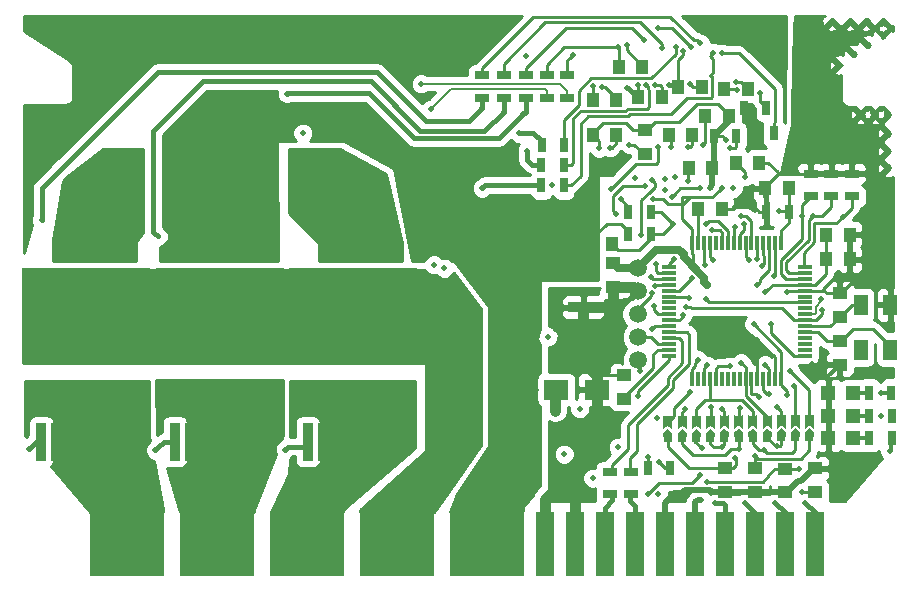
<source format=gtl>
G04 #@! TF.FileFunction,Copper,L1,Top,Signal*
%FSLAX46Y46*%
G04 Gerber Fmt 4.6, Leading zero omitted, Abs format (unit mm)*
G04 Created by KiCad (PCBNEW 4.0.4-stable) date 05/10/17 13:17:29*
%MOMM*%
%LPD*%
G01*
G04 APERTURE LIST*
%ADD10C,0.150000*%
%ADD11C,0.508000*%
%ADD12R,1.000000X1.250000*%
%ADD13R,1.300480X0.300000*%
%ADD14R,0.300000X1.300480*%
%ADD15R,1.524000X2.032000*%
%ADD16R,1.250000X1.000000*%
%ADD17R,1.849120X5.499100*%
%ADD18R,1.198880X1.198880*%
%ADD19R,2.100580X1.699260*%
%ADD20R,10.800080X8.150860*%
%ADD21R,0.899160X3.200400*%
%ADD22R,0.700000X1.300000*%
%ADD23R,1.300000X0.700000*%
%ADD24R,1.198880X1.800860*%
%ADD25C,1.500000*%
%ADD26R,2.500000X0.900000*%
%ADD27R,0.750000X0.800000*%
%ADD28R,6.360000X5.500000*%
%ADD29R,1.650000X5.500000*%
%ADD30C,0.800000*%
%ADD31C,0.889000*%
%ADD32C,0.254000*%
%ADD33C,0.406400*%
%ADD34C,0.304800*%
%ADD35C,0.635000*%
%ADD36C,0.508000*%
%ADD37C,0.203200*%
G04 APERTURE END LIST*
D10*
D11*
X96750000Y-133000000D03*
X95500000Y-133000000D03*
X94250000Y-133000000D03*
X93000000Y-133000000D03*
X91750000Y-133000000D03*
X90500000Y-133000000D03*
X90500000Y-134250000D03*
X91750000Y-134250000D03*
X93000000Y-134250000D03*
X94250000Y-134250000D03*
X95500000Y-134250000D03*
X96750000Y-134250000D03*
X96750000Y-135500000D03*
X95500000Y-135500000D03*
X94250000Y-135500000D03*
X93000000Y-135500000D03*
X91750000Y-135500000D03*
X90500000Y-135500000D03*
X109500000Y-121750000D03*
X110500000Y-119250000D03*
X110250000Y-120750000D03*
X110750000Y-122000000D03*
X111750000Y-120750000D03*
X110750000Y-123500000D03*
X113000000Y-119250000D03*
X122250000Y-102000000D03*
X123500000Y-102000000D03*
X124750000Y-102000000D03*
X126000000Y-102000000D03*
X127250000Y-102000000D03*
X128500000Y-102000000D03*
X138300000Y-114400000D03*
X138300000Y-113000000D03*
X138300000Y-111500000D03*
X138300000Y-109900000D03*
X137200000Y-109900000D03*
X136000000Y-109900000D03*
X134200000Y-105700000D03*
X135400000Y-104800000D03*
X136600000Y-104000000D03*
X137900000Y-103200000D03*
X133600000Y-102000000D03*
X135100000Y-102000000D03*
X136500000Y-102000000D03*
X137900000Y-102000000D03*
X66000000Y-114500000D03*
X66000000Y-113000000D03*
X66000000Y-111500000D03*
X66000000Y-110000000D03*
X70000000Y-102250000D03*
X68000000Y-102250000D03*
X66250000Y-102500000D03*
X67500000Y-103500000D03*
X68750000Y-104500000D03*
X70000000Y-105750000D03*
X70000000Y-107750000D03*
X69250000Y-109750000D03*
X67500000Y-110000000D03*
X87000000Y-145250000D03*
X88500000Y-145250000D03*
X90000000Y-145250000D03*
X91500000Y-145250000D03*
X91500000Y-144000000D03*
X90000000Y-144000000D03*
X88500000Y-144000000D03*
X87000000Y-144000000D03*
X92000000Y-141250000D03*
X90500000Y-141500000D03*
X89000000Y-141500000D03*
X88500000Y-143000000D03*
X90000000Y-143000000D03*
X91500000Y-143000000D03*
X92500000Y-142250000D03*
X93750000Y-141250000D03*
X95500000Y-140000000D03*
X94250000Y-140000000D03*
X93000000Y-140000000D03*
X91750000Y-140000000D03*
X90500000Y-140000000D03*
X89250000Y-140000000D03*
X87500000Y-141500000D03*
X87000000Y-143000000D03*
X76000000Y-145250000D03*
X74500000Y-145250000D03*
X73250000Y-145250000D03*
X71750000Y-145250000D03*
X71750000Y-144000000D03*
X73250000Y-144000000D03*
X74500000Y-144000000D03*
X76000000Y-144000000D03*
X71750000Y-141500000D03*
X74000000Y-141500000D03*
X69500000Y-141250000D03*
X70250000Y-142250000D03*
X71000000Y-143000000D03*
X72500000Y-143000000D03*
X73750000Y-143000000D03*
X75000000Y-143000000D03*
X76250000Y-143000000D03*
X76000000Y-141500000D03*
X75000000Y-140250000D03*
X73500000Y-140250000D03*
X72250000Y-140250000D03*
X71000000Y-140250000D03*
X69750000Y-140250000D03*
X68500000Y-140250000D03*
X66750000Y-134250000D03*
X66750000Y-133000000D03*
X68000000Y-133000000D03*
X68000000Y-134250000D03*
X68000000Y-135500000D03*
X69250000Y-135500000D03*
X69250000Y-134250000D03*
X69250000Y-133000000D03*
X70500000Y-133000000D03*
X70500000Y-134250000D03*
X70500000Y-135500000D03*
X71750000Y-135500000D03*
X71750000Y-134250000D03*
X71750000Y-133000000D03*
X73000000Y-133000000D03*
X73000000Y-134250000D03*
X73000000Y-135500000D03*
X74250000Y-135500000D03*
X74250000Y-134250000D03*
X74250000Y-133000000D03*
X79000000Y-145250000D03*
X80500000Y-145250000D03*
X83750000Y-145250000D03*
X82250000Y-145250000D03*
X79000000Y-144000000D03*
X80500000Y-144000000D03*
X82250000Y-144000000D03*
X83750000Y-144000000D03*
X83000000Y-141500000D03*
X80500000Y-141500000D03*
X78000000Y-140000000D03*
X78500000Y-141500000D03*
X79250000Y-143000000D03*
X80500000Y-143000000D03*
X81750000Y-143000000D03*
X83000000Y-143000000D03*
X84250000Y-143000000D03*
X85000000Y-141500000D03*
X85500000Y-140006709D03*
X84290000Y-140006709D03*
X83000000Y-140000000D03*
X81750000Y-140000000D03*
X80500000Y-140000000D03*
X79250000Y-140000000D03*
X79250000Y-135500000D03*
X79250000Y-134250000D03*
X79250000Y-133000000D03*
X80500000Y-133000000D03*
X80500000Y-134250000D03*
X80500000Y-135500000D03*
X81750000Y-135500000D03*
X81750000Y-134250000D03*
X81750000Y-133000000D03*
X83000000Y-133000000D03*
X83000000Y-134250000D03*
X83000000Y-135500000D03*
X84250000Y-133000000D03*
X84250000Y-134250000D03*
X84250000Y-135500000D03*
X85500000Y-135500000D03*
X85500000Y-134250000D03*
X85500000Y-133000000D03*
X96250000Y-112000000D03*
X95500000Y-111250000D03*
X94500000Y-110750000D03*
X80750000Y-108500000D03*
X82250000Y-108500000D03*
X81000000Y-109750000D03*
X79750000Y-109750000D03*
X90000000Y-109750000D03*
X93500000Y-111250000D03*
X94500000Y-112000000D03*
X95500000Y-112750000D03*
X71250000Y-114000000D03*
X71250000Y-115500000D03*
X69500000Y-115500000D03*
X69000000Y-117500000D03*
X71250000Y-117500000D03*
X73750000Y-113250000D03*
X72750000Y-113250000D03*
X72750000Y-114750000D03*
X73750000Y-114750000D03*
X73750000Y-116250000D03*
X72750000Y-116250000D03*
X72750000Y-117500000D03*
X73750000Y-117500000D03*
X74250000Y-120000000D03*
X73000000Y-120000000D03*
X71750000Y-120000000D03*
X70500000Y-120000000D03*
X69250000Y-120000000D03*
X68000000Y-120000000D03*
X91250000Y-117750000D03*
X91250000Y-116250000D03*
X91250000Y-114750000D03*
X91250000Y-113250000D03*
X90250000Y-113250000D03*
X90250000Y-114750000D03*
X90250000Y-116250000D03*
X90250000Y-117750000D03*
X90500000Y-120000000D03*
X91750000Y-120000000D03*
X93000000Y-120000000D03*
X94250000Y-120000000D03*
X95500000Y-120000000D03*
X96500000Y-120000000D03*
X77750000Y-113250000D03*
X77750000Y-114750000D03*
X77750000Y-116250000D03*
X77750000Y-117750000D03*
X77750000Y-119000000D03*
X82000000Y-113250000D03*
X82000000Y-114750000D03*
X82000000Y-116250000D03*
X82000000Y-117750000D03*
X83750000Y-117750000D03*
X84750000Y-117750000D03*
X84750000Y-116250000D03*
X83750000Y-116250000D03*
X83750000Y-114750000D03*
X84750000Y-114750000D03*
X84750000Y-113250000D03*
X83750000Y-113250000D03*
X79250000Y-113250000D03*
X80250000Y-113250000D03*
X80250000Y-114750000D03*
X79250000Y-114750000D03*
X79250000Y-116250000D03*
X80250000Y-116250000D03*
X80250000Y-117750000D03*
X79250000Y-117750000D03*
X81750000Y-119000000D03*
X81750000Y-120000000D03*
X85250000Y-119000000D03*
X84250000Y-119000000D03*
X83000000Y-119000000D03*
X80500000Y-119000000D03*
X79250000Y-119000000D03*
X79250000Y-120000000D03*
X80500000Y-120000000D03*
X83000000Y-120000000D03*
X84250000Y-120000000D03*
X85250000Y-120000000D03*
X100250000Y-118750000D03*
X101000000Y-117750000D03*
X99250000Y-118250000D03*
X98250000Y-117250000D03*
X99750000Y-117000000D03*
X98250000Y-116250000D03*
X98500000Y-115250000D03*
X99750000Y-116000000D03*
X101000000Y-116250000D03*
X102250000Y-116250000D03*
X102500000Y-117750000D03*
X101250000Y-119000000D03*
X99750000Y-120000000D03*
X106500000Y-127500000D03*
X107750000Y-125000000D03*
X106000000Y-141750000D03*
X104250000Y-141750000D03*
X107750000Y-141750000D03*
X108500000Y-140250000D03*
X108500000Y-138500000D03*
X108500000Y-136750000D03*
X108500000Y-135000000D03*
X108500000Y-133250000D03*
X108500000Y-131250000D03*
X108500000Y-129750000D03*
X107500000Y-128750000D03*
X108500000Y-126000000D03*
X108500000Y-124250000D03*
X109250000Y-123500000D03*
X108500000Y-122500000D03*
X107588817Y-123314800D03*
X106750000Y-124250000D03*
X105250000Y-126250000D03*
X105000000Y-127500000D03*
X105000000Y-129750000D03*
X105000000Y-131250000D03*
X105000000Y-133250000D03*
X105000000Y-135000000D03*
X105000000Y-136750000D03*
X104500000Y-139000000D03*
X103500000Y-140500000D03*
X102500000Y-141750000D03*
X105750000Y-145250000D03*
X104500000Y-145250000D03*
X103250000Y-145250000D03*
X102000000Y-145250000D03*
X102000000Y-144000000D03*
X103250000Y-144000000D03*
X104500000Y-144000000D03*
X105750000Y-144000000D03*
X107000000Y-143000000D03*
X105750000Y-143000000D03*
X104500000Y-143000000D03*
X103250000Y-143000000D03*
X102000000Y-143000000D03*
X93750000Y-126250000D03*
X91250000Y-126250000D03*
X84500000Y-126500000D03*
X82000000Y-126500000D03*
X79500000Y-126500000D03*
X72250000Y-126500000D03*
X69750000Y-126500000D03*
X67000000Y-126500000D03*
X75000000Y-126250000D03*
X86250000Y-126500000D03*
X77250000Y-126500000D03*
X88750000Y-126250000D03*
X93750000Y-127750000D03*
X92500000Y-127750000D03*
X91250000Y-127750000D03*
X90000000Y-127750000D03*
X88750000Y-127750000D03*
X87500000Y-127750000D03*
X86000000Y-127750000D03*
X84500000Y-127750000D03*
X83250000Y-127750000D03*
X82000000Y-127750000D03*
X80750000Y-127750000D03*
X79500000Y-127750000D03*
X78000000Y-127750000D03*
X76500000Y-127750000D03*
X75000000Y-127750000D03*
X73500000Y-127750000D03*
X72250000Y-127750000D03*
X71000000Y-127750000D03*
X69750000Y-127750000D03*
X68500000Y-127750000D03*
X67000000Y-128750000D03*
X65500000Y-130750000D03*
X65500000Y-129500000D03*
X65500000Y-128000000D03*
X65500000Y-126500000D03*
X65500000Y-125000000D03*
X67000000Y-125000000D03*
X68500000Y-125000000D03*
X69750000Y-125000000D03*
X71000000Y-125000000D03*
X72250000Y-125000000D03*
X73500000Y-125000000D03*
X75000000Y-125000000D03*
X76500000Y-125000000D03*
X78000000Y-125000000D03*
X79500000Y-125000000D03*
X80750000Y-125000000D03*
X82000000Y-125000000D03*
X83250000Y-125000000D03*
X84500000Y-125000000D03*
X86000000Y-125000000D03*
X87500000Y-125000000D03*
X88750000Y-125000000D03*
X90000000Y-125000000D03*
X91250000Y-125000000D03*
X92500000Y-125000000D03*
X93750000Y-125000000D03*
X95000000Y-125000000D03*
X96250000Y-125000000D03*
X98750000Y-123750000D03*
X98500000Y-124750000D03*
X95500000Y-127750000D03*
X96250000Y-127000000D03*
X97000000Y-126250000D03*
X97750000Y-125500000D03*
X94750000Y-145250000D03*
X96000000Y-145250000D03*
X97250000Y-145250000D03*
X98500000Y-145250000D03*
X98500000Y-144000000D03*
X97250000Y-144000000D03*
X96000000Y-144000000D03*
X94750000Y-144000000D03*
X102250000Y-130000000D03*
X101000000Y-131000000D03*
X102500000Y-128500000D03*
X98750000Y-142000000D03*
X97500000Y-142000000D03*
X96000000Y-143000000D03*
X97250000Y-143000000D03*
X98500000Y-143000000D03*
X99750000Y-143000000D03*
X100500000Y-142000000D03*
X101250000Y-141000000D03*
X102000000Y-139750000D03*
X103000000Y-138500000D03*
X103500000Y-136750000D03*
X103500000Y-135000000D03*
X103500000Y-133250000D03*
X103500000Y-131250000D03*
X103500000Y-129750000D03*
X103500000Y-127500000D03*
X101000000Y-129750000D03*
X99750000Y-131250000D03*
X99750000Y-133250000D03*
X99750000Y-135000000D03*
X99750000Y-136750000D03*
X99750000Y-138500000D03*
X98250000Y-139750000D03*
X97000000Y-141000000D03*
X96000000Y-142000000D03*
X94750000Y-143002000D03*
D12*
X117535200Y-105892600D03*
X115535200Y-105892600D03*
D13*
X131267200Y-128816100D03*
X131267200Y-128315720D03*
X131267200Y-127815340D03*
X131267200Y-127314960D03*
X131267200Y-126814580D03*
X131267200Y-130314700D03*
X131267200Y-129816860D03*
X131267200Y-129316480D03*
D14*
X129265680Y-120815100D03*
X128767840Y-120815100D03*
X128267460Y-120815100D03*
X127767080Y-120815100D03*
X127266700Y-120815100D03*
X126766320Y-120815100D03*
X126265940Y-120815100D03*
X125765560Y-120815100D03*
D13*
X119766080Y-122816620D03*
X119766080Y-123314460D03*
X119766080Y-123814840D03*
X119766080Y-124315220D03*
X119766080Y-124815600D03*
X119766080Y-125315980D03*
X119766080Y-125816360D03*
X119766080Y-126316740D03*
D14*
X121767600Y-132316220D03*
X122265440Y-132316220D03*
X122765820Y-132316220D03*
X123266200Y-132316220D03*
X123766580Y-132316220D03*
X124266960Y-132316220D03*
X124767340Y-132316220D03*
X125267720Y-132316220D03*
D13*
X131267200Y-126316740D03*
X131267200Y-125816360D03*
X131267200Y-125315980D03*
D14*
X125267720Y-120815100D03*
X124767340Y-120815100D03*
X124266960Y-120815100D03*
D13*
X119766080Y-126814580D03*
X119766080Y-127314960D03*
X119766080Y-127815340D03*
D14*
X125765560Y-132316220D03*
X126265940Y-132316220D03*
X126766320Y-132316220D03*
D13*
X131267200Y-124815600D03*
X131267200Y-124315220D03*
X131267200Y-123814840D03*
X131267200Y-123314460D03*
X131267200Y-122816620D03*
D14*
X123766580Y-120815100D03*
X123266200Y-120815100D03*
X122765820Y-120815100D03*
X122265440Y-120815100D03*
X121767600Y-120815100D03*
D13*
X119766080Y-128315720D03*
X119766080Y-128816100D03*
X119766080Y-129316480D03*
X119766080Y-129816860D03*
X119766080Y-130314700D03*
D14*
X127266700Y-132316220D03*
X127767080Y-132316220D03*
X128267460Y-132316220D03*
X128767840Y-132316220D03*
X129265680Y-132316220D03*
D15*
X105740200Y-131343400D03*
X102438200Y-131343400D03*
D12*
X112969800Y-120853200D03*
X114969800Y-120853200D03*
D16*
X132181600Y-139868400D03*
X132181600Y-141868400D03*
X129641600Y-139893800D03*
X129641600Y-141893800D03*
X127101600Y-139868400D03*
X127101600Y-141868400D03*
X124561600Y-139868400D03*
X124561600Y-141868400D03*
D15*
X105740200Y-128320800D03*
X102438200Y-128320800D03*
D16*
X115062000Y-124485400D03*
X115062000Y-122485400D03*
X134239000Y-129073400D03*
X134239000Y-131073400D03*
D12*
X122240800Y-117932200D03*
X124240800Y-117932200D03*
D16*
X115976400Y-133985000D03*
X115976400Y-131985000D03*
X117779800Y-111245900D03*
X117779800Y-113245900D03*
D12*
X121777000Y-111633000D03*
X119777000Y-111633000D03*
X113325400Y-111607600D03*
X115325400Y-111607600D03*
X121453400Y-114427000D03*
X123453400Y-114427000D03*
X124485400Y-107746800D03*
X126485400Y-107746800D03*
X120564400Y-107569000D03*
X122564400Y-107569000D03*
X117160800Y-108458000D03*
X119160800Y-108458000D03*
X135086600Y-122148600D03*
X133086600Y-122148600D03*
X135096000Y-120091200D03*
X133096000Y-120091200D03*
X115338100Y-108648500D03*
X113338100Y-108648500D03*
D17*
X106690160Y-135636000D03*
X101539040Y-135636000D03*
D16*
X134239000Y-127018800D03*
X134239000Y-125018800D03*
D12*
X129939800Y-116128800D03*
X127939800Y-116128800D03*
X124875800Y-110058200D03*
X122875800Y-110058200D03*
D18*
X135364220Y-135394700D03*
X133266180Y-135394700D03*
X135364220Y-133464300D03*
X133266180Y-133464300D03*
X135389620Y-137299700D03*
X133291580Y-137299700D03*
D19*
X113695480Y-133197600D03*
X110236000Y-133197600D03*
D20*
X70440000Y-127000000D03*
D21*
X66630000Y-137601960D03*
X67900000Y-137601960D03*
X69170000Y-137601960D03*
X71710000Y-137601960D03*
X72980000Y-137601960D03*
X74250000Y-137601960D03*
D20*
X81750000Y-127000000D03*
D21*
X77940000Y-137601960D03*
X79210000Y-137601960D03*
X80480000Y-137601960D03*
X83020000Y-137601960D03*
X84290000Y-137601960D03*
X85560000Y-137601960D03*
D20*
X93000000Y-127000000D03*
D21*
X89190000Y-137601960D03*
X90460000Y-137601960D03*
X91730000Y-137601960D03*
X94270000Y-137601960D03*
X95540000Y-137601960D03*
X96810000Y-137601960D03*
D22*
X129921000Y-118135400D03*
X128021000Y-118135400D03*
X116347200Y-118135400D03*
X118247200Y-118135400D03*
X116347200Y-120040400D03*
X118247200Y-120040400D03*
X125460800Y-111760000D03*
X123560800Y-111760000D03*
X136743400Y-137299700D03*
X138643400Y-137299700D03*
D23*
X135280400Y-114924800D03*
X135280400Y-116824800D03*
D22*
X126748500Y-111506000D03*
X128648500Y-111506000D03*
X108968500Y-115900200D03*
X110868500Y-115900200D03*
D23*
X103962200Y-108480900D03*
X103962200Y-106580900D03*
X131800600Y-114909600D03*
X131800600Y-116809600D03*
D22*
X108993900Y-112483900D03*
X110893900Y-112483900D03*
D23*
X105778300Y-108480900D03*
X105778300Y-106580900D03*
D22*
X136743400Y-135394700D03*
X138643400Y-135394700D03*
X136718000Y-133464300D03*
X138618000Y-133464300D03*
X108981200Y-114185700D03*
X110881200Y-114185700D03*
D23*
X107645200Y-108480900D03*
X107645200Y-106580900D03*
X109461300Y-108468200D03*
X109461300Y-106568200D03*
X111188500Y-108480900D03*
X111188500Y-106580900D03*
X116586000Y-140162200D03*
X116586000Y-142062200D03*
X114808000Y-140162200D03*
X114808000Y-142062200D03*
D22*
X117972800Y-139801600D03*
X119872800Y-139801600D03*
D24*
X136011920Y-129814320D03*
X138511280Y-129814320D03*
X138511280Y-126014480D03*
X136011920Y-126014480D03*
D25*
X117144800Y-122910600D03*
X117195600Y-130657600D03*
X117170200Y-128727200D03*
X117144800Y-126796800D03*
X117144800Y-124815600D03*
D22*
X126141400Y-109321600D03*
X128041400Y-109321600D03*
D23*
X133527800Y-114924800D03*
X133527800Y-116824800D03*
D26*
X112522000Y-126214800D03*
X112522000Y-123314800D03*
D27*
X122107960Y-137275000D03*
X122107960Y-135775000D03*
D10*
G36*
X121732960Y-135391200D02*
X122482960Y-135941200D01*
X122482960Y-135991200D01*
X121732960Y-136541200D01*
X121732960Y-135391200D01*
X121732960Y-135391200D01*
G37*
G36*
X122482960Y-136541200D02*
X121732960Y-135991200D01*
X121732960Y-135941200D01*
X122482960Y-135391200D01*
X122482960Y-136541200D01*
X122482960Y-136541200D01*
G37*
G36*
X122107920Y-136533000D02*
X122483920Y-136833000D01*
X122483920Y-137233000D01*
X122107920Y-137533000D01*
X122107920Y-136533000D01*
X122107920Y-136533000D01*
G37*
G36*
X122108000Y-137533000D02*
X121732000Y-137233000D01*
X121732000Y-136833000D01*
X122108000Y-136533000D01*
X122108000Y-137533000D01*
X122108000Y-137533000D01*
G37*
D27*
X131683760Y-137224200D03*
X131683760Y-135724200D03*
D10*
G36*
X131308760Y-135340400D02*
X132058760Y-135890400D01*
X132058760Y-135940400D01*
X131308760Y-136490400D01*
X131308760Y-135340400D01*
X131308760Y-135340400D01*
G37*
G36*
X132058760Y-136490400D02*
X131308760Y-135940400D01*
X131308760Y-135890400D01*
X132058760Y-135340400D01*
X132058760Y-136490400D01*
X132058760Y-136490400D01*
G37*
G36*
X131683720Y-136482200D02*
X132059720Y-136782200D01*
X132059720Y-137182200D01*
X131683720Y-137482200D01*
X131683720Y-136482200D01*
X131683720Y-136482200D01*
G37*
G36*
X131683800Y-137482200D02*
X131307800Y-137182200D01*
X131307800Y-136782200D01*
X131683800Y-136482200D01*
X131683800Y-137482200D01*
X131683800Y-137482200D01*
G37*
D27*
X119694960Y-137275000D03*
X119694960Y-135775000D03*
D10*
G36*
X119319960Y-135391200D02*
X120069960Y-135941200D01*
X120069960Y-135991200D01*
X119319960Y-136541200D01*
X119319960Y-135391200D01*
X119319960Y-135391200D01*
G37*
G36*
X120069960Y-136541200D02*
X119319960Y-135991200D01*
X119319960Y-135941200D01*
X120069960Y-135391200D01*
X120069960Y-136541200D01*
X120069960Y-136541200D01*
G37*
G36*
X119694920Y-136533000D02*
X120070920Y-136833000D01*
X120070920Y-137233000D01*
X119694920Y-137533000D01*
X119694920Y-136533000D01*
X119694920Y-136533000D01*
G37*
G36*
X119695000Y-137533000D02*
X119319000Y-137233000D01*
X119319000Y-136833000D01*
X119695000Y-136533000D01*
X119695000Y-137533000D01*
X119695000Y-137533000D01*
G37*
D27*
X129296160Y-137224200D03*
X129296160Y-135724200D03*
D10*
G36*
X128921160Y-135340400D02*
X129671160Y-135890400D01*
X129671160Y-135940400D01*
X128921160Y-136490400D01*
X128921160Y-135340400D01*
X128921160Y-135340400D01*
G37*
G36*
X129671160Y-136490400D02*
X128921160Y-135940400D01*
X128921160Y-135890400D01*
X129671160Y-135340400D01*
X129671160Y-136490400D01*
X129671160Y-136490400D01*
G37*
G36*
X129296120Y-136482200D02*
X129672120Y-136782200D01*
X129672120Y-137182200D01*
X129296120Y-137482200D01*
X129296120Y-136482200D01*
X129296120Y-136482200D01*
G37*
G36*
X129296200Y-137482200D02*
X128920200Y-137182200D01*
X128920200Y-136782200D01*
X129296200Y-136482200D01*
X129296200Y-137482200D01*
X129296200Y-137482200D01*
G37*
D27*
X120904000Y-137275000D03*
X120904000Y-135775000D03*
D10*
G36*
X120529000Y-135391200D02*
X121279000Y-135941200D01*
X121279000Y-135991200D01*
X120529000Y-136541200D01*
X120529000Y-135391200D01*
X120529000Y-135391200D01*
G37*
G36*
X121279000Y-136541200D02*
X120529000Y-135991200D01*
X120529000Y-135941200D01*
X121279000Y-135391200D01*
X121279000Y-136541200D01*
X121279000Y-136541200D01*
G37*
G36*
X120903960Y-136533000D02*
X121279960Y-136833000D01*
X121279960Y-137233000D01*
X120903960Y-137533000D01*
X120903960Y-136533000D01*
X120903960Y-136533000D01*
G37*
G36*
X120904040Y-137533000D02*
X120528040Y-137233000D01*
X120528040Y-136833000D01*
X120904040Y-136533000D01*
X120904040Y-137533000D01*
X120904040Y-137533000D01*
G37*
D27*
X130489960Y-137224200D03*
X130489960Y-135724200D03*
D10*
G36*
X130114960Y-135340400D02*
X130864960Y-135890400D01*
X130864960Y-135940400D01*
X130114960Y-136490400D01*
X130114960Y-135340400D01*
X130114960Y-135340400D01*
G37*
G36*
X130864960Y-136490400D02*
X130114960Y-135940400D01*
X130114960Y-135890400D01*
X130864960Y-135340400D01*
X130864960Y-136490400D01*
X130864960Y-136490400D01*
G37*
G36*
X130489920Y-136482200D02*
X130865920Y-136782200D01*
X130865920Y-137182200D01*
X130489920Y-137482200D01*
X130489920Y-136482200D01*
X130489920Y-136482200D01*
G37*
G36*
X130490000Y-137482200D02*
X130114000Y-137182200D01*
X130114000Y-136782200D01*
X130490000Y-136482200D01*
X130490000Y-137482200D01*
X130490000Y-137482200D01*
G37*
D27*
X128092200Y-137249600D03*
X128092200Y-135749600D03*
D10*
G36*
X127717200Y-135365800D02*
X128467200Y-135915800D01*
X128467200Y-135965800D01*
X127717200Y-136515800D01*
X127717200Y-135365800D01*
X127717200Y-135365800D01*
G37*
G36*
X128467200Y-136515800D02*
X127717200Y-135965800D01*
X127717200Y-135915800D01*
X128467200Y-135365800D01*
X128467200Y-136515800D01*
X128467200Y-136515800D01*
G37*
G36*
X128092160Y-136507600D02*
X128468160Y-136807600D01*
X128468160Y-137207600D01*
X128092160Y-137507600D01*
X128092160Y-136507600D01*
X128092160Y-136507600D01*
G37*
G36*
X128092240Y-137507600D02*
X127716240Y-137207600D01*
X127716240Y-136807600D01*
X128092240Y-136507600D01*
X128092240Y-137507600D01*
X128092240Y-137507600D01*
G37*
D27*
X126888240Y-137249600D03*
X126888240Y-135749600D03*
D10*
G36*
X126513240Y-135365800D02*
X127263240Y-135915800D01*
X127263240Y-135965800D01*
X126513240Y-136515800D01*
X126513240Y-135365800D01*
X126513240Y-135365800D01*
G37*
G36*
X127263240Y-136515800D02*
X126513240Y-135965800D01*
X126513240Y-135915800D01*
X127263240Y-135365800D01*
X127263240Y-136515800D01*
X127263240Y-136515800D01*
G37*
G36*
X126888200Y-136507600D02*
X127264200Y-136807600D01*
X127264200Y-137207600D01*
X126888200Y-137507600D01*
X126888200Y-136507600D01*
X126888200Y-136507600D01*
G37*
G36*
X126888280Y-137507600D02*
X126512280Y-137207600D01*
X126512280Y-136807600D01*
X126888280Y-136507600D01*
X126888280Y-137507600D01*
X126888280Y-137507600D01*
G37*
D27*
X125679200Y-137249600D03*
X125679200Y-135749600D03*
D10*
G36*
X125304200Y-135365800D02*
X126054200Y-135915800D01*
X126054200Y-135965800D01*
X125304200Y-136515800D01*
X125304200Y-135365800D01*
X125304200Y-135365800D01*
G37*
G36*
X126054200Y-136515800D02*
X125304200Y-135965800D01*
X125304200Y-135915800D01*
X126054200Y-135365800D01*
X126054200Y-136515800D01*
X126054200Y-136515800D01*
G37*
G36*
X125679160Y-136507600D02*
X126055160Y-136807600D01*
X126055160Y-137207600D01*
X125679160Y-137507600D01*
X125679160Y-136507600D01*
X125679160Y-136507600D01*
G37*
G36*
X125679240Y-137507600D02*
X125303240Y-137207600D01*
X125303240Y-136807600D01*
X125679240Y-136507600D01*
X125679240Y-137507600D01*
X125679240Y-137507600D01*
G37*
D27*
X124485400Y-137261600D03*
X124485400Y-135761600D03*
D10*
G36*
X124110400Y-135377800D02*
X124860400Y-135927800D01*
X124860400Y-135977800D01*
X124110400Y-136527800D01*
X124110400Y-135377800D01*
X124110400Y-135377800D01*
G37*
G36*
X124860400Y-136527800D02*
X124110400Y-135977800D01*
X124110400Y-135927800D01*
X124860400Y-135377800D01*
X124860400Y-136527800D01*
X124860400Y-136527800D01*
G37*
G36*
X124485360Y-136519600D02*
X124861360Y-136819600D01*
X124861360Y-137219600D01*
X124485360Y-137519600D01*
X124485360Y-136519600D01*
X124485360Y-136519600D01*
G37*
G36*
X124485440Y-137519600D02*
X124109440Y-137219600D01*
X124109440Y-136819600D01*
X124485440Y-136519600D01*
X124485440Y-137519600D01*
X124485440Y-137519600D01*
G37*
D27*
X123291600Y-137275000D03*
X123291600Y-135775000D03*
D10*
G36*
X122916600Y-135391200D02*
X123666600Y-135941200D01*
X123666600Y-135991200D01*
X122916600Y-136541200D01*
X122916600Y-135391200D01*
X122916600Y-135391200D01*
G37*
G36*
X123666600Y-136541200D02*
X122916600Y-135991200D01*
X122916600Y-135941200D01*
X123666600Y-135391200D01*
X123666600Y-136541200D01*
X123666600Y-136541200D01*
G37*
G36*
X123291560Y-136533000D02*
X123667560Y-136833000D01*
X123667560Y-137233000D01*
X123291560Y-137533000D01*
X123291560Y-136533000D01*
X123291560Y-136533000D01*
G37*
G36*
X123291640Y-137533000D02*
X122915640Y-137233000D01*
X122915640Y-136833000D01*
X123291640Y-136533000D01*
X123291640Y-137533000D01*
X123291640Y-137533000D01*
G37*
D12*
X125441200Y-113969800D03*
X127441200Y-113969800D03*
D28*
X104337500Y-146304000D03*
X96750000Y-146304000D03*
X89150000Y-146304000D03*
X81550000Y-146304000D03*
X73925000Y-146304000D03*
D29*
X109250000Y-146304000D03*
X111800000Y-146304000D03*
X114350000Y-146304000D03*
X116900000Y-146304000D03*
X119450000Y-146304000D03*
X122000000Y-146304000D03*
X124550000Y-146304000D03*
X127100000Y-146304000D03*
X129625000Y-146304000D03*
X132150000Y-146304000D03*
D11*
X118897400Y-142073394D03*
D30*
X110134400Y-134975600D03*
D11*
X115478615Y-138079955D03*
X110921800Y-138658600D03*
X127025400Y-109474000D03*
X118324500Y-125056334D03*
X121250542Y-126224665D03*
X132781051Y-126415800D03*
X126250700Y-115176300D03*
X121414530Y-115544600D03*
X116382800Y-112445800D03*
X122692600Y-112448552D03*
X121361200Y-112674400D03*
X119938800Y-112674400D03*
X114792778Y-112727344D03*
X125442796Y-107138486D03*
X121576202Y-107346935D03*
X118591595Y-107440284D03*
X116205438Y-104037264D03*
X115489658Y-104190811D03*
X111671722Y-104823863D03*
X114075263Y-107595681D03*
X113368335Y-107514902D03*
X103962200Y-116128800D03*
X65582800Y-138201400D03*
X103925697Y-109366441D03*
X66662300Y-118795800D03*
X107050264Y-111489886D03*
X76307600Y-138324822D03*
X105778300Y-109651800D03*
X76530200Y-120230900D03*
X107780073Y-112955263D03*
X87286062Y-138269806D03*
X87477656Y-108130859D03*
X107459056Y-109849905D03*
X124988881Y-112723758D03*
X124273857Y-104720637D03*
X117297188Y-131628166D03*
X122239397Y-130684411D03*
X118740555Y-135578850D03*
X127934892Y-124960867D03*
X112234216Y-134809986D03*
X124256800Y-116128810D03*
X117172076Y-133744609D03*
X138468100Y-138391900D03*
X118396851Y-117023261D03*
X109543782Y-128716004D03*
X100777259Y-122926682D03*
X122527647Y-142518553D03*
X124304193Y-134803829D03*
X126949200Y-127660400D03*
X128447800Y-127660400D03*
X127279400Y-124307600D03*
X123037600Y-124307600D03*
X129743209Y-133680200D03*
X109918500Y-115912900D03*
X115735100Y-117094000D03*
X122901298Y-125558114D03*
X120142010Y-119164450D03*
X121651082Y-104150338D03*
X118884700Y-102577900D03*
X107696000Y-104914700D03*
X88798400Y-111480600D03*
X134518400Y-118541800D03*
X131953000Y-118491000D03*
X123494117Y-104657498D03*
X122440700Y-103873300D03*
X131064000Y-118465600D03*
X120352008Y-104185258D03*
X119183596Y-104306742D03*
X117880438Y-107432011D03*
X117665500Y-103597510D03*
X99604857Y-109469708D03*
X98805789Y-107302366D03*
X122905309Y-119205680D03*
X123469583Y-119710775D03*
X120022466Y-116886264D03*
X120243600Y-122123200D03*
X122402600Y-116154200D03*
X116913650Y-115239800D03*
X118668800Y-122555000D03*
X118321022Y-115489588D03*
X117398800Y-120065800D03*
X118262400Y-123621800D03*
X118620967Y-124413381D03*
X118844945Y-112622147D03*
X114837761Y-116211621D03*
X120289706Y-115221708D03*
X123012200Y-131140200D03*
X125247400Y-116128810D03*
X124917190Y-131208779D03*
X118516609Y-126125834D03*
X117779361Y-115975876D03*
X115341400Y-118338600D03*
X120957993Y-126878979D03*
X119437581Y-116326779D03*
X118383887Y-128067204D03*
X119489433Y-115358496D03*
X123015108Y-140981923D03*
X122555000Y-138150600D03*
X130803174Y-139909047D03*
X127078250Y-138803340D03*
X125346634Y-138947226D03*
X137700000Y-135400000D03*
X126132514Y-119155007D03*
X137700000Y-133500000D03*
X125399810Y-119426636D03*
X128244600Y-133553200D03*
X127939800Y-131089400D03*
X129108200Y-118033800D03*
X99872800Y-122631200D03*
X132689600Y-125501400D03*
X131057520Y-141860018D03*
X125528198Y-107844552D03*
X119760006Y-107385017D03*
X120977612Y-104527448D03*
X117143036Y-107434657D03*
X116255800Y-107619800D03*
X130073400Y-131648200D03*
X127381000Y-133858000D03*
X125806200Y-134772400D03*
X125907800Y-130911600D03*
X121562016Y-133420271D03*
X113323204Y-140680835D03*
X121716484Y-123774155D03*
X122806318Y-122658954D03*
X127695742Y-122687226D03*
X128962499Y-134652099D03*
X118007881Y-138862319D03*
X121440241Y-125412448D03*
X118019013Y-142073394D03*
X122410327Y-140452610D03*
X126548072Y-122217148D03*
X123520200Y-122199400D03*
X123317000Y-134670800D03*
X118948200Y-139319000D03*
X125882490Y-118489192D03*
X121183400Y-134874000D03*
X127254000Y-122123200D03*
X130378200Y-132918200D03*
X127508000Y-108051600D03*
X123219538Y-116128810D03*
X113858815Y-112771966D03*
X125399810Y-117753082D03*
X124635102Y-112044528D03*
D30*
X110286800Y-127863600D03*
D11*
X131902200Y-131064000D03*
X113512600Y-136855200D03*
X120570736Y-141969357D03*
X129819400Y-124899430D03*
X123317000Y-128977671D03*
X127279400Y-128977671D03*
X128701800Y-123545600D03*
D30*
X112090200Y-139623800D03*
X111302800Y-140411200D03*
D11*
X128933432Y-137998189D03*
X131313295Y-142755486D03*
X125730000Y-138226800D03*
X126233295Y-142755486D03*
X124259136Y-138087845D03*
X123698000Y-142773400D03*
X127838200Y-138328400D03*
X128761165Y-142772992D03*
D31*
X110134400Y-134975600D02*
X110134400Y-133299200D01*
X110134400Y-133299200D02*
X110236000Y-133197600D01*
D32*
X106900000Y-124003617D02*
X100189286Y-117292903D01*
X106900000Y-124206000D02*
X106900000Y-124003617D01*
X106900000Y-140200000D02*
X106900000Y-124206000D01*
X106900000Y-124206000D02*
X105740200Y-125365800D01*
X105740200Y-125365800D02*
X105740200Y-128320800D01*
X105740200Y-131343400D02*
X105740200Y-130073400D01*
X105740200Y-130073400D02*
X105740200Y-128320800D01*
X105740200Y-131343400D02*
X105740200Y-134686040D01*
X105740200Y-134686040D02*
X106690160Y-135636000D01*
X126748500Y-111506000D02*
X126748500Y-109750900D01*
X126748500Y-109750900D02*
X127025400Y-109474000D01*
X126141400Y-109321600D02*
X126873000Y-109321600D01*
X126873000Y-109321600D02*
X127025400Y-109474000D01*
X112969800Y-120853200D02*
X112969800Y-120728200D01*
X112969800Y-120728200D02*
X114561600Y-119136400D01*
X114561600Y-119136400D02*
X115743200Y-119136400D01*
X115743200Y-119136400D02*
X116347200Y-119740400D01*
X116347200Y-119740400D02*
X116347200Y-120040400D01*
X112522000Y-122610800D02*
X112969800Y-122163000D01*
X112969800Y-122163000D02*
X112969800Y-120853200D01*
X112522000Y-122610800D02*
X112522000Y-123314800D01*
D31*
X112522000Y-123314800D02*
X107588817Y-123314800D01*
X107588817Y-123314800D02*
X106900000Y-124003617D01*
D32*
X104337500Y-144970000D02*
X104337500Y-142762500D01*
X104337500Y-142762500D02*
X106900000Y-140200000D01*
X118279310Y-125101524D02*
X118324500Y-125056334D01*
X117144800Y-126796800D02*
X117144800Y-126362718D01*
X118279310Y-125228208D02*
X118279310Y-125101524D01*
X117144800Y-126362718D02*
X118025311Y-125482207D01*
X118025311Y-125482207D02*
X118279310Y-125228208D01*
X121609752Y-126224665D02*
X121250542Y-126224665D01*
X121664081Y-126278994D02*
X121609752Y-126224665D01*
X129326994Y-126278994D02*
X121664081Y-126278994D01*
X131267200Y-127314960D02*
X130362960Y-127314960D01*
X130362960Y-127314960D02*
X129326994Y-126278994D01*
X132241101Y-127314960D02*
X132781051Y-126775010D01*
X131267200Y-127314960D02*
X132241101Y-127314960D01*
X132781051Y-126775010D02*
X132781051Y-126415800D01*
X133146800Y-129073400D02*
X134239000Y-129073400D01*
X135396000Y-128041400D02*
X137039350Y-128041400D01*
X137039350Y-128041400D02*
X138511280Y-129513330D01*
X138511280Y-129513330D02*
X138511280Y-129814320D01*
X134239000Y-129073400D02*
X134364000Y-129073400D01*
X134364000Y-129073400D02*
X135396000Y-128041400D01*
X133146800Y-129073400D02*
X132389120Y-128315720D01*
X132389120Y-128315720D02*
X131267200Y-128315720D01*
X122265440Y-120815100D02*
X122265440Y-117956840D01*
X122265440Y-117956840D02*
X122240800Y-117932200D01*
X122265440Y-118236240D02*
X122240800Y-118211600D01*
X118861840Y-129816860D02*
X119766080Y-129816860D01*
X118465600Y-131372588D02*
X118465600Y-130213100D01*
X115976400Y-133985000D02*
X115976400Y-133861788D01*
X115976400Y-133861788D02*
X118465600Y-131372588D01*
X118465600Y-130213100D02*
X118861840Y-129816860D01*
X121414530Y-115544600D02*
X121414530Y-114465870D01*
X121414530Y-114465870D02*
X121453400Y-114427000D01*
X126250700Y-115176300D02*
X126250700Y-114779300D01*
X126250700Y-114779300D02*
X125441200Y-113969800D01*
X117779800Y-113245900D02*
X117654800Y-113245900D01*
X117654800Y-113245900D02*
X116854700Y-112445800D01*
X116854700Y-112445800D02*
X116742010Y-112445800D01*
X116742010Y-112445800D02*
X116382800Y-112445800D01*
X122875800Y-110058200D02*
X122875800Y-112265352D01*
X122875800Y-112265352D02*
X122692600Y-112448552D01*
X121777000Y-111633000D02*
X121777000Y-112450479D01*
X121777000Y-112450479D02*
X121553079Y-112674400D01*
X121553079Y-112674400D02*
X121361200Y-112674400D01*
X119938800Y-112674400D02*
X119938800Y-111794800D01*
X119938800Y-111794800D02*
X119777000Y-111633000D01*
X115325400Y-111379000D02*
X115325400Y-112315047D01*
X115325400Y-112315047D02*
X114944086Y-112696361D01*
X114944086Y-112696361D02*
X114823761Y-112696361D01*
X114823761Y-112696361D02*
X114792778Y-112727344D01*
X125442796Y-107138486D02*
X125877086Y-107138486D01*
X125877086Y-107138486D02*
X126485400Y-107746800D01*
X126485400Y-107746800D02*
X126485400Y-107621800D01*
X121798267Y-107569000D02*
X121576202Y-107346935D01*
X122564400Y-107569000D02*
X121798267Y-107569000D01*
X119160800Y-107579000D02*
X119022084Y-107440284D01*
X119022084Y-107440284D02*
X118950805Y-107440284D01*
X118950805Y-107440284D02*
X118591595Y-107440284D01*
X119160800Y-108458000D02*
X119160800Y-107579000D01*
X117535200Y-105892600D02*
X117535200Y-105767600D01*
X117535200Y-105767600D02*
X116205438Y-104437838D01*
X116205438Y-104437838D02*
X116205438Y-104037264D01*
X115489658Y-104190811D02*
X110931171Y-104190811D01*
X110931171Y-104190811D02*
X109435489Y-105686493D01*
X109435489Y-105686493D02*
X109435489Y-106542389D01*
X109435489Y-106542389D02*
X109461300Y-106568200D01*
X115535200Y-104236353D02*
X115489658Y-104190811D01*
X115535200Y-105892600D02*
X115535200Y-104236353D01*
X111188500Y-106580900D02*
X111188500Y-105307085D01*
X111417723Y-105077862D02*
X111671722Y-104823863D01*
X111188500Y-105307085D02*
X111417723Y-105077862D01*
X115338100Y-108648500D02*
X115338100Y-108523500D01*
X114410281Y-107595681D02*
X114075263Y-107595681D01*
X115338100Y-108523500D02*
X114410281Y-107595681D01*
X113338100Y-107545137D02*
X113368335Y-107514902D01*
X113338100Y-108648500D02*
X113338100Y-107545137D01*
X133442460Y-127815340D02*
X134239000Y-127018800D01*
X131267200Y-127815340D02*
X133442460Y-127815340D01*
X134114000Y-127018800D02*
X134239000Y-127018800D01*
X136011920Y-126014480D02*
X135243320Y-126014480D01*
X135243320Y-126014480D02*
X134239000Y-127018800D01*
D33*
X103962200Y-116128800D02*
X104216199Y-115874801D01*
X104216199Y-115874801D02*
X104305101Y-115874801D01*
X104305101Y-115874801D02*
X104330500Y-115900200D01*
X108968500Y-115900200D02*
X104330500Y-115900200D01*
X66630000Y-137601960D02*
X66182240Y-137601960D01*
X66182240Y-137601960D02*
X65582800Y-138201400D01*
X102827538Y-110464600D02*
X103671698Y-109620440D01*
X99195376Y-110464600D02*
X102827538Y-110464600D01*
X95051578Y-106320802D02*
X99195376Y-110464600D01*
X76495428Y-106320802D02*
X95051578Y-106320802D01*
X103671698Y-109620440D02*
X103925697Y-109366441D01*
X66662300Y-116153930D02*
X76495428Y-106320802D01*
X66662300Y-118795800D02*
X66662300Y-116153930D01*
X103925697Y-109366441D02*
X103925697Y-108517403D01*
X103925697Y-108517403D02*
X103962200Y-108480900D01*
X107112650Y-111427500D02*
X107050264Y-111489886D01*
X108237500Y-111427500D02*
X107112650Y-111427500D01*
X108993900Y-112183900D02*
X108237500Y-111427500D01*
X108993900Y-112483900D02*
X108993900Y-112183900D01*
X76561599Y-138070823D02*
X76307600Y-138324822D01*
X77030462Y-137601960D02*
X76561599Y-138070823D01*
X77940000Y-137601960D02*
X77030462Y-137601960D01*
X98713863Y-111264700D02*
X104165400Y-111264700D01*
X94552031Y-107102868D02*
X98713863Y-111264700D01*
X80298332Y-107102868D02*
X94552031Y-107102868D01*
X104165400Y-111264700D02*
X105778300Y-109651800D01*
X76108837Y-111292363D02*
X80298332Y-107102868D01*
X76530200Y-120230900D02*
X76108837Y-119809537D01*
X76108837Y-119809537D02*
X76108837Y-111292363D01*
X105778300Y-108480900D02*
X105778300Y-109651800D01*
X108224800Y-114185700D02*
X107780073Y-113740973D01*
X107780073Y-113740973D02*
X107780073Y-113314473D01*
X108981200Y-114185700D02*
X108224800Y-114185700D01*
X107780073Y-113314473D02*
X107780073Y-112955263D01*
X89190000Y-137601960D02*
X89190000Y-138015807D01*
X89190000Y-138015807D02*
X87540061Y-138015807D01*
X87540061Y-138015807D02*
X87286062Y-138269806D01*
X107459056Y-109849905D02*
X105396561Y-111912400D01*
X105396561Y-111912400D02*
X98165067Y-111912400D01*
X98165067Y-111912400D02*
X94367020Y-108114353D01*
X94367020Y-108114353D02*
X87494162Y-108114353D01*
X87494162Y-108114353D02*
X87477656Y-108130859D01*
X107459056Y-109849905D02*
X107646284Y-109662677D01*
X107646284Y-109662677D02*
X107646284Y-108481984D01*
X107646284Y-108481984D02*
X107645200Y-108480900D01*
D32*
X125460800Y-111760000D02*
X125460800Y-112664000D01*
X125401042Y-112723758D02*
X125348091Y-112723758D01*
X125348091Y-112723758D02*
X124988881Y-112723758D01*
X125460800Y-112664000D02*
X125401042Y-112723758D01*
X128648500Y-110602000D02*
X128727200Y-110523300D01*
X128648500Y-111506000D02*
X128648500Y-110602000D01*
X124633067Y-104720637D02*
X124273857Y-104720637D01*
X128727200Y-107721400D02*
X125726437Y-104720637D01*
X128727200Y-110523300D02*
X128727200Y-107721400D01*
X125726437Y-104720637D02*
X124633067Y-104720637D01*
X117297188Y-130759188D02*
X117297188Y-131268956D01*
X117195600Y-130657600D02*
X117297188Y-130759188D01*
X117297188Y-131268956D02*
X117297188Y-131628166D01*
X121985398Y-130938410D02*
X122239397Y-130684411D01*
X121985398Y-131189804D02*
X121985398Y-130938410D01*
X121767600Y-132316220D02*
X121767600Y-131407602D01*
X121767600Y-131407602D02*
X121985398Y-131189804D01*
X117170200Y-128727200D02*
X118230860Y-128727200D01*
X118230860Y-128727200D02*
X118820140Y-129316480D01*
X118820140Y-129316480D02*
X118861840Y-129316480D01*
X118861840Y-129316480D02*
X119766080Y-129316480D01*
X128580539Y-124315220D02*
X128188891Y-124706868D01*
X131267200Y-124315220D02*
X128580539Y-124315220D01*
X128188891Y-124706868D02*
X127934892Y-124960867D01*
X123469410Y-116916200D02*
X124002801Y-116382809D01*
X121537438Y-116916200D02*
X123469410Y-116916200D01*
X124002801Y-116382809D02*
X124256800Y-116128810D01*
X117170960Y-133313820D02*
X117172076Y-133744609D01*
X117170960Y-133742451D02*
X117170960Y-133743493D01*
X117170960Y-133743493D02*
X117172076Y-133744609D01*
X119766080Y-130314700D02*
X119766080Y-130718700D01*
X119766080Y-130718700D02*
X117170960Y-133313820D01*
D34*
X138468100Y-138391900D02*
X138623014Y-138236986D01*
X138623014Y-138236986D02*
X138623014Y-137320086D01*
X138623014Y-137320086D02*
X138643400Y-137299700D01*
D35*
X121043702Y-121751342D02*
X120640858Y-121348498D01*
X122783601Y-123999209D02*
X122783601Y-123731844D01*
X121043702Y-121991945D02*
X121043702Y-121751342D01*
X120640858Y-121348498D02*
X118706902Y-121348498D01*
X122783601Y-123731844D02*
X121043702Y-121991945D01*
X117894799Y-122160601D02*
X117144800Y-122910600D01*
X118706902Y-121348498D02*
X117894799Y-122160601D01*
D32*
X118756061Y-117023261D02*
X118396851Y-117023261D01*
X120983173Y-117470465D02*
X119742049Y-117470465D01*
X119742049Y-117470465D02*
X119294845Y-117023261D01*
X119294845Y-117023261D02*
X118756061Y-117023261D01*
X121537438Y-116916200D02*
X120983173Y-117470465D01*
X121537438Y-116916200D02*
X120904000Y-116916200D01*
X120904000Y-116916200D02*
X120904000Y-118719600D01*
X120904000Y-118719600D02*
X121767600Y-119583200D01*
X121767600Y-119583200D02*
X121767600Y-120815100D01*
X133096000Y-120091200D02*
X133096000Y-122139200D01*
X133096000Y-122139200D02*
X133086600Y-122148600D01*
X131267200Y-124315220D02*
X132171440Y-124315220D01*
X132171440Y-124315220D02*
X133086600Y-123400060D01*
X133086600Y-123400060D02*
X133086600Y-123027600D01*
X133086600Y-123027600D02*
X133086600Y-122148600D01*
X127533399Y-124053601D02*
X127279400Y-124307600D01*
X127533399Y-123849381D02*
X127533399Y-124053601D01*
X128295413Y-123087367D02*
X127533399Y-123849381D01*
X128267460Y-120815100D02*
X128267460Y-121625447D01*
X128267460Y-121625447D02*
X128295413Y-121653400D01*
X128295413Y-121653400D02*
X128295413Y-123087367D01*
D36*
X122223447Y-142518553D02*
X122527647Y-142518553D01*
X122000000Y-142742000D02*
X122223447Y-142518553D01*
X122000000Y-144825000D02*
X122000000Y-142742000D01*
D35*
X117144800Y-122910600D02*
X115487200Y-122910600D01*
X115487200Y-122910600D02*
X115062000Y-122485400D01*
D32*
X121767600Y-120815100D02*
X121767600Y-121719340D01*
X121767600Y-121719340D02*
X121793000Y-121744740D01*
X121793000Y-121744740D02*
X121793000Y-123008608D01*
X121793000Y-123008608D02*
X122783601Y-123999209D01*
D35*
X122783601Y-124053601D02*
X122783601Y-123999209D01*
X123037600Y-124307600D02*
X122783601Y-124053601D01*
D32*
X129265680Y-131411980D02*
X129265680Y-132316220D01*
X129265680Y-129976880D02*
X129265680Y-131411980D01*
X126949200Y-127660400D02*
X129265680Y-129976880D01*
X124485400Y-134985036D02*
X124304193Y-134803829D01*
X124485400Y-135952800D02*
X124485400Y-134985036D01*
X128447800Y-128399540D02*
X128447800Y-127660400D01*
X131267200Y-130314700D02*
X130362960Y-130314700D01*
X130362960Y-130314700D02*
X128447800Y-128399540D01*
X129265680Y-132316220D02*
X129265680Y-132816460D01*
X129265680Y-132816460D02*
X129743209Y-133293989D01*
X129743209Y-133293989D02*
X129743209Y-133320990D01*
X129743209Y-133320990D02*
X129743209Y-133680200D01*
X96750000Y-143121000D02*
X96750000Y-144950000D01*
X116347200Y-118135400D02*
X116347200Y-117706100D01*
X116347200Y-117706100D02*
X115735100Y-117094000D01*
X96750000Y-143121000D02*
X100501200Y-139369800D01*
X100501200Y-139369800D02*
X101100000Y-138771000D01*
X101539040Y-135636000D02*
X101539040Y-137460990D01*
X101539040Y-137460990D02*
X100501200Y-138498830D01*
X100501200Y-138498830D02*
X100501200Y-139369800D01*
X102438200Y-128270000D02*
X102438200Y-128016000D01*
X102438200Y-128016000D02*
X101422200Y-127000000D01*
X101422200Y-127000000D02*
X98654040Y-127000000D01*
X98654040Y-127000000D02*
X93000000Y-127000000D01*
X102438200Y-131343400D02*
X102438200Y-128270000D01*
X101539040Y-135636000D02*
X101539040Y-132242560D01*
X101539040Y-132242560D02*
X102438200Y-131343400D01*
X101100000Y-128700000D02*
X99400000Y-127000000D01*
X81750000Y-127000000D02*
X76095960Y-127000000D01*
X76095960Y-127000000D02*
X70440000Y-127000000D01*
X93000000Y-127000000D02*
X81750000Y-127000000D01*
X101100000Y-138771000D02*
X101100000Y-128700000D01*
X99400000Y-127000000D02*
X93000000Y-127000000D01*
X123159544Y-125816360D02*
X123155297Y-125812113D01*
X131267200Y-125816360D02*
X123159544Y-125816360D01*
X123155297Y-125812113D02*
X122901298Y-125558114D01*
X119888011Y-119418449D02*
X120142010Y-119164450D01*
X118247200Y-120040400D02*
X119266060Y-120040400D01*
X119888011Y-118910451D02*
X120142010Y-119164450D01*
X119266060Y-120040400D02*
X119888011Y-119418449D01*
X119112960Y-118135400D02*
X119888011Y-118910451D01*
X118247200Y-118135400D02*
X119112960Y-118135400D01*
X115452400Y-121335800D02*
X117251800Y-121335800D01*
X117251800Y-121335800D02*
X118247200Y-120340400D01*
X118247200Y-120340400D02*
X118247200Y-120040400D01*
X114969800Y-120853200D02*
X115452400Y-121335800D01*
X120078644Y-102577900D02*
X121397083Y-103896339D01*
X118884700Y-102577900D02*
X120078644Y-102577900D01*
X121397083Y-103896339D02*
X121651082Y-104150338D01*
X134518400Y-118541800D02*
X135280400Y-117779800D01*
X135280400Y-117779800D02*
X135280400Y-116824800D01*
X132105400Y-119126000D02*
X133934200Y-119126000D01*
X133934200Y-119126000D02*
X134518400Y-118541800D01*
X131267200Y-122816620D02*
X131199039Y-122748459D01*
X131199039Y-122748459D02*
X131199039Y-121639799D01*
X131199039Y-121639799D02*
X132105400Y-120733438D01*
X132105400Y-120733438D02*
X132105400Y-119126000D01*
X132765800Y-118491000D02*
X133527800Y-117729000D01*
X133527800Y-117729000D02*
X133527800Y-116824800D01*
X131953000Y-118491000D02*
X132765800Y-118491000D01*
X131622800Y-119176800D02*
X131622800Y-118821200D01*
X131622800Y-118821200D02*
X131953000Y-118491000D01*
X131267200Y-123314460D02*
X129966356Y-123314460D01*
X129966356Y-123314460D02*
X129717811Y-123065915D01*
X131622800Y-120499174D02*
X131622800Y-119176800D01*
X129717811Y-123065915D02*
X129717811Y-122404163D01*
X129717811Y-122404163D02*
X131622800Y-120499174D01*
X123494117Y-104657498D02*
X123240118Y-104911497D01*
X119973753Y-109879009D02*
X116485791Y-109879009D01*
X123240118Y-104911497D02*
X123536699Y-105208078D01*
X116485791Y-109879009D02*
X116303888Y-110060912D01*
X123536699Y-105208078D02*
X123536699Y-106316063D01*
X123536699Y-106316063D02*
X123238963Y-106613799D01*
X123238963Y-106613799D02*
X123328561Y-106613799D01*
X111472500Y-115900200D02*
X110868500Y-115900200D01*
X112306100Y-115066600D02*
X111472500Y-115900200D01*
X123328561Y-106613799D02*
X123394601Y-106679839D01*
X123394601Y-106679839D02*
X123394601Y-108458161D01*
X112306100Y-110718600D02*
X112306100Y-115066600D01*
X123394601Y-108458161D02*
X123328561Y-108524201D01*
X121328561Y-108524201D02*
X119973753Y-109879009D01*
X123328561Y-108524201D02*
X121328561Y-108524201D01*
X112963788Y-110060912D02*
X112306100Y-110718600D01*
X116303888Y-110060912D02*
X112963788Y-110060912D01*
X103962200Y-106580900D02*
X103962200Y-105976900D01*
X119899614Y-101624314D02*
X121894601Y-103619301D01*
X103962200Y-105976900D02*
X108313700Y-101625400D01*
X109685300Y-101625400D02*
X109686386Y-101624314D01*
X108313700Y-101625400D02*
X109685300Y-101625400D01*
X109686386Y-101624314D02*
X119899614Y-101624314D01*
X122186701Y-103619301D02*
X122440700Y-103873300D01*
X121894601Y-103619301D02*
X122186701Y-103619301D01*
X131064000Y-118465600D02*
X131064000Y-117546200D01*
X131064000Y-117546200D02*
X131800600Y-116809600D01*
X131038600Y-119100600D02*
X131038600Y-118491000D01*
X131038600Y-118491000D02*
X131064000Y-118465600D01*
X131038600Y-120436782D02*
X131038600Y-119100600D01*
X129260600Y-123367800D02*
X129260600Y-122214782D01*
X129260600Y-122214782D02*
X131038600Y-120436782D01*
X129707640Y-123814840D02*
X129260600Y-123367800D01*
X130305648Y-123814840D02*
X129707640Y-123814840D01*
X131267200Y-123814840D02*
X130305648Y-123814840D01*
X112168701Y-107874637D02*
X112168701Y-109095061D01*
X113195537Y-106847801D02*
X112168701Y-107874637D01*
X112168701Y-109095061D02*
X110893900Y-110369862D01*
X118299361Y-106847801D02*
X113195537Y-106847801D01*
X120352008Y-104185258D02*
X120352008Y-104795154D01*
X120352008Y-104795154D02*
X118299361Y-106847801D01*
X110893900Y-110369862D02*
X110893900Y-111579900D01*
X110893900Y-111579900D02*
X110893900Y-112483900D01*
X105778300Y-106580900D02*
X105778300Y-105594983D01*
X105778300Y-105594983D02*
X109290672Y-102082611D01*
X109290672Y-102082611D02*
X117318675Y-102082611D01*
X117318675Y-102082611D02*
X119183596Y-103947532D01*
X119183596Y-103947532D02*
X119183596Y-104306742D01*
X118110000Y-109228162D02*
X118110000Y-107855219D01*
X111485200Y-114185700D02*
X111696500Y-113974400D01*
X110881200Y-114185700D02*
X111485200Y-114185700D01*
X111696500Y-113974400D02*
X111696500Y-110213855D01*
X112306654Y-109603701D02*
X116102261Y-109603701D01*
X117974785Y-107526358D02*
X117880438Y-107432011D01*
X117974785Y-107720004D02*
X117974785Y-107526358D01*
X117916363Y-109421799D02*
X118110000Y-109228162D01*
X116284163Y-109421799D02*
X117916363Y-109421799D01*
X111696500Y-110213855D02*
X112306654Y-109603701D01*
X118110000Y-107855219D02*
X117974785Y-107720004D01*
X116102261Y-109603701D02*
X116284163Y-109421799D01*
X107645200Y-106580900D02*
X107645200Y-105976900D01*
X107645200Y-105976900D02*
X111069600Y-102552500D01*
X111069600Y-102552500D02*
X111717300Y-102552500D01*
X111717300Y-102552500D02*
X116620490Y-102552500D01*
X116620490Y-102552500D02*
X117665500Y-103597510D01*
D37*
X99604857Y-109469708D02*
X101327765Y-107746800D01*
X101327765Y-107746800D02*
X109293100Y-107746800D01*
X109293100Y-107746800D02*
X109461300Y-107915000D01*
X109461300Y-107915000D02*
X109461300Y-108468200D01*
X99164999Y-107302366D02*
X98805789Y-107302366D01*
X110563166Y-107302366D02*
X99164999Y-107302366D01*
X111188500Y-107927700D02*
X110563166Y-107302366D01*
X111188500Y-108480900D02*
X111188500Y-107927700D01*
D32*
X123159308Y-118951681D02*
X122905309Y-119205680D01*
X123954373Y-118951681D02*
X123159308Y-118951681D01*
X124767340Y-120815100D02*
X124767340Y-119764648D01*
X124767340Y-119764648D02*
X123954373Y-118951681D01*
X124266960Y-120815100D02*
X124266960Y-119910860D01*
X123828793Y-119710775D02*
X123469583Y-119710775D01*
X124266960Y-119910860D02*
X124066875Y-119710775D01*
X124066875Y-119710775D02*
X123828793Y-119710775D01*
X124266960Y-120815100D02*
X124246781Y-120794921D01*
X122402600Y-116154200D02*
X120754530Y-116154200D01*
X120754530Y-116154200D02*
X120276465Y-116632265D01*
X120276465Y-116632265D02*
X120022466Y-116886264D01*
X119766080Y-122816620D02*
X119766080Y-122600720D01*
X119766080Y-122600720D02*
X120243600Y-122123200D01*
X119766080Y-123314460D02*
X118861840Y-123314460D01*
X118861840Y-123314460D02*
X118668800Y-123121420D01*
X118668800Y-123121420D02*
X118668800Y-122555000D01*
X117398800Y-120065800D02*
X117398800Y-117179434D01*
X118575021Y-115743587D02*
X118321022Y-115489588D01*
X118197109Y-116423709D02*
X118575021Y-116045797D01*
X118575021Y-116045797D02*
X118575021Y-115743587D01*
X118154525Y-116423709D02*
X118197109Y-116423709D01*
X117398800Y-117179434D02*
X118154525Y-116423709D01*
X119766080Y-123814840D02*
X118455440Y-123814840D01*
X118455440Y-123814840D02*
X118262400Y-123621800D01*
X119766080Y-124315220D02*
X118719128Y-124315220D01*
X118719128Y-124315220D02*
X118620967Y-124413381D01*
X118844945Y-113900117D02*
X118844945Y-112981357D01*
X118668961Y-114076101D02*
X118844945Y-113900117D01*
X116973281Y-114076101D02*
X118668961Y-114076101D01*
X118844945Y-112981357D02*
X118844945Y-112622147D01*
X114837761Y-116211621D02*
X116973281Y-114076101D01*
X122765820Y-132316220D02*
X122765820Y-131386580D01*
X122765820Y-131386580D02*
X123012200Y-131140200D01*
X123766580Y-132316220D02*
X123766580Y-131411980D01*
X123766580Y-131411980D02*
X123969781Y-131208779D01*
X123969781Y-131208779D02*
X124917190Y-131208779D01*
X118861840Y-126814580D02*
X118516609Y-126469349D01*
X119766080Y-126814580D02*
X118861840Y-126814580D01*
X118516609Y-126469349D02*
X118516609Y-126125834D01*
X115087401Y-116788179D02*
X115899704Y-115975876D01*
X115087401Y-118084601D02*
X115087401Y-116788179D01*
X115899704Y-115975876D02*
X117420151Y-115975876D01*
X117420151Y-115975876D02*
X117779361Y-115975876D01*
X115341400Y-118338600D02*
X115087401Y-118084601D01*
X120670320Y-127314960D02*
X120957993Y-127027287D01*
X119766080Y-127314960D02*
X120670320Y-127314960D01*
X120957993Y-127027287D02*
X120957993Y-126878979D01*
X118635751Y-127815340D02*
X118383887Y-128067204D01*
X119766080Y-127815340D02*
X118635751Y-127815340D01*
X128193800Y-140495562D02*
X127707439Y-140981923D01*
X129641600Y-139893800D02*
X128762600Y-139893800D01*
X127707439Y-140981923D02*
X123374318Y-140981923D01*
X128193800Y-140462600D02*
X128193800Y-140495562D01*
X123374318Y-140981923D02*
X123015108Y-140981923D01*
X128762600Y-139893800D02*
X128193800Y-140462600D01*
X121920000Y-137033000D02*
X121920000Y-137515600D01*
X121920000Y-137515600D02*
X122555000Y-138150600D01*
X130803174Y-139909047D02*
X129656847Y-139909047D01*
X129656847Y-139909047D02*
X129641600Y-139893800D01*
X130970061Y-139057339D02*
X131683760Y-138343640D01*
X131683760Y-138343640D02*
X131683760Y-137224200D01*
X127078250Y-138803340D02*
X127332249Y-139057339D01*
X127332249Y-139057339D02*
X130970061Y-139057339D01*
X127101600Y-138826690D02*
X127078250Y-138803340D01*
X127101600Y-139868400D02*
X127101600Y-138826690D01*
X124561600Y-139868400D02*
X121481093Y-139868400D01*
X121481093Y-139868400D02*
X119694960Y-138082267D01*
X119694960Y-138082267D02*
X119694960Y-137275000D01*
X124561600Y-139868400D02*
X125186385Y-139868400D01*
X125186385Y-139868400D02*
X125440600Y-139614185D01*
X125440600Y-139614185D02*
X125440600Y-139041192D01*
X125440600Y-139041192D02*
X125346634Y-138947226D01*
D34*
X138638100Y-135400000D02*
X138643400Y-135394700D01*
D32*
X126132514Y-119670677D02*
X126132514Y-119514217D01*
X125765560Y-120037631D02*
X126132514Y-119670677D01*
X125765560Y-120815100D02*
X125765560Y-120037631D01*
X126132514Y-119514217D02*
X126132514Y-119155007D01*
D34*
X137700000Y-133500000D02*
X138582300Y-133500000D01*
X138582300Y-133500000D02*
X138618000Y-133464300D01*
D32*
X125267720Y-120815100D02*
X125267720Y-119558726D01*
X125267720Y-119558726D02*
X125399810Y-119426636D01*
X127767080Y-132316220D02*
X127767080Y-133220460D01*
X127767080Y-133220460D02*
X128099820Y-133553200D01*
X128099820Y-133553200D02*
X128244600Y-133553200D01*
X128267460Y-132316220D02*
X128267460Y-131417060D01*
X128267460Y-131417060D02*
X127939800Y-131089400D01*
X129108200Y-118033800D02*
X129819400Y-118033800D01*
X129819400Y-118033800D02*
X129921000Y-118135400D01*
X129916000Y-119054800D02*
X129916000Y-118465600D01*
X129916000Y-118465600D02*
X129916000Y-118033800D01*
X129916000Y-118033800D02*
X129916000Y-116152600D01*
X129916000Y-116152600D02*
X129939800Y-116128800D01*
X129265680Y-119705120D02*
X129916000Y-119054800D01*
X129265680Y-120815100D02*
X129265680Y-119705120D01*
D34*
X136743400Y-135394700D02*
X135364220Y-135394700D01*
X136718000Y-133464300D02*
X135364220Y-133464300D01*
X136743400Y-137299700D02*
X135389620Y-137299700D01*
D37*
X132689600Y-125501400D02*
X132689600Y-125696079D01*
X132222241Y-126163438D02*
X132222241Y-126712979D01*
X132689600Y-125696079D02*
X132222241Y-126163438D01*
X132222241Y-126712979D02*
X132120640Y-126814580D01*
X132120640Y-126814580D02*
X131267200Y-126814580D01*
D32*
X132181600Y-141868400D02*
X131065902Y-141868400D01*
X131065902Y-141868400D02*
X131057520Y-141860018D01*
X67900000Y-137601960D02*
X67900000Y-140130922D01*
X67900000Y-140130922D02*
X68241400Y-140472322D01*
X68241400Y-140472322D02*
X68241400Y-140524408D01*
X68241400Y-140524408D02*
X68991992Y-141275000D01*
X68991992Y-141275000D02*
X70988840Y-141275000D01*
X125430446Y-107746800D02*
X125528198Y-107844552D01*
X124485400Y-107746800D02*
X125430446Y-107746800D01*
D33*
X74250000Y-140950000D02*
X74607100Y-140950000D01*
X74607100Y-140950000D02*
X75806300Y-139750800D01*
D32*
X71710000Y-137601960D02*
X71710000Y-140433833D01*
X71710000Y-140433833D02*
X72551167Y-141275000D01*
X72551167Y-141275000D02*
X73925000Y-141275000D01*
X69170000Y-137601960D02*
X69170000Y-139456160D01*
X69170000Y-139456160D02*
X70988840Y-141275000D01*
X70988840Y-141275000D02*
X73925000Y-141275000D01*
X72980000Y-137601960D02*
X72980000Y-140330000D01*
X72980000Y-140330000D02*
X73925000Y-141275000D01*
X73925000Y-141275000D02*
X74250000Y-140950000D01*
X74250000Y-140950000D02*
X74250000Y-137601960D01*
X73925000Y-145000000D02*
X73925000Y-141275000D01*
D33*
X120564400Y-107569000D02*
X120380417Y-107385017D01*
X120119216Y-107385017D02*
X119760006Y-107385017D01*
X120380417Y-107385017D02*
X120119216Y-107385017D01*
D32*
X120564400Y-107569000D02*
X120564400Y-105299870D01*
X120564400Y-105299870D02*
X120977612Y-104886658D01*
X120977612Y-104886658D02*
X120977612Y-104527448D01*
X85560000Y-139724910D02*
X85420200Y-139864710D01*
X85420200Y-139864710D02*
X82113910Y-143171000D01*
X85560000Y-137601960D02*
X85560000Y-139724910D01*
X82113910Y-143171000D02*
X81550000Y-143171000D01*
X84290000Y-137601960D02*
X84290000Y-140006709D01*
X84290000Y-140006709D02*
X81550000Y-142746709D01*
X81550000Y-142746709D02*
X81550000Y-143171000D01*
X83020000Y-137601960D02*
X83020000Y-140359000D01*
X83020000Y-140359000D02*
X80879000Y-142500000D01*
X80000000Y-142500000D02*
X80500000Y-142500000D01*
X80500000Y-142500000D02*
X80879000Y-142500000D01*
X80480000Y-137601960D02*
X80480000Y-142480000D01*
X80480000Y-142480000D02*
X80500000Y-142500000D01*
X80879000Y-142500000D02*
X81550000Y-143171000D01*
X81550000Y-143171000D02*
X81550000Y-145000000D01*
X79210000Y-141710000D02*
X80000000Y-142500000D01*
X79210000Y-137601960D02*
X79210000Y-141710000D01*
X117160800Y-108458000D02*
X117160800Y-107452421D01*
X117160800Y-107452421D02*
X117143036Y-107434657D01*
D33*
X116255800Y-107619800D02*
X116322600Y-107619800D01*
X116322600Y-107619800D02*
X117160800Y-108458000D01*
D32*
X96810000Y-138752580D02*
X95402400Y-140160180D01*
X95402400Y-140160180D02*
X93992580Y-141570000D01*
X96810000Y-137601960D02*
X96810000Y-138752580D01*
X93992580Y-141570000D02*
X93426160Y-141570000D01*
X95540000Y-137601960D02*
X95540000Y-139456160D01*
X95540000Y-139456160D02*
X93426160Y-141570000D01*
X93426160Y-141570000D02*
X92156160Y-141570000D01*
X94270000Y-137601960D02*
X94270000Y-139456160D01*
X94270000Y-139456160D02*
X92156160Y-141570000D01*
X92156160Y-141570000D02*
X91730000Y-141570000D01*
X91730000Y-141570000D02*
X90630000Y-142670000D01*
X90630000Y-142670000D02*
X89150000Y-142670000D01*
X91730000Y-137601960D02*
X91730000Y-141570000D01*
X90460000Y-141360000D02*
X89150000Y-142670000D01*
X89150000Y-142670000D02*
X89150000Y-144975000D01*
X90460000Y-137601960D02*
X90460000Y-141360000D01*
X124128863Y-134083123D02*
X123291600Y-134083123D01*
X123291600Y-134083123D02*
X122863277Y-134083123D01*
X123266200Y-132316220D02*
X123266200Y-134057723D01*
X123266200Y-134057723D02*
X123291600Y-134083123D01*
X122863277Y-134083123D02*
X122107960Y-134838440D01*
X122107960Y-134838440D02*
X122107960Y-135775000D01*
X126888240Y-135540800D02*
X126888240Y-135940800D01*
X124128863Y-134083123D02*
X125981543Y-134083123D01*
X125981543Y-134083123D02*
X126888240Y-134989820D01*
X126888240Y-134989820D02*
X126888240Y-135540800D01*
X131683760Y-135915400D02*
X131683760Y-133258560D01*
X131683760Y-133258560D02*
X130073400Y-131648200D01*
X127381000Y-133858000D02*
X127127001Y-133604001D01*
X126818628Y-133604001D02*
X126766320Y-133551693D01*
X127127001Y-133604001D02*
X126818628Y-133604001D01*
X125679200Y-135940800D02*
X125679200Y-134899400D01*
X125679200Y-134899400D02*
X125806200Y-134772400D01*
X126766320Y-132316220D02*
X126766320Y-133551693D01*
X120200607Y-135460553D02*
X120200607Y-134781680D01*
X121308017Y-133674270D02*
X121562016Y-133420271D01*
X120200607Y-134781680D02*
X121308017Y-133674270D01*
X119694960Y-135966200D02*
X120200607Y-135460553D01*
X125907800Y-130911600D02*
X126265940Y-131269740D01*
X126265940Y-131269740D02*
X126265940Y-132316220D01*
X128092200Y-135540800D02*
X128092200Y-135940800D01*
X126265940Y-133714540D02*
X128092200Y-135540800D01*
X126265940Y-132316220D02*
X126265940Y-133714540D01*
X121462485Y-124028154D02*
X121716484Y-123774155D01*
X120675039Y-124815600D02*
X121462485Y-124028154D01*
X119766080Y-124815600D02*
X120675039Y-124815600D01*
X122765820Y-120815100D02*
X122765820Y-122618456D01*
X122765820Y-122618456D02*
X122806318Y-122658954D01*
X127838202Y-121842782D02*
X127838202Y-122544766D01*
X127838202Y-122544766D02*
X127695742Y-122687226D01*
X127767080Y-120815100D02*
X127767080Y-121771660D01*
X127767080Y-121771660D02*
X127838202Y-121842782D01*
X129216498Y-134906098D02*
X128962499Y-134652099D01*
X129296160Y-135915400D02*
X129296160Y-134985760D01*
X129296160Y-134985760D02*
X129216498Y-134906098D01*
X117972800Y-138897400D02*
X118007881Y-138862319D01*
X117983000Y-138837438D02*
X118007881Y-138862319D01*
X117983000Y-138709400D02*
X117983000Y-138837438D01*
X117972800Y-139801600D02*
X117972800Y-138897400D01*
X119766080Y-125315980D02*
X121343773Y-125315980D01*
X121343773Y-125315980D02*
X121440241Y-125412448D01*
X118273012Y-141819395D02*
X118019013Y-142073394D01*
X118949411Y-141142996D02*
X118273012Y-141819395D01*
X121719941Y-141142996D02*
X118949411Y-141142996D01*
X122410327Y-140452610D02*
X121719941Y-141142996D01*
X126294073Y-121963149D02*
X126548072Y-122217148D01*
X126265940Y-120815100D02*
X126265940Y-121935016D01*
X126265940Y-121935016D02*
X126294073Y-121963149D01*
X123266200Y-120815100D02*
X123266200Y-121945400D01*
X123266200Y-121945400D02*
X123520200Y-122199400D01*
X123317000Y-134670800D02*
X123317000Y-135749600D01*
X123317000Y-135749600D02*
X123291600Y-135775000D01*
X119872800Y-139801600D02*
X119430800Y-139801600D01*
X119430800Y-139801600D02*
X118948200Y-139319000D01*
X126349355Y-118489192D02*
X126241700Y-118489192D01*
X126766320Y-118906157D02*
X126349355Y-118489192D01*
X126766320Y-120815100D02*
X126766320Y-118906157D01*
X126241700Y-118489192D02*
X125882490Y-118489192D01*
X120904000Y-135966200D02*
X120904000Y-135153400D01*
X120904000Y-135153400D02*
X121183400Y-134874000D01*
X127266700Y-120815100D02*
X127266700Y-122110500D01*
X127266700Y-122110500D02*
X127254000Y-122123200D01*
X130489960Y-135915400D02*
X130489960Y-133029960D01*
X130489960Y-133029960D02*
X130378200Y-132918200D01*
X127508000Y-108051600D02*
X127508000Y-108788200D01*
X127508000Y-108788200D02*
X128041400Y-109321600D01*
D36*
X123453400Y-115894948D02*
X123219538Y-116128810D01*
X123453400Y-114427000D02*
X123453400Y-115894948D01*
D32*
X129034000Y-114909600D02*
X129034000Y-114808600D01*
X129034000Y-114808600D02*
X128195200Y-113969800D01*
X128195200Y-113969800D02*
X127441200Y-113969800D01*
D34*
X133266180Y-133464300D02*
X133266180Y-132046220D01*
X133266180Y-132046220D02*
X134239000Y-131073400D01*
D32*
X127266700Y-130031771D02*
X127266700Y-129995491D01*
X127266700Y-130031771D02*
X127279400Y-130019071D01*
X127279400Y-130019071D02*
X127279400Y-128977671D01*
X113858815Y-112771966D02*
X113858815Y-112141015D01*
X113858815Y-112141015D02*
X113325400Y-111607600D01*
D36*
X120929946Y-141969357D02*
X120570736Y-141969357D01*
X121172096Y-141727207D02*
X120929946Y-141969357D01*
X123428600Y-141868400D02*
X123287407Y-141727207D01*
X124561600Y-141868400D02*
X123428600Y-141868400D01*
X123287407Y-141727207D02*
X121172096Y-141727207D01*
D32*
X116116100Y-110629700D02*
X114178300Y-110629700D01*
X114178300Y-110629700D02*
X113325400Y-111482600D01*
X113325400Y-111482600D02*
X113325400Y-111607600D01*
X116732300Y-111245900D02*
X116116100Y-110629700D01*
X117779800Y-111245900D02*
X116732300Y-111245900D01*
X117779800Y-111245900D02*
X117904800Y-111245900D01*
X124875800Y-109933200D02*
X124875800Y-110058200D01*
X117904800Y-111245900D02*
X118584500Y-110566200D01*
X118584500Y-110566200D02*
X120650000Y-110566200D01*
X120650000Y-110566200D02*
X122199400Y-109016800D01*
X122199400Y-109016800D02*
X123959400Y-109016800D01*
X123959400Y-109016800D02*
X124875800Y-109933200D01*
X127034682Y-117753082D02*
X125399810Y-117753082D01*
X125220692Y-117932200D02*
X125399810Y-117753082D01*
X127417000Y-118135400D02*
X127034682Y-117753082D01*
X125393504Y-117759388D02*
X125399810Y-117753082D01*
X125393504Y-117812896D02*
X125393504Y-117759388D01*
X128021000Y-118135400D02*
X127417000Y-118135400D01*
X124240800Y-117932200D02*
X125220692Y-117932200D01*
X124381103Y-111790529D02*
X124635102Y-112044528D01*
X124350574Y-111760000D02*
X124381103Y-111790529D01*
X123560800Y-111760000D02*
X124350574Y-111760000D01*
D36*
X123560800Y-111760000D02*
X123560800Y-114319600D01*
X123560800Y-114319600D02*
X123453400Y-114427000D01*
X124875800Y-110058200D02*
X124875800Y-110445000D01*
X124875800Y-110445000D02*
X123560800Y-111760000D01*
D32*
X129034000Y-114909600D02*
X130896600Y-114909600D01*
D31*
X112522000Y-128066800D02*
X112522000Y-130837276D01*
X112522000Y-130837276D02*
X113695480Y-132010756D01*
X113695480Y-132010756D02*
X113695480Y-133197600D01*
X112090200Y-139623800D02*
X112490199Y-139223801D01*
X112490199Y-139223801D02*
X112490199Y-136175801D01*
X112490199Y-136175801D02*
X113695480Y-134970520D01*
X113695480Y-134970520D02*
X113695480Y-133197600D01*
D32*
X115976400Y-131985000D02*
X113804450Y-131985000D01*
X113804450Y-131985000D02*
X113695480Y-132093970D01*
X113695480Y-132093970D02*
X113695480Y-133197600D01*
X133527800Y-114924800D02*
X135280400Y-114924800D01*
X131800600Y-114909600D02*
X133512600Y-114909600D01*
X133512600Y-114909600D02*
X133527800Y-114924800D01*
X127939800Y-116128800D02*
X127939800Y-116003800D01*
X127939800Y-116003800D02*
X129034000Y-114909600D01*
X130896600Y-114909600D02*
X131800600Y-114909600D01*
X128021000Y-118135400D02*
X128021000Y-116210000D01*
X128021000Y-116210000D02*
X127939800Y-116128800D01*
D34*
X133266180Y-135394700D02*
X133266180Y-137274300D01*
X133266180Y-137274300D02*
X133291580Y-137299700D01*
X134239000Y-131073400D02*
X131911600Y-131073400D01*
X131911600Y-131073400D02*
X131902200Y-131064000D01*
X133273800Y-135318500D02*
X133273800Y-133471920D01*
X133273800Y-133471920D02*
X133266180Y-133464300D01*
X133291580Y-135336280D02*
X133273800Y-135318500D01*
D31*
X110286800Y-127863600D02*
X112318800Y-127863600D01*
X112318800Y-127863600D02*
X112522000Y-128066800D01*
D32*
X135096000Y-120091200D02*
X135096000Y-122139200D01*
X135096000Y-122139200D02*
X135086600Y-122148600D01*
X134874000Y-123367800D02*
X135086600Y-123155200D01*
X135086600Y-123155200D02*
X135086600Y-122148600D01*
X134112000Y-123367800D02*
X134874000Y-123367800D01*
X132816600Y-124663200D02*
X134112000Y-123367800D01*
X132816600Y-124815600D02*
X132943600Y-124815600D01*
X131267200Y-124815600D02*
X132816600Y-124815600D01*
X132816600Y-124815600D02*
X132816600Y-124663200D01*
X132943600Y-124815600D02*
X133146800Y-125018800D01*
X133146800Y-125018800D02*
X134239000Y-125018800D01*
X138511280Y-126014480D02*
X138511280Y-124860050D01*
X138511280Y-124860050D02*
X137916030Y-124264800D01*
X137916030Y-124264800D02*
X135118000Y-124264800D01*
X135118000Y-124264800D02*
X134364000Y-125018800D01*
X134364000Y-125018800D02*
X134239000Y-125018800D01*
X134035800Y-124815600D02*
X134239000Y-125018800D01*
D31*
X112522000Y-126214800D02*
X114721600Y-126214800D01*
X114721600Y-126214800D02*
X115062000Y-125874400D01*
X115062000Y-125874400D02*
X115062000Y-124485400D01*
X112522000Y-128066800D02*
X112522000Y-126214800D01*
X115062000Y-124485400D02*
X116814600Y-124485400D01*
X116814600Y-124485400D02*
X117144800Y-124815600D01*
D36*
X120247643Y-141969357D02*
X120570736Y-141969357D01*
X119450000Y-142767000D02*
X120247643Y-141969357D01*
X119450000Y-144850000D02*
X119450000Y-142767000D01*
X130741200Y-140919200D02*
X131005800Y-140919200D01*
X131005800Y-140919200D02*
X132056600Y-139868400D01*
X132056600Y-139868400D02*
X132181600Y-139868400D01*
X129766600Y-141893800D02*
X130741200Y-140919200D01*
X127101600Y-141868400D02*
X129616200Y-141868400D01*
X129616200Y-141868400D02*
X129641600Y-141893800D01*
X124561600Y-141868400D02*
X127101600Y-141868400D01*
D32*
X129903230Y-124815600D02*
X129819400Y-124899430D01*
X131267200Y-124815600D02*
X129903230Y-124815600D01*
X127266700Y-132316220D02*
X127266700Y-130031771D01*
X128767840Y-132316220D02*
X128767840Y-130466111D01*
X128767840Y-130466111D02*
X127279400Y-128977671D01*
X128767840Y-123479560D02*
X128701800Y-123545600D01*
X128767840Y-120815100D02*
X128767840Y-123479560D01*
X129766600Y-141893800D02*
X129641600Y-141893800D01*
D31*
X112090200Y-139623800D02*
X111302800Y-140411200D01*
X111800000Y-144925000D02*
X111800000Y-140908400D01*
X111800000Y-140908400D02*
X111302800Y-140411200D01*
X109250000Y-144950000D02*
X109250000Y-142464000D01*
X109250000Y-142464000D02*
X111302800Y-140411200D01*
D33*
X132150000Y-146304000D02*
X132150000Y-143592191D01*
X132150000Y-143592191D02*
X131313295Y-142755486D01*
D32*
X128815789Y-137998189D02*
X128933432Y-137998189D01*
X128092200Y-137274600D02*
X128815789Y-137998189D01*
X129296160Y-137878200D02*
X129176171Y-137998189D01*
X129296160Y-137224200D02*
X129296160Y-137878200D01*
X128092200Y-137249600D02*
X128092200Y-137274600D01*
X129176171Y-137998189D02*
X128933432Y-137998189D01*
D33*
X127100000Y-146304000D02*
X127100000Y-143611856D01*
X127100000Y-143611856D02*
X126243630Y-142755486D01*
X126243630Y-142755486D02*
X126233295Y-142755486D01*
X126233295Y-142755486D02*
X126245486Y-142755486D01*
D32*
X125730000Y-138226800D02*
X125071246Y-138226800D01*
X125071246Y-138226800D02*
X124541179Y-138756867D01*
X124541179Y-138756867D02*
X121833726Y-138756867D01*
X121833726Y-138756867D02*
X120904000Y-137827141D01*
X120904000Y-137827141D02*
X120904000Y-137275000D01*
X125730000Y-138226800D02*
X125730000Y-137300400D01*
X125730000Y-137300400D02*
X125679200Y-137249600D01*
D33*
X124327400Y-142773400D02*
X123698000Y-142773400D01*
X124550000Y-146304000D02*
X124550000Y-142996000D01*
X124550000Y-142996000D02*
X124327400Y-142773400D01*
D32*
X123291600Y-137083800D02*
X123291600Y-137784158D01*
X123291600Y-137784158D02*
X123595287Y-138087845D01*
X123595287Y-138087845D02*
X124259136Y-138087845D01*
X124313155Y-138087845D02*
X124259136Y-138087845D01*
X124485400Y-137915600D02*
X124313155Y-138087845D01*
X124485400Y-137261600D02*
X124485400Y-137915600D01*
X124550000Y-144825000D02*
X124550000Y-142996000D01*
D33*
X114985800Y-142579655D02*
X114985800Y-142240000D01*
X114985800Y-142240000D02*
X114808000Y-142062200D01*
X114350000Y-143215455D02*
X114985800Y-142579655D01*
X114350000Y-146304000D02*
X114350000Y-143215455D01*
D32*
X114350000Y-144925000D02*
X114350000Y-143215455D01*
X114985800Y-142579655D02*
X114985800Y-142062200D01*
X119766080Y-128816100D02*
X120670320Y-128816100D01*
X120670320Y-128816100D02*
X120929400Y-129075180D01*
X120929400Y-129075180D02*
X120929400Y-130935893D01*
X119688722Y-132836971D02*
X116330739Y-136194954D01*
X120929400Y-130935893D02*
X119688722Y-132176571D01*
X119688722Y-132176571D02*
X119688722Y-132836971D01*
X116317200Y-138226800D02*
X114985800Y-139558200D01*
X116330739Y-136194954D02*
X116330739Y-138226800D01*
X114985800Y-139558200D02*
X114985800Y-140162200D01*
X116330739Y-138226800D02*
X116317200Y-138226800D01*
D33*
X116484400Y-142605955D02*
X116484400Y-142163800D01*
X116484400Y-142163800D02*
X116586000Y-142062200D01*
X116900000Y-143021555D02*
X116484400Y-142605955D01*
X116900000Y-146304000D02*
X116900000Y-143021555D01*
D32*
X116900000Y-144875000D02*
X116900000Y-143021555D01*
X116484400Y-142605955D02*
X116484400Y-142062200D01*
X121279920Y-128315720D02*
X120670320Y-128315720D01*
X116484400Y-140162200D02*
X116484400Y-138982136D01*
X120154722Y-132357164D02*
X121513600Y-130998286D01*
X120670320Y-128315720D02*
X119766080Y-128315720D01*
X117094000Y-136078286D02*
X120154722Y-133017564D01*
X121513600Y-130998286D02*
X121513600Y-128549400D01*
X117094000Y-138372536D02*
X117094000Y-136078286D01*
X120154722Y-133017564D02*
X120154722Y-132357164D01*
X116484400Y-138982136D02*
X117094000Y-138372536D01*
X121513600Y-128549400D02*
X121279920Y-128315720D01*
D33*
X129625000Y-143595000D02*
X129583173Y-143595000D01*
X129583173Y-143595000D02*
X128761165Y-142772992D01*
X129625000Y-146304000D02*
X129625000Y-143595000D01*
D32*
X130225801Y-138582399D02*
X130489960Y-138318240D01*
X130489960Y-138318240D02*
X130489960Y-137224200D01*
X128092199Y-138582399D02*
X130225801Y-138582399D01*
X127838200Y-138328400D02*
X128092199Y-138582399D01*
X126888240Y-137249600D02*
X126888240Y-137798193D01*
X126888240Y-137798193D02*
X127418447Y-138328400D01*
X127418447Y-138328400D02*
X127838200Y-138328400D01*
G36*
X75773000Y-137100000D02*
X75775314Y-137124133D01*
X75857525Y-137548890D01*
X75804680Y-137570725D01*
X75554382Y-137820586D01*
X75418754Y-138147213D01*
X75418446Y-138500879D01*
X75553503Y-138827742D01*
X75803364Y-139078040D01*
X76129991Y-139213668D01*
X76179749Y-139213711D01*
X76973000Y-143312177D01*
X76973000Y-143573000D01*
X70758798Y-143573000D01*
X67474720Y-139702479D01*
X67531021Y-139666250D01*
X67676011Y-139454050D01*
X67727020Y-139202160D01*
X67727020Y-136001760D01*
X67682742Y-135766443D01*
X67543670Y-135550319D01*
X67331470Y-135405329D01*
X67079580Y-135354320D01*
X66180420Y-135354320D01*
X65945103Y-135398598D01*
X65728979Y-135537670D01*
X65583989Y-135749870D01*
X65532980Y-136001760D01*
X65532980Y-137065826D01*
X65373162Y-137225644D01*
X65227000Y-137053381D01*
X65227000Y-132427000D01*
X75773000Y-132427000D01*
X75773000Y-137100000D01*
X75773000Y-137100000D01*
G37*
X75773000Y-137100000D02*
X75775314Y-137124133D01*
X75857525Y-137548890D01*
X75804680Y-137570725D01*
X75554382Y-137820586D01*
X75418754Y-138147213D01*
X75418446Y-138500879D01*
X75553503Y-138827742D01*
X75803364Y-139078040D01*
X76129991Y-139213668D01*
X76179749Y-139213711D01*
X76973000Y-143312177D01*
X76973000Y-143573000D01*
X70758798Y-143573000D01*
X67474720Y-139702479D01*
X67531021Y-139666250D01*
X67676011Y-139454050D01*
X67727020Y-139202160D01*
X67727020Y-136001760D01*
X67682742Y-135766443D01*
X67543670Y-135550319D01*
X67331470Y-135405329D01*
X67079580Y-135354320D01*
X66180420Y-135354320D01*
X65945103Y-135398598D01*
X65728979Y-135537670D01*
X65583989Y-135749870D01*
X65532980Y-136001760D01*
X65532980Y-137065826D01*
X65373162Y-137225644D01*
X65227000Y-137053381D01*
X65227000Y-132427000D01*
X75773000Y-132427000D01*
X75773000Y-137100000D01*
G36*
X98273000Y-138141271D02*
X92317749Y-143203234D01*
X92286581Y-143242858D01*
X92276792Y-143269198D01*
X92200842Y-143573000D01*
X86100124Y-143573000D01*
X87614912Y-140354076D01*
X87626938Y-140303967D01*
X87665344Y-139074989D01*
X87788982Y-139023903D01*
X87959175Y-138854007D01*
X88092980Y-138854007D01*
X88092980Y-139202160D01*
X88137258Y-139437477D01*
X88276330Y-139653601D01*
X88488530Y-139798591D01*
X88740420Y-139849600D01*
X89639580Y-139849600D01*
X89874897Y-139805322D01*
X90091021Y-139666250D01*
X90236011Y-139454050D01*
X90287020Y-139202160D01*
X90287020Y-136001760D01*
X90242742Y-135766443D01*
X90103670Y-135550319D01*
X89891470Y-135405329D01*
X89639580Y-135354320D01*
X88740420Y-135354320D01*
X88505103Y-135398598D01*
X88288979Y-135537670D01*
X88143989Y-135749870D01*
X88092980Y-136001760D01*
X88092980Y-137177607D01*
X87724637Y-137177607D01*
X87726938Y-137103967D01*
X87727000Y-137100000D01*
X87727000Y-132427000D01*
X98273000Y-132427000D01*
X98273000Y-138141271D01*
X98273000Y-138141271D01*
G37*
X98273000Y-138141271D02*
X92317749Y-143203234D01*
X92286581Y-143242858D01*
X92276792Y-143269198D01*
X92200842Y-143573000D01*
X86100124Y-143573000D01*
X87614912Y-140354076D01*
X87626938Y-140303967D01*
X87665344Y-139074989D01*
X87788982Y-139023903D01*
X87959175Y-138854007D01*
X88092980Y-138854007D01*
X88092980Y-139202160D01*
X88137258Y-139437477D01*
X88276330Y-139653601D01*
X88488530Y-139798591D01*
X88740420Y-139849600D01*
X89639580Y-139849600D01*
X89874897Y-139805322D01*
X90091021Y-139666250D01*
X90236011Y-139454050D01*
X90287020Y-139202160D01*
X90287020Y-136001760D01*
X90242742Y-135766443D01*
X90103670Y-135550319D01*
X89891470Y-135405329D01*
X89639580Y-135354320D01*
X88740420Y-135354320D01*
X88505103Y-135398598D01*
X88288979Y-135537670D01*
X88143989Y-135749870D01*
X88092980Y-136001760D01*
X88092980Y-137177607D01*
X87724637Y-137177607D01*
X87726938Y-137103967D01*
X87727000Y-137100000D01*
X87727000Y-132427000D01*
X98273000Y-132427000D01*
X98273000Y-138141271D01*
G36*
X99118703Y-123134120D02*
X99368564Y-123384418D01*
X99695191Y-123520046D01*
X100048857Y-123520354D01*
X100094804Y-123501369D01*
X100273023Y-123679900D01*
X100599650Y-123815528D01*
X100953316Y-123815836D01*
X101280179Y-123680779D01*
X101530477Y-123430918D01*
X101571173Y-123332911D01*
X103873000Y-126342993D01*
X103873000Y-137860426D01*
X100987481Y-142040856D01*
X100987376Y-142041009D01*
X99933227Y-143573000D01*
X93627000Y-143573000D01*
X93627000Y-143356863D01*
X99184584Y-138394734D01*
X99214777Y-138354362D01*
X99227000Y-138300000D01*
X99227000Y-131100000D01*
X99216994Y-131050590D01*
X99188553Y-131008965D01*
X99146159Y-130981685D01*
X99100000Y-130973000D01*
X65127000Y-130973000D01*
X65127000Y-123027000D01*
X99074442Y-123027000D01*
X99118703Y-123134120D01*
X99118703Y-123134120D01*
G37*
X99118703Y-123134120D02*
X99368564Y-123384418D01*
X99695191Y-123520046D01*
X100048857Y-123520354D01*
X100094804Y-123501369D01*
X100273023Y-123679900D01*
X100599650Y-123815528D01*
X100953316Y-123815836D01*
X101280179Y-123680779D01*
X101530477Y-123430918D01*
X101571173Y-123332911D01*
X103873000Y-126342993D01*
X103873000Y-137860426D01*
X100987481Y-142040856D01*
X100987376Y-142041009D01*
X99933227Y-143573000D01*
X93627000Y-143573000D01*
X93627000Y-143356863D01*
X99184584Y-138394734D01*
X99214777Y-138354362D01*
X99227000Y-138300000D01*
X99227000Y-131100000D01*
X99216994Y-131050590D01*
X99188553Y-131008965D01*
X99146159Y-130981685D01*
X99100000Y-130973000D01*
X65127000Y-130973000D01*
X65127000Y-123027000D01*
X99074442Y-123027000D01*
X99118703Y-123134120D01*
G36*
X121371382Y-142113382D02*
X121178671Y-142401794D01*
X121135068Y-142621000D01*
X119607172Y-142621000D01*
X119650618Y-142577630D01*
X119786246Y-142251003D01*
X119786547Y-141904996D01*
X121579768Y-141904996D01*
X121371382Y-142113382D01*
X121371382Y-142113382D01*
G37*
X121371382Y-142113382D02*
X121178671Y-142401794D01*
X121135068Y-142621000D01*
X119607172Y-142621000D01*
X119650618Y-142577630D01*
X119786246Y-142251003D01*
X119786547Y-141904996D01*
X121579768Y-141904996D01*
X121371382Y-142113382D01*
G36*
X137264400Y-129344081D02*
X137264400Y-130714750D01*
X137308678Y-130950067D01*
X137447750Y-131166191D01*
X137659950Y-131311181D01*
X137911840Y-131362190D01*
X138713338Y-131362190D01*
X138713315Y-132166860D01*
X138268000Y-132166860D01*
X138032683Y-132211138D01*
X137816559Y-132350210D01*
X137671569Y-132562410D01*
X137668919Y-132575497D01*
X137532090Y-132362859D01*
X137319890Y-132217869D01*
X137068000Y-132166860D01*
X136368000Y-132166860D01*
X136132683Y-132211138D01*
X136084798Y-132241951D01*
X135963660Y-132217420D01*
X134764780Y-132217420D01*
X134529463Y-132261698D01*
X134313339Y-132400770D01*
X134307744Y-132408959D01*
X134225318Y-132326533D01*
X133991929Y-132229860D01*
X133551930Y-132229860D01*
X133393180Y-132388610D01*
X133393180Y-133337300D01*
X133413180Y-133337300D01*
X133413180Y-133591300D01*
X133393180Y-133591300D01*
X133393180Y-135267700D01*
X133413180Y-135267700D01*
X133413180Y-135521700D01*
X133393180Y-135521700D01*
X133393180Y-136470390D01*
X133418580Y-136495790D01*
X133418580Y-137172700D01*
X133438580Y-137172700D01*
X133438580Y-137426700D01*
X133418580Y-137426700D01*
X133418580Y-138375390D01*
X133577330Y-138534140D01*
X134017329Y-138534140D01*
X134250718Y-138437467D01*
X134332931Y-138355255D01*
X134538290Y-138495571D01*
X134790180Y-138546580D01*
X135989060Y-138546580D01*
X136109108Y-138523991D01*
X136141510Y-138546131D01*
X136393400Y-138597140D01*
X137093400Y-138597140D01*
X137328717Y-138552862D01*
X137544841Y-138413790D01*
X137579124Y-138363615D01*
X137578946Y-138567957D01*
X137714003Y-138894820D01*
X137807212Y-138988192D01*
X134675358Y-142590797D01*
X134404007Y-142590797D01*
X134400000Y-142590000D01*
X134244154Y-142621000D01*
X133402546Y-142621000D01*
X133403031Y-142620290D01*
X133454040Y-142368400D01*
X133454040Y-141368400D01*
X133409762Y-141133083D01*
X133270690Y-140916959D01*
X133202594Y-140870431D01*
X133344927Y-140728098D01*
X133441600Y-140494709D01*
X133441600Y-140154150D01*
X133282850Y-139995400D01*
X132308600Y-139995400D01*
X132308600Y-140015400D01*
X132054600Y-140015400D01*
X132054600Y-139995400D01*
X132034600Y-139995400D01*
X132034600Y-139741400D01*
X132054600Y-139741400D01*
X132054600Y-139721400D01*
X132308600Y-139721400D01*
X132308600Y-139741400D01*
X133282850Y-139741400D01*
X133441600Y-139582650D01*
X133441600Y-139242091D01*
X133344927Y-139008702D01*
X133166299Y-138830073D01*
X132932910Y-138733400D01*
X132467350Y-138733400D01*
X132308602Y-138892148D01*
X132308602Y-138753707D01*
X132343028Y-138702185D01*
X132387756Y-138635245D01*
X132419891Y-138473690D01*
X132565831Y-138534140D01*
X133005830Y-138534140D01*
X133164580Y-138375390D01*
X133164580Y-137426700D01*
X133144580Y-137426700D01*
X133144580Y-137172700D01*
X133164580Y-137172700D01*
X133164580Y-136224010D01*
X133139180Y-136198610D01*
X133139180Y-135521700D01*
X133119180Y-135521700D01*
X133119180Y-135267700D01*
X133139180Y-135267700D01*
X133139180Y-133591300D01*
X133119180Y-133591300D01*
X133119180Y-133337300D01*
X133139180Y-133337300D01*
X133139180Y-132388610D01*
X132980430Y-132229860D01*
X132540431Y-132229860D01*
X132307042Y-132326533D01*
X132128413Y-132505161D01*
X132093142Y-132590312D01*
X130953809Y-131450979D01*
X130915867Y-131359150D01*
X132979000Y-131359150D01*
X132979000Y-131699709D01*
X133075673Y-131933098D01*
X133254301Y-132111727D01*
X133487690Y-132208400D01*
X133953250Y-132208400D01*
X134112000Y-132049650D01*
X134112000Y-131200400D01*
X133137750Y-131200400D01*
X132979000Y-131359150D01*
X130915867Y-131359150D01*
X130827497Y-131145280D01*
X130794415Y-131112140D01*
X131917440Y-131112140D01*
X132152757Y-131067862D01*
X132368881Y-130928790D01*
X132513871Y-130716590D01*
X132564880Y-130464700D01*
X132564880Y-130164700D01*
X132545584Y-130062149D01*
X132564880Y-129966860D01*
X132564880Y-129666860D01*
X132545336Y-129562992D01*
X132547597Y-129551828D01*
X132607984Y-129612215D01*
X132852932Y-129775884D01*
X132855195Y-129777396D01*
X133010767Y-129808341D01*
X133010838Y-129808717D01*
X133149910Y-130024841D01*
X133218006Y-130071369D01*
X133075673Y-130213702D01*
X132979000Y-130447091D01*
X132979000Y-130787650D01*
X133137750Y-130946400D01*
X134112000Y-130946400D01*
X134112000Y-130926400D01*
X134366000Y-130926400D01*
X134366000Y-130946400D01*
X134386000Y-130946400D01*
X134386000Y-131200400D01*
X134366000Y-131200400D01*
X134366000Y-132049650D01*
X134524750Y-132208400D01*
X134990310Y-132208400D01*
X135223699Y-132111727D01*
X135402327Y-131933098D01*
X135499000Y-131699709D01*
X135499000Y-131362190D01*
X136611360Y-131362190D01*
X136846677Y-131317912D01*
X137062801Y-131178840D01*
X137207791Y-130966640D01*
X137258800Y-130714750D01*
X137258800Y-129338481D01*
X137264400Y-129344081D01*
X137264400Y-129344081D01*
G37*
X137264400Y-129344081D02*
X137264400Y-130714750D01*
X137308678Y-130950067D01*
X137447750Y-131166191D01*
X137659950Y-131311181D01*
X137911840Y-131362190D01*
X138713338Y-131362190D01*
X138713315Y-132166860D01*
X138268000Y-132166860D01*
X138032683Y-132211138D01*
X137816559Y-132350210D01*
X137671569Y-132562410D01*
X137668919Y-132575497D01*
X137532090Y-132362859D01*
X137319890Y-132217869D01*
X137068000Y-132166860D01*
X136368000Y-132166860D01*
X136132683Y-132211138D01*
X136084798Y-132241951D01*
X135963660Y-132217420D01*
X134764780Y-132217420D01*
X134529463Y-132261698D01*
X134313339Y-132400770D01*
X134307744Y-132408959D01*
X134225318Y-132326533D01*
X133991929Y-132229860D01*
X133551930Y-132229860D01*
X133393180Y-132388610D01*
X133393180Y-133337300D01*
X133413180Y-133337300D01*
X133413180Y-133591300D01*
X133393180Y-133591300D01*
X133393180Y-135267700D01*
X133413180Y-135267700D01*
X133413180Y-135521700D01*
X133393180Y-135521700D01*
X133393180Y-136470390D01*
X133418580Y-136495790D01*
X133418580Y-137172700D01*
X133438580Y-137172700D01*
X133438580Y-137426700D01*
X133418580Y-137426700D01*
X133418580Y-138375390D01*
X133577330Y-138534140D01*
X134017329Y-138534140D01*
X134250718Y-138437467D01*
X134332931Y-138355255D01*
X134538290Y-138495571D01*
X134790180Y-138546580D01*
X135989060Y-138546580D01*
X136109108Y-138523991D01*
X136141510Y-138546131D01*
X136393400Y-138597140D01*
X137093400Y-138597140D01*
X137328717Y-138552862D01*
X137544841Y-138413790D01*
X137579124Y-138363615D01*
X137578946Y-138567957D01*
X137714003Y-138894820D01*
X137807212Y-138988192D01*
X134675358Y-142590797D01*
X134404007Y-142590797D01*
X134400000Y-142590000D01*
X134244154Y-142621000D01*
X133402546Y-142621000D01*
X133403031Y-142620290D01*
X133454040Y-142368400D01*
X133454040Y-141368400D01*
X133409762Y-141133083D01*
X133270690Y-140916959D01*
X133202594Y-140870431D01*
X133344927Y-140728098D01*
X133441600Y-140494709D01*
X133441600Y-140154150D01*
X133282850Y-139995400D01*
X132308600Y-139995400D01*
X132308600Y-140015400D01*
X132054600Y-140015400D01*
X132054600Y-139995400D01*
X132034600Y-139995400D01*
X132034600Y-139741400D01*
X132054600Y-139741400D01*
X132054600Y-139721400D01*
X132308600Y-139721400D01*
X132308600Y-139741400D01*
X133282850Y-139741400D01*
X133441600Y-139582650D01*
X133441600Y-139242091D01*
X133344927Y-139008702D01*
X133166299Y-138830073D01*
X132932910Y-138733400D01*
X132467350Y-138733400D01*
X132308602Y-138892148D01*
X132308602Y-138753707D01*
X132343028Y-138702185D01*
X132387756Y-138635245D01*
X132419891Y-138473690D01*
X132565831Y-138534140D01*
X133005830Y-138534140D01*
X133164580Y-138375390D01*
X133164580Y-137426700D01*
X133144580Y-137426700D01*
X133144580Y-137172700D01*
X133164580Y-137172700D01*
X133164580Y-136224010D01*
X133139180Y-136198610D01*
X133139180Y-135521700D01*
X133119180Y-135521700D01*
X133119180Y-135267700D01*
X133139180Y-135267700D01*
X133139180Y-133591300D01*
X133119180Y-133591300D01*
X133119180Y-133337300D01*
X133139180Y-133337300D01*
X133139180Y-132388610D01*
X132980430Y-132229860D01*
X132540431Y-132229860D01*
X132307042Y-132326533D01*
X132128413Y-132505161D01*
X132093142Y-132590312D01*
X130953809Y-131450979D01*
X130915867Y-131359150D01*
X132979000Y-131359150D01*
X132979000Y-131699709D01*
X133075673Y-131933098D01*
X133254301Y-132111727D01*
X133487690Y-132208400D01*
X133953250Y-132208400D01*
X134112000Y-132049650D01*
X134112000Y-131200400D01*
X133137750Y-131200400D01*
X132979000Y-131359150D01*
X130915867Y-131359150D01*
X130827497Y-131145280D01*
X130794415Y-131112140D01*
X131917440Y-131112140D01*
X132152757Y-131067862D01*
X132368881Y-130928790D01*
X132513871Y-130716590D01*
X132564880Y-130464700D01*
X132564880Y-130164700D01*
X132545584Y-130062149D01*
X132564880Y-129966860D01*
X132564880Y-129666860D01*
X132545336Y-129562992D01*
X132547597Y-129551828D01*
X132607984Y-129612215D01*
X132852932Y-129775884D01*
X132855195Y-129777396D01*
X133010767Y-129808341D01*
X133010838Y-129808717D01*
X133149910Y-130024841D01*
X133218006Y-130071369D01*
X133075673Y-130213702D01*
X132979000Y-130447091D01*
X132979000Y-130787650D01*
X133137750Y-130946400D01*
X134112000Y-130946400D01*
X134112000Y-130926400D01*
X134366000Y-130926400D01*
X134366000Y-130946400D01*
X134386000Y-130946400D01*
X134386000Y-131200400D01*
X134366000Y-131200400D01*
X134366000Y-132049650D01*
X134524750Y-132208400D01*
X134990310Y-132208400D01*
X135223699Y-132111727D01*
X135402327Y-131933098D01*
X135499000Y-131699709D01*
X135499000Y-131362190D01*
X136611360Y-131362190D01*
X136846677Y-131317912D01*
X137062801Y-131178840D01*
X137207791Y-130966640D01*
X137258800Y-130714750D01*
X137258800Y-129338481D01*
X137264400Y-129344081D01*
G36*
X115189000Y-124358400D02*
X115209000Y-124358400D01*
X115209000Y-124612400D01*
X115189000Y-124612400D01*
X115189000Y-125461650D01*
X115347750Y-125620400D01*
X115813310Y-125620400D01*
X115977678Y-125552316D01*
X116173283Y-125607512D01*
X116965195Y-124815600D01*
X116951053Y-124801458D01*
X117130658Y-124621853D01*
X117144800Y-124635995D01*
X117158943Y-124621853D01*
X117338548Y-124801458D01*
X117324405Y-124815600D01*
X117338548Y-124829743D01*
X117158943Y-125009348D01*
X117144800Y-124995205D01*
X116628409Y-125511596D01*
X116361285Y-125621969D01*
X115971339Y-126011236D01*
X115760041Y-126520098D01*
X115759560Y-127071085D01*
X115969969Y-127580315D01*
X116163991Y-127774675D01*
X115996739Y-127941636D01*
X115785441Y-128450498D01*
X115784960Y-129001485D01*
X115995369Y-129510715D01*
X116189391Y-129705075D01*
X116022139Y-129872036D01*
X115810841Y-130380898D01*
X115810360Y-130931885D01*
X115836994Y-130996344D01*
X115690650Y-130850000D01*
X115225090Y-130850000D01*
X114991701Y-130946673D01*
X114813073Y-131125302D01*
X114716400Y-131358691D01*
X114716400Y-131699250D01*
X114730120Y-131712970D01*
X113981230Y-131712970D01*
X113822480Y-131871720D01*
X113822480Y-133070600D01*
X113842480Y-133070600D01*
X113842480Y-133324600D01*
X113822480Y-133324600D01*
X113822480Y-134523480D01*
X113981230Y-134682230D01*
X114741071Y-134682230D01*
X114748238Y-134720317D01*
X114887310Y-134936441D01*
X115099510Y-135081431D01*
X115351400Y-135132440D01*
X116315623Y-135132440D01*
X115791924Y-135656139D01*
X115626743Y-135903349D01*
X115568739Y-136194954D01*
X115568739Y-137191033D01*
X115302558Y-137190801D01*
X114975695Y-137325858D01*
X114725397Y-137575719D01*
X114589769Y-137902346D01*
X114589461Y-138256012D01*
X114724518Y-138582875D01*
X114803937Y-138662433D01*
X114446985Y-139019385D01*
X114349848Y-139164760D01*
X114158000Y-139164760D01*
X113922683Y-139209038D01*
X113706559Y-139348110D01*
X113561569Y-139560310D01*
X113513579Y-139797290D01*
X113500813Y-139791989D01*
X113147147Y-139791681D01*
X112820284Y-139926738D01*
X112569986Y-140176599D01*
X112434358Y-140503226D01*
X112434050Y-140856892D01*
X112569107Y-141183755D01*
X112818968Y-141434053D01*
X113145595Y-141569681D01*
X113499261Y-141569989D01*
X113543020Y-141551908D01*
X113510560Y-141712200D01*
X113510560Y-142412200D01*
X113549848Y-142621000D01*
X109601000Y-142621000D01*
X109601000Y-138834657D01*
X110032646Y-138834657D01*
X110167703Y-139161520D01*
X110417564Y-139411818D01*
X110744191Y-139547446D01*
X111097857Y-139547754D01*
X111424720Y-139412697D01*
X111675018Y-139162836D01*
X111810646Y-138836209D01*
X111810954Y-138482543D01*
X111675897Y-138155680D01*
X111426036Y-137905382D01*
X111099409Y-137769754D01*
X110745743Y-137769446D01*
X110418880Y-137904503D01*
X110168582Y-138154364D01*
X110032954Y-138480991D01*
X110032646Y-138834657D01*
X109601000Y-138834657D01*
X109601000Y-135892551D01*
X109721293Y-135972928D01*
X110134400Y-136055100D01*
X110547507Y-135972928D01*
X110897722Y-135738922D01*
X111131728Y-135388707D01*
X111213900Y-134975600D01*
X111213900Y-134694670D01*
X111286290Y-134694670D01*
X111345325Y-134683562D01*
X111345062Y-134986043D01*
X111480119Y-135312906D01*
X111729980Y-135563204D01*
X112056607Y-135698832D01*
X112410273Y-135699140D01*
X112737136Y-135564083D01*
X112987434Y-135314222D01*
X113123062Y-134987595D01*
X113123328Y-134682230D01*
X113409730Y-134682230D01*
X113568480Y-134523480D01*
X113568480Y-133324600D01*
X112168940Y-133324600D01*
X112010190Y-133483350D01*
X112010190Y-133940652D01*
X111933730Y-133972245D01*
X111933730Y-132347970D01*
X111909964Y-132221660D01*
X112010190Y-132221660D01*
X112010190Y-132911850D01*
X112168940Y-133070600D01*
X113568480Y-133070600D01*
X113568480Y-131871720D01*
X113409730Y-131712970D01*
X112518881Y-131712970D01*
X112285492Y-131809643D01*
X112106863Y-131988271D01*
X112010190Y-132221660D01*
X111909964Y-132221660D01*
X111889452Y-132112653D01*
X111750380Y-131896529D01*
X111538180Y-131751539D01*
X111286290Y-131700530D01*
X109601000Y-131700530D01*
X109601000Y-129605055D01*
X109719839Y-129605158D01*
X110046702Y-129470101D01*
X110297000Y-129220240D01*
X110432628Y-128893613D01*
X110432936Y-128539947D01*
X110297879Y-128213084D01*
X110048018Y-127962786D01*
X109721391Y-127827158D01*
X109601000Y-127827053D01*
X109601000Y-126500550D01*
X110637000Y-126500550D01*
X110637000Y-126791109D01*
X110733673Y-127024498D01*
X110912301Y-127203127D01*
X111145690Y-127299800D01*
X112236250Y-127299800D01*
X112395000Y-127141050D01*
X112395000Y-126341800D01*
X112649000Y-126341800D01*
X112649000Y-127141050D01*
X112807750Y-127299800D01*
X113898310Y-127299800D01*
X114131699Y-127203127D01*
X114310327Y-127024498D01*
X114407000Y-126791109D01*
X114407000Y-126500550D01*
X114248250Y-126341800D01*
X112649000Y-126341800D01*
X112395000Y-126341800D01*
X110795750Y-126341800D01*
X110637000Y-126500550D01*
X109601000Y-126500550D01*
X109601000Y-125638491D01*
X110637000Y-125638491D01*
X110637000Y-125929050D01*
X110795750Y-126087800D01*
X112395000Y-126087800D01*
X112395000Y-125288550D01*
X112236250Y-125129800D01*
X111145690Y-125129800D01*
X110912301Y-125226473D01*
X110733673Y-125405102D01*
X110637000Y-125638491D01*
X109601000Y-125638491D01*
X109601000Y-124587000D01*
X113802000Y-124587000D01*
X113802000Y-124612402D01*
X113960748Y-124612402D01*
X113802000Y-124771150D01*
X113802000Y-125111709D01*
X113809494Y-125129800D01*
X112807750Y-125129800D01*
X112649000Y-125288550D01*
X112649000Y-126087800D01*
X114248250Y-126087800D01*
X114407000Y-125929050D01*
X114407000Y-125638491D01*
X114399506Y-125620400D01*
X114776250Y-125620400D01*
X114935000Y-125461650D01*
X114935000Y-124612400D01*
X114915000Y-124612400D01*
X114915000Y-124358400D01*
X114935000Y-124358400D01*
X114935000Y-124338400D01*
X115189000Y-124338400D01*
X115189000Y-124358400D01*
X115189000Y-124358400D01*
G37*
X115189000Y-124358400D02*
X115209000Y-124358400D01*
X115209000Y-124612400D01*
X115189000Y-124612400D01*
X115189000Y-125461650D01*
X115347750Y-125620400D01*
X115813310Y-125620400D01*
X115977678Y-125552316D01*
X116173283Y-125607512D01*
X116965195Y-124815600D01*
X116951053Y-124801458D01*
X117130658Y-124621853D01*
X117144800Y-124635995D01*
X117158943Y-124621853D01*
X117338548Y-124801458D01*
X117324405Y-124815600D01*
X117338548Y-124829743D01*
X117158943Y-125009348D01*
X117144800Y-124995205D01*
X116628409Y-125511596D01*
X116361285Y-125621969D01*
X115971339Y-126011236D01*
X115760041Y-126520098D01*
X115759560Y-127071085D01*
X115969969Y-127580315D01*
X116163991Y-127774675D01*
X115996739Y-127941636D01*
X115785441Y-128450498D01*
X115784960Y-129001485D01*
X115995369Y-129510715D01*
X116189391Y-129705075D01*
X116022139Y-129872036D01*
X115810841Y-130380898D01*
X115810360Y-130931885D01*
X115836994Y-130996344D01*
X115690650Y-130850000D01*
X115225090Y-130850000D01*
X114991701Y-130946673D01*
X114813073Y-131125302D01*
X114716400Y-131358691D01*
X114716400Y-131699250D01*
X114730120Y-131712970D01*
X113981230Y-131712970D01*
X113822480Y-131871720D01*
X113822480Y-133070600D01*
X113842480Y-133070600D01*
X113842480Y-133324600D01*
X113822480Y-133324600D01*
X113822480Y-134523480D01*
X113981230Y-134682230D01*
X114741071Y-134682230D01*
X114748238Y-134720317D01*
X114887310Y-134936441D01*
X115099510Y-135081431D01*
X115351400Y-135132440D01*
X116315623Y-135132440D01*
X115791924Y-135656139D01*
X115626743Y-135903349D01*
X115568739Y-136194954D01*
X115568739Y-137191033D01*
X115302558Y-137190801D01*
X114975695Y-137325858D01*
X114725397Y-137575719D01*
X114589769Y-137902346D01*
X114589461Y-138256012D01*
X114724518Y-138582875D01*
X114803937Y-138662433D01*
X114446985Y-139019385D01*
X114349848Y-139164760D01*
X114158000Y-139164760D01*
X113922683Y-139209038D01*
X113706559Y-139348110D01*
X113561569Y-139560310D01*
X113513579Y-139797290D01*
X113500813Y-139791989D01*
X113147147Y-139791681D01*
X112820284Y-139926738D01*
X112569986Y-140176599D01*
X112434358Y-140503226D01*
X112434050Y-140856892D01*
X112569107Y-141183755D01*
X112818968Y-141434053D01*
X113145595Y-141569681D01*
X113499261Y-141569989D01*
X113543020Y-141551908D01*
X113510560Y-141712200D01*
X113510560Y-142412200D01*
X113549848Y-142621000D01*
X109601000Y-142621000D01*
X109601000Y-138834657D01*
X110032646Y-138834657D01*
X110167703Y-139161520D01*
X110417564Y-139411818D01*
X110744191Y-139547446D01*
X111097857Y-139547754D01*
X111424720Y-139412697D01*
X111675018Y-139162836D01*
X111810646Y-138836209D01*
X111810954Y-138482543D01*
X111675897Y-138155680D01*
X111426036Y-137905382D01*
X111099409Y-137769754D01*
X110745743Y-137769446D01*
X110418880Y-137904503D01*
X110168582Y-138154364D01*
X110032954Y-138480991D01*
X110032646Y-138834657D01*
X109601000Y-138834657D01*
X109601000Y-135892551D01*
X109721293Y-135972928D01*
X110134400Y-136055100D01*
X110547507Y-135972928D01*
X110897722Y-135738922D01*
X111131728Y-135388707D01*
X111213900Y-134975600D01*
X111213900Y-134694670D01*
X111286290Y-134694670D01*
X111345325Y-134683562D01*
X111345062Y-134986043D01*
X111480119Y-135312906D01*
X111729980Y-135563204D01*
X112056607Y-135698832D01*
X112410273Y-135699140D01*
X112737136Y-135564083D01*
X112987434Y-135314222D01*
X113123062Y-134987595D01*
X113123328Y-134682230D01*
X113409730Y-134682230D01*
X113568480Y-134523480D01*
X113568480Y-133324600D01*
X112168940Y-133324600D01*
X112010190Y-133483350D01*
X112010190Y-133940652D01*
X111933730Y-133972245D01*
X111933730Y-132347970D01*
X111909964Y-132221660D01*
X112010190Y-132221660D01*
X112010190Y-132911850D01*
X112168940Y-133070600D01*
X113568480Y-133070600D01*
X113568480Y-131871720D01*
X113409730Y-131712970D01*
X112518881Y-131712970D01*
X112285492Y-131809643D01*
X112106863Y-131988271D01*
X112010190Y-132221660D01*
X111909964Y-132221660D01*
X111889452Y-132112653D01*
X111750380Y-131896529D01*
X111538180Y-131751539D01*
X111286290Y-131700530D01*
X109601000Y-131700530D01*
X109601000Y-129605055D01*
X109719839Y-129605158D01*
X110046702Y-129470101D01*
X110297000Y-129220240D01*
X110432628Y-128893613D01*
X110432936Y-128539947D01*
X110297879Y-128213084D01*
X110048018Y-127962786D01*
X109721391Y-127827158D01*
X109601000Y-127827053D01*
X109601000Y-126500550D01*
X110637000Y-126500550D01*
X110637000Y-126791109D01*
X110733673Y-127024498D01*
X110912301Y-127203127D01*
X111145690Y-127299800D01*
X112236250Y-127299800D01*
X112395000Y-127141050D01*
X112395000Y-126341800D01*
X112649000Y-126341800D01*
X112649000Y-127141050D01*
X112807750Y-127299800D01*
X113898310Y-127299800D01*
X114131699Y-127203127D01*
X114310327Y-127024498D01*
X114407000Y-126791109D01*
X114407000Y-126500550D01*
X114248250Y-126341800D01*
X112649000Y-126341800D01*
X112395000Y-126341800D01*
X110795750Y-126341800D01*
X110637000Y-126500550D01*
X109601000Y-126500550D01*
X109601000Y-125638491D01*
X110637000Y-125638491D01*
X110637000Y-125929050D01*
X110795750Y-126087800D01*
X112395000Y-126087800D01*
X112395000Y-125288550D01*
X112236250Y-125129800D01*
X111145690Y-125129800D01*
X110912301Y-125226473D01*
X110733673Y-125405102D01*
X110637000Y-125638491D01*
X109601000Y-125638491D01*
X109601000Y-124587000D01*
X113802000Y-124587000D01*
X113802000Y-124612402D01*
X113960748Y-124612402D01*
X113802000Y-124771150D01*
X113802000Y-125111709D01*
X113809494Y-125129800D01*
X112807750Y-125129800D01*
X112649000Y-125288550D01*
X112649000Y-126087800D01*
X114248250Y-126087800D01*
X114407000Y-125929050D01*
X114407000Y-125638491D01*
X114399506Y-125620400D01*
X114776250Y-125620400D01*
X114935000Y-125461650D01*
X114935000Y-124612400D01*
X114915000Y-124612400D01*
X114915000Y-124358400D01*
X114935000Y-124358400D01*
X114935000Y-124338400D01*
X115189000Y-124338400D01*
X115189000Y-124358400D01*
G36*
X128381600Y-141608050D02*
X128540350Y-141766800D01*
X129514600Y-141766800D01*
X129514600Y-141746800D01*
X129768600Y-141746800D01*
X129768600Y-141766800D01*
X129788600Y-141766800D01*
X129788600Y-142020800D01*
X129768600Y-142020800D01*
X129768600Y-142040800D01*
X129514600Y-142040800D01*
X129514600Y-142020800D01*
X129266425Y-142020800D01*
X129265401Y-142019774D01*
X128938774Y-141884146D01*
X128585108Y-141883838D01*
X128258245Y-142018895D01*
X128242281Y-142034831D01*
X128202850Y-141995400D01*
X127228600Y-141995400D01*
X127228600Y-142015400D01*
X126974600Y-142015400D01*
X126974600Y-141995400D01*
X126720991Y-141995400D01*
X126410904Y-141866640D01*
X126057238Y-141866332D01*
X125730375Y-142001389D01*
X125699580Y-142032130D01*
X125662850Y-141995400D01*
X124688600Y-141995400D01*
X124688600Y-142015400D01*
X124672704Y-142015400D01*
X124648166Y-141999004D01*
X124327400Y-141935200D01*
X123997578Y-141935200D01*
X123875609Y-141884554D01*
X123521943Y-141884246D01*
X123259030Y-141992879D01*
X123137394Y-141871030D01*
X123191165Y-141871077D01*
X123498901Y-141743923D01*
X127707439Y-141743923D01*
X127720123Y-141741400D01*
X128202850Y-141741400D01*
X128361600Y-141582650D01*
X128361600Y-141405392D01*
X128381600Y-141385392D01*
X128381600Y-141608050D01*
X128381600Y-141608050D01*
G37*
X128381600Y-141608050D02*
X128540350Y-141766800D01*
X129514600Y-141766800D01*
X129514600Y-141746800D01*
X129768600Y-141746800D01*
X129768600Y-141766800D01*
X129788600Y-141766800D01*
X129788600Y-142020800D01*
X129768600Y-142020800D01*
X129768600Y-142040800D01*
X129514600Y-142040800D01*
X129514600Y-142020800D01*
X129266425Y-142020800D01*
X129265401Y-142019774D01*
X128938774Y-141884146D01*
X128585108Y-141883838D01*
X128258245Y-142018895D01*
X128242281Y-142034831D01*
X128202850Y-141995400D01*
X127228600Y-141995400D01*
X127228600Y-142015400D01*
X126974600Y-142015400D01*
X126974600Y-141995400D01*
X126720991Y-141995400D01*
X126410904Y-141866640D01*
X126057238Y-141866332D01*
X125730375Y-142001389D01*
X125699580Y-142032130D01*
X125662850Y-141995400D01*
X124688600Y-141995400D01*
X124688600Y-142015400D01*
X124672704Y-142015400D01*
X124648166Y-141999004D01*
X124327400Y-141935200D01*
X123997578Y-141935200D01*
X123875609Y-141884554D01*
X123521943Y-141884246D01*
X123259030Y-141992879D01*
X123137394Y-141871030D01*
X123191165Y-141871077D01*
X123498901Y-141743923D01*
X127707439Y-141743923D01*
X127720123Y-141741400D01*
X128202850Y-141741400D01*
X128361600Y-141582650D01*
X128361600Y-141405392D01*
X128381600Y-141385392D01*
X128381600Y-141608050D01*
G36*
X131159510Y-140869336D02*
X131105159Y-140904310D01*
X131059579Y-140971019D01*
X130881463Y-140970864D01*
X130782556Y-141011731D01*
X130663690Y-140892864D01*
X130718041Y-140857890D01*
X130758956Y-140798009D01*
X130979231Y-140798201D01*
X131056464Y-140766289D01*
X131159510Y-140869336D01*
X131159510Y-140869336D01*
G37*
X131159510Y-140869336D02*
X131105159Y-140904310D01*
X131059579Y-140971019D01*
X130881463Y-140970864D01*
X130782556Y-141011731D01*
X130663690Y-140892864D01*
X130718041Y-140857890D01*
X130758956Y-140798009D01*
X130979231Y-140798201D01*
X131056464Y-140766289D01*
X131159510Y-140869336D01*
G36*
X116103400Y-131858000D02*
X116123400Y-131858000D01*
X116123400Y-132112000D01*
X116103400Y-132112000D01*
X116103400Y-132132000D01*
X115849400Y-132132000D01*
X115849400Y-132112000D01*
X115829400Y-132112000D01*
X115829400Y-131858000D01*
X115849400Y-131858000D01*
X115849400Y-131838000D01*
X116103400Y-131838000D01*
X116103400Y-131858000D01*
X116103400Y-131858000D01*
G37*
X116103400Y-131858000D02*
X116123400Y-131858000D01*
X116123400Y-132112000D01*
X116103400Y-132112000D01*
X116103400Y-132132000D01*
X115849400Y-132132000D01*
X115849400Y-132112000D01*
X115829400Y-132112000D01*
X115829400Y-131858000D01*
X115849400Y-131858000D01*
X115849400Y-131838000D01*
X116103400Y-131838000D01*
X116103400Y-131858000D01*
G36*
X126195982Y-127156164D02*
X126060354Y-127482791D01*
X126060046Y-127836457D01*
X126195103Y-128163320D01*
X126444964Y-128413618D01*
X126752480Y-128541311D01*
X128503680Y-130292511D01*
X128503680Y-130395930D01*
X128444036Y-130336182D01*
X128117409Y-130200554D01*
X127763743Y-130200246D01*
X127436880Y-130335303D01*
X127186582Y-130585164D01*
X127050954Y-130911791D01*
X127050837Y-131045780D01*
X127046967Y-131044997D01*
X127032950Y-131030980D01*
X126990390Y-131030980D01*
X126986240Y-131032699D01*
X126980561Y-131031549D01*
X126969936Y-130978135D01*
X126959550Y-130962591D01*
X126804755Y-130730924D01*
X126788209Y-130714378D01*
X126661897Y-130408680D01*
X126412036Y-130158382D01*
X126085409Y-130022754D01*
X125731743Y-130022446D01*
X125404880Y-130157503D01*
X125198874Y-130363149D01*
X125094799Y-130319933D01*
X124741133Y-130319625D01*
X124433397Y-130446779D01*
X123969781Y-130446779D01*
X123678176Y-130504783D01*
X123651695Y-130522477D01*
X123516436Y-130386982D01*
X123189809Y-130251354D01*
X123022301Y-130251208D01*
X122993494Y-130181491D01*
X122743633Y-129931193D01*
X122417006Y-129795565D01*
X122275600Y-129795442D01*
X122275600Y-128549400D01*
X122217596Y-128257795D01*
X122180322Y-128202010D01*
X122052415Y-128010584D01*
X121818735Y-127776905D01*
X121784630Y-127754117D01*
X121571525Y-127611724D01*
X121497127Y-127596925D01*
X121711211Y-127383215D01*
X121846839Y-127056588D01*
X121846853Y-127040994D01*
X126311353Y-127040994D01*
X126195982Y-127156164D01*
X126195982Y-127156164D01*
G37*
X126195982Y-127156164D02*
X126060354Y-127482791D01*
X126060046Y-127836457D01*
X126195103Y-128163320D01*
X126444964Y-128413618D01*
X126752480Y-128541311D01*
X128503680Y-130292511D01*
X128503680Y-130395930D01*
X128444036Y-130336182D01*
X128117409Y-130200554D01*
X127763743Y-130200246D01*
X127436880Y-130335303D01*
X127186582Y-130585164D01*
X127050954Y-130911791D01*
X127050837Y-131045780D01*
X127046967Y-131044997D01*
X127032950Y-131030980D01*
X126990390Y-131030980D01*
X126986240Y-131032699D01*
X126980561Y-131031549D01*
X126969936Y-130978135D01*
X126959550Y-130962591D01*
X126804755Y-130730924D01*
X126788209Y-130714378D01*
X126661897Y-130408680D01*
X126412036Y-130158382D01*
X126085409Y-130022754D01*
X125731743Y-130022446D01*
X125404880Y-130157503D01*
X125198874Y-130363149D01*
X125094799Y-130319933D01*
X124741133Y-130319625D01*
X124433397Y-130446779D01*
X123969781Y-130446779D01*
X123678176Y-130504783D01*
X123651695Y-130522477D01*
X123516436Y-130386982D01*
X123189809Y-130251354D01*
X123022301Y-130251208D01*
X122993494Y-130181491D01*
X122743633Y-129931193D01*
X122417006Y-129795565D01*
X122275600Y-129795442D01*
X122275600Y-128549400D01*
X122217596Y-128257795D01*
X122180322Y-128202010D01*
X122052415Y-128010584D01*
X121818735Y-127776905D01*
X121784630Y-127754117D01*
X121571525Y-127611724D01*
X121497127Y-127596925D01*
X121711211Y-127383215D01*
X121846839Y-127056588D01*
X121846853Y-127040994D01*
X126311353Y-127040994D01*
X126195982Y-127156164D01*
G36*
X132989197Y-101568805D02*
X132799278Y-101575223D01*
X132697674Y-101913980D01*
X132733441Y-102265833D01*
X132799278Y-102424777D01*
X132989200Y-102431195D01*
X133420395Y-102000000D01*
X133406253Y-101985858D01*
X133585858Y-101806253D01*
X133600000Y-101820395D01*
X133614143Y-101806253D01*
X133793748Y-101985858D01*
X133779605Y-102000000D01*
X134210800Y-102431195D01*
X134350000Y-102426491D01*
X134489200Y-102431195D01*
X134920395Y-102000000D01*
X134906253Y-101985858D01*
X135085858Y-101806253D01*
X135100000Y-101820395D01*
X135114143Y-101806253D01*
X135293748Y-101985858D01*
X135279605Y-102000000D01*
X135695669Y-102416064D01*
X135699278Y-102424777D01*
X135704561Y-102424956D01*
X135710800Y-102431195D01*
X135800000Y-102428181D01*
X135889200Y-102431195D01*
X135895439Y-102424956D01*
X135900722Y-102424777D01*
X135902909Y-102417486D01*
X136320395Y-102000000D01*
X136306253Y-101985858D01*
X136485858Y-101806253D01*
X136500000Y-101820395D01*
X136514143Y-101806253D01*
X136693748Y-101985858D01*
X136679605Y-102000000D01*
X137095669Y-102416064D01*
X137099278Y-102424777D01*
X137104561Y-102424956D01*
X137110800Y-102431195D01*
X137200000Y-102428181D01*
X137289200Y-102431195D01*
X137295439Y-102424956D01*
X137300722Y-102424777D01*
X137302909Y-102417486D01*
X137720395Y-102000000D01*
X137706253Y-101985858D01*
X137885858Y-101806253D01*
X137900000Y-101820395D01*
X137914143Y-101806253D01*
X138093748Y-101985858D01*
X138079605Y-102000000D01*
X138510800Y-102431195D01*
X138700722Y-102424777D01*
X138714000Y-102380507D01*
X138714000Y-102807279D01*
X138700722Y-102775223D01*
X138510800Y-102768805D01*
X138079605Y-103200000D01*
X138093748Y-103214143D01*
X137974897Y-103332993D01*
X137900701Y-103380306D01*
X137900000Y-103379605D01*
X137896829Y-103382776D01*
X137883430Y-103391320D01*
X137706253Y-103214143D01*
X137720395Y-103200000D01*
X137289200Y-102768805D01*
X137099278Y-102775223D01*
X136997674Y-103113980D01*
X137005765Y-103193576D01*
X136686020Y-103097674D01*
X136334167Y-103133441D01*
X136175223Y-103199278D01*
X136168805Y-103389200D01*
X136600000Y-103820395D01*
X136614143Y-103806253D01*
X136793748Y-103985858D01*
X136779605Y-104000000D01*
X136793748Y-104014143D01*
X136614143Y-104193748D01*
X136600000Y-104179605D01*
X136585858Y-104193748D01*
X136406253Y-104014143D01*
X136420395Y-104000000D01*
X135989200Y-103568805D01*
X135799278Y-103575223D01*
X135697674Y-103913980D01*
X135702620Y-103962639D01*
X135486020Y-103897674D01*
X135134167Y-103933441D01*
X134975223Y-103999278D01*
X134968805Y-104189200D01*
X135400000Y-104620395D01*
X135414143Y-104606253D01*
X135593748Y-104785858D01*
X135579605Y-104800000D01*
X135593748Y-104814143D01*
X135490897Y-104916993D01*
X135379890Y-104987780D01*
X135206253Y-104814143D01*
X135220395Y-104800000D01*
X134789200Y-104368805D01*
X134599278Y-104375223D01*
X134497674Y-104713980D01*
X134513105Y-104865784D01*
X134286020Y-104797674D01*
X133934167Y-104833441D01*
X133775223Y-104899278D01*
X133768805Y-105089200D01*
X134200000Y-105520395D01*
X134214143Y-105506253D01*
X134393748Y-105685858D01*
X134379605Y-105700000D01*
X134393748Y-105714143D01*
X134214143Y-105893748D01*
X134200000Y-105879605D01*
X133768805Y-106310800D01*
X133775223Y-106500722D01*
X134113980Y-106602326D01*
X134332500Y-106580113D01*
X134332500Y-108521500D01*
X134386546Y-108793205D01*
X134540454Y-109023546D01*
X134770795Y-109177454D01*
X135042500Y-109231500D01*
X135570755Y-109231500D01*
X135568805Y-109289200D01*
X136000000Y-109720395D01*
X136431195Y-109289200D01*
X136429245Y-109231500D01*
X136770755Y-109231500D01*
X136768805Y-109289200D01*
X137200000Y-109720395D01*
X137631195Y-109289200D01*
X137629245Y-109231500D01*
X137870755Y-109231500D01*
X137868805Y-109289200D01*
X138300000Y-109720395D01*
X138314143Y-109706253D01*
X138493748Y-109885858D01*
X138479605Y-109900000D01*
X138493748Y-109914143D01*
X138314143Y-110093748D01*
X138300000Y-110079605D01*
X137868805Y-110510800D01*
X137875199Y-110700000D01*
X137868805Y-110889200D01*
X138300000Y-111320395D01*
X138314143Y-111306253D01*
X138493748Y-111485858D01*
X138479605Y-111500000D01*
X138493748Y-111514143D01*
X138314143Y-111693748D01*
X138300000Y-111679605D01*
X137868805Y-112110800D01*
X137873509Y-112250000D01*
X137868805Y-112389200D01*
X138300000Y-112820395D01*
X138314143Y-112806253D01*
X138493748Y-112985858D01*
X138479605Y-113000000D01*
X138493748Y-113014143D01*
X138314143Y-113193748D01*
X138300000Y-113179605D01*
X137883936Y-113595669D01*
X137875223Y-113599278D01*
X137875044Y-113604561D01*
X137868805Y-113610800D01*
X137871819Y-113700000D01*
X137868805Y-113789200D01*
X137875044Y-113795439D01*
X137875223Y-113800722D01*
X137882514Y-113802909D01*
X138300000Y-114220395D01*
X138314143Y-114206253D01*
X138493748Y-114385858D01*
X138479605Y-114400000D01*
X138493748Y-114414143D01*
X138314143Y-114593748D01*
X138300000Y-114579605D01*
X137868805Y-115010800D01*
X137875223Y-115200722D01*
X138213980Y-115302326D01*
X138565833Y-115266559D01*
X138713806Y-115205266D01*
X138713535Y-124562545D01*
X138638280Y-124637800D01*
X138638280Y-125887480D01*
X138658280Y-125887480D01*
X138658280Y-126141480D01*
X138638280Y-126141480D01*
X138638280Y-127391160D01*
X138713451Y-127466331D01*
X138713428Y-128266450D01*
X138342031Y-128266450D01*
X137578165Y-127502585D01*
X137521855Y-127464960D01*
X137330955Y-127337404D01*
X137119906Y-127295424D01*
X137207791Y-127166800D01*
X137258800Y-126914910D01*
X137258800Y-126300230D01*
X137276840Y-126300230D01*
X137276840Y-127041219D01*
X137373513Y-127274608D01*
X137552141Y-127453237D01*
X137785530Y-127549910D01*
X138225530Y-127549910D01*
X138384280Y-127391160D01*
X138384280Y-126141480D01*
X137435590Y-126141480D01*
X137276840Y-126300230D01*
X137258800Y-126300230D01*
X137258800Y-125114050D01*
X137235034Y-124987741D01*
X137276840Y-124987741D01*
X137276840Y-125728730D01*
X137435590Y-125887480D01*
X138384280Y-125887480D01*
X138384280Y-124637800D01*
X138225530Y-124479050D01*
X137785530Y-124479050D01*
X137552141Y-124575723D01*
X137373513Y-124754352D01*
X137276840Y-124987741D01*
X137235034Y-124987741D01*
X137214522Y-124878733D01*
X137075450Y-124662609D01*
X136863250Y-124517619D01*
X136611360Y-124466610D01*
X135499000Y-124466610D01*
X135499000Y-124392491D01*
X135402327Y-124159102D01*
X135223699Y-123980473D01*
X134990310Y-123883800D01*
X134524750Y-123883800D01*
X134366000Y-124042550D01*
X134366000Y-124891800D01*
X134386000Y-124891800D01*
X134386000Y-125145800D01*
X134366000Y-125145800D01*
X134366000Y-125165800D01*
X134112000Y-125165800D01*
X134112000Y-125145800D01*
X134092000Y-125145800D01*
X134092000Y-124891800D01*
X134112000Y-124891800D01*
X134112000Y-124042550D01*
X133953250Y-123883800D01*
X133662216Y-123883800D01*
X133737848Y-123770608D01*
X133790596Y-123691665D01*
X133848600Y-123400060D01*
X133848600Y-123359592D01*
X134038041Y-123237690D01*
X134084569Y-123169594D01*
X134226902Y-123311927D01*
X134460291Y-123408600D01*
X134800850Y-123408600D01*
X134959600Y-123249850D01*
X134959600Y-122275600D01*
X135213600Y-122275600D01*
X135213600Y-123249850D01*
X135372350Y-123408600D01*
X135712909Y-123408600D01*
X135946298Y-123311927D01*
X136124927Y-123133299D01*
X136221600Y-122899910D01*
X136221600Y-122434350D01*
X136062850Y-122275600D01*
X135213600Y-122275600D01*
X134959600Y-122275600D01*
X134939600Y-122275600D01*
X134939600Y-122021600D01*
X134959600Y-122021600D01*
X134959600Y-121201850D01*
X134969000Y-121192450D01*
X134969000Y-121047350D01*
X135213600Y-121047350D01*
X135213600Y-122021600D01*
X136062850Y-122021600D01*
X136221600Y-121862850D01*
X136221600Y-121397290D01*
X136124927Y-121163901D01*
X136085626Y-121124600D01*
X136134327Y-121075899D01*
X136231000Y-120842510D01*
X136231000Y-120376950D01*
X136072250Y-120218200D01*
X135223000Y-120218200D01*
X135223000Y-121037950D01*
X135213600Y-121047350D01*
X134969000Y-121047350D01*
X134969000Y-120218200D01*
X134949000Y-120218200D01*
X134949000Y-119964200D01*
X134969000Y-119964200D01*
X134969000Y-119944200D01*
X135223000Y-119944200D01*
X135223000Y-119964200D01*
X136072250Y-119964200D01*
X136231000Y-119805450D01*
X136231000Y-119339890D01*
X136134327Y-119106501D01*
X135955698Y-118927873D01*
X135722309Y-118831200D01*
X135381750Y-118831200D01*
X135345968Y-118866982D01*
X135399310Y-118738520D01*
X135819216Y-118318615D01*
X135932915Y-118148452D01*
X135984396Y-118071405D01*
X136037985Y-117801996D01*
X136165717Y-117777962D01*
X136381841Y-117638890D01*
X136526831Y-117426690D01*
X136577840Y-117174800D01*
X136577840Y-116474800D01*
X136533562Y-116239483D01*
X136394490Y-116023359D01*
X136182290Y-115878369D01*
X136148910Y-115871609D01*
X136290099Y-115813127D01*
X136468727Y-115634498D01*
X136565400Y-115401109D01*
X136565400Y-115210550D01*
X136406650Y-115051800D01*
X135407400Y-115051800D01*
X135407400Y-115071800D01*
X135153400Y-115071800D01*
X135153400Y-115051800D01*
X133654800Y-115051800D01*
X133654800Y-115071800D01*
X133400800Y-115071800D01*
X133400800Y-115051800D01*
X132942050Y-115051800D01*
X132926850Y-115036600D01*
X131927600Y-115036600D01*
X131927600Y-115056600D01*
X131673600Y-115056600D01*
X131673600Y-115036600D01*
X131653600Y-115036600D01*
X131653600Y-114782600D01*
X131673600Y-114782600D01*
X131673600Y-114083350D01*
X131927600Y-114083350D01*
X131927600Y-114782600D01*
X132386350Y-114782600D01*
X132401550Y-114797800D01*
X133400800Y-114797800D01*
X133400800Y-114098550D01*
X133654800Y-114098550D01*
X133654800Y-114797800D01*
X135153400Y-114797800D01*
X135153400Y-114098550D01*
X135407400Y-114098550D01*
X135407400Y-114797800D01*
X136406650Y-114797800D01*
X136565400Y-114639050D01*
X136565400Y-114448491D01*
X136509684Y-114313980D01*
X137397674Y-114313980D01*
X137433441Y-114665833D01*
X137499278Y-114824777D01*
X137689200Y-114831195D01*
X138120395Y-114400000D01*
X137689200Y-113968805D01*
X137499278Y-113975223D01*
X137397674Y-114313980D01*
X136509684Y-114313980D01*
X136468727Y-114215102D01*
X136290099Y-114036473D01*
X136056710Y-113939800D01*
X135566150Y-113939800D01*
X135407400Y-114098550D01*
X135153400Y-114098550D01*
X134994650Y-113939800D01*
X134504090Y-113939800D01*
X134404100Y-113981217D01*
X134304110Y-113939800D01*
X133813550Y-113939800D01*
X133654800Y-114098550D01*
X133400800Y-114098550D01*
X133242050Y-113939800D01*
X132751490Y-113939800D01*
X132682548Y-113968357D01*
X132576910Y-113924600D01*
X132086350Y-113924600D01*
X131927600Y-114083350D01*
X131673600Y-114083350D01*
X131514850Y-113924600D01*
X131024290Y-113924600D01*
X130790901Y-114021273D01*
X130612273Y-114199902D01*
X130515600Y-114433291D01*
X130515600Y-114623850D01*
X130674348Y-114782598D01*
X130515600Y-114782598D01*
X130515600Y-114871710D01*
X130439800Y-114856360D01*
X129439800Y-114856360D01*
X129306754Y-114881394D01*
X129720946Y-112913980D01*
X137397674Y-112913980D01*
X137433441Y-113265833D01*
X137499278Y-113424777D01*
X137689200Y-113431195D01*
X138120395Y-113000000D01*
X137689200Y-112568805D01*
X137499278Y-112575223D01*
X137397674Y-112913980D01*
X129720946Y-112913980D01*
X130036735Y-111413980D01*
X137397674Y-111413980D01*
X137433441Y-111765833D01*
X137499278Y-111924777D01*
X137689200Y-111931195D01*
X138120395Y-111500000D01*
X137689200Y-111068805D01*
X137499278Y-111075223D01*
X137397674Y-111413980D01*
X130036735Y-111413980D01*
X130172276Y-110770163D01*
X130174954Y-110747431D01*
X130181349Y-110510800D01*
X135568805Y-110510800D01*
X135575223Y-110700722D01*
X135913980Y-110802326D01*
X136265833Y-110766559D01*
X136424777Y-110700722D01*
X136431195Y-110510800D01*
X136768805Y-110510800D01*
X136775223Y-110700722D01*
X137113980Y-110802326D01*
X137465833Y-110766559D01*
X137624777Y-110700722D01*
X137631195Y-110510800D01*
X137200000Y-110079605D01*
X136768805Y-110510800D01*
X136431195Y-110510800D01*
X136000000Y-110079605D01*
X135568805Y-110510800D01*
X130181349Y-110510800D01*
X130200182Y-109813980D01*
X135097674Y-109813980D01*
X135133441Y-110165833D01*
X135199278Y-110324777D01*
X135389200Y-110331195D01*
X135820395Y-109900000D01*
X136179605Y-109900000D01*
X136320768Y-110041163D01*
X136333441Y-110165833D01*
X136399278Y-110324777D01*
X136589200Y-110331195D01*
X136600000Y-110320395D01*
X136610800Y-110331195D01*
X136800722Y-110324777D01*
X136888595Y-110031800D01*
X137020395Y-109900000D01*
X137379605Y-109900000D01*
X137409452Y-109929847D01*
X137433441Y-110165833D01*
X137499278Y-110324777D01*
X137689200Y-110331195D01*
X137750000Y-110270395D01*
X137810800Y-110331195D01*
X138000722Y-110324777D01*
X138102326Y-109986020D01*
X138096056Y-109924339D01*
X138120395Y-109900000D01*
X138090548Y-109870153D01*
X138066559Y-109634167D01*
X138000722Y-109475223D01*
X137810800Y-109468805D01*
X137750000Y-109529605D01*
X137689200Y-109468805D01*
X137499278Y-109475223D01*
X137397674Y-109813980D01*
X137403944Y-109875661D01*
X137379605Y-109900000D01*
X137020395Y-109900000D01*
X136879232Y-109758837D01*
X136866559Y-109634167D01*
X136800722Y-109475223D01*
X136610800Y-109468805D01*
X136600000Y-109479605D01*
X136589200Y-109468805D01*
X136399278Y-109475223D01*
X136311405Y-109768200D01*
X136179605Y-109900000D01*
X135820395Y-109900000D01*
X135389200Y-109468805D01*
X135199278Y-109475223D01*
X135097674Y-109813980D01*
X130200182Y-109813980D01*
X130313695Y-105613980D01*
X133297674Y-105613980D01*
X133333441Y-105965833D01*
X133399278Y-106124777D01*
X133589200Y-106131195D01*
X134020395Y-105700000D01*
X133589200Y-105268805D01*
X133399278Y-105275223D01*
X133297674Y-105613980D01*
X130313695Y-105613980D01*
X130394862Y-102610800D01*
X133168805Y-102610800D01*
X133175223Y-102800722D01*
X133513980Y-102902326D01*
X133865833Y-102866559D01*
X134024777Y-102800722D01*
X134031195Y-102610800D01*
X134668805Y-102610800D01*
X134675223Y-102800722D01*
X135013980Y-102902326D01*
X135365833Y-102866559D01*
X135524777Y-102800722D01*
X135531195Y-102610800D01*
X136068805Y-102610800D01*
X136075223Y-102800722D01*
X136413980Y-102902326D01*
X136765833Y-102866559D01*
X136924777Y-102800722D01*
X136931195Y-102610800D01*
X136909595Y-102589200D01*
X137468805Y-102589200D01*
X137479605Y-102600000D01*
X137468805Y-102610800D01*
X137475223Y-102800722D01*
X137768200Y-102888595D01*
X137900000Y-103020395D01*
X138041163Y-102879232D01*
X138165833Y-102866559D01*
X138324777Y-102800722D01*
X138331195Y-102610800D01*
X138320395Y-102600000D01*
X138331195Y-102589200D01*
X138324777Y-102399278D01*
X138031800Y-102311405D01*
X137900000Y-102179605D01*
X137758837Y-102320768D01*
X137634167Y-102333441D01*
X137475223Y-102399278D01*
X137468805Y-102589200D01*
X136909595Y-102589200D01*
X136500000Y-102179605D01*
X136068805Y-102610800D01*
X135531195Y-102610800D01*
X135100000Y-102179605D01*
X134668805Y-102610800D01*
X134031195Y-102610800D01*
X133600000Y-102179605D01*
X133168805Y-102610800D01*
X130394862Y-102610800D01*
X130423587Y-101548000D01*
X132968392Y-101548000D01*
X132989197Y-101568805D01*
X132989197Y-101568805D01*
G37*
X132989197Y-101568805D02*
X132799278Y-101575223D01*
X132697674Y-101913980D01*
X132733441Y-102265833D01*
X132799278Y-102424777D01*
X132989200Y-102431195D01*
X133420395Y-102000000D01*
X133406253Y-101985858D01*
X133585858Y-101806253D01*
X133600000Y-101820395D01*
X133614143Y-101806253D01*
X133793748Y-101985858D01*
X133779605Y-102000000D01*
X134210800Y-102431195D01*
X134350000Y-102426491D01*
X134489200Y-102431195D01*
X134920395Y-102000000D01*
X134906253Y-101985858D01*
X135085858Y-101806253D01*
X135100000Y-101820395D01*
X135114143Y-101806253D01*
X135293748Y-101985858D01*
X135279605Y-102000000D01*
X135695669Y-102416064D01*
X135699278Y-102424777D01*
X135704561Y-102424956D01*
X135710800Y-102431195D01*
X135800000Y-102428181D01*
X135889200Y-102431195D01*
X135895439Y-102424956D01*
X135900722Y-102424777D01*
X135902909Y-102417486D01*
X136320395Y-102000000D01*
X136306253Y-101985858D01*
X136485858Y-101806253D01*
X136500000Y-101820395D01*
X136514143Y-101806253D01*
X136693748Y-101985858D01*
X136679605Y-102000000D01*
X137095669Y-102416064D01*
X137099278Y-102424777D01*
X137104561Y-102424956D01*
X137110800Y-102431195D01*
X137200000Y-102428181D01*
X137289200Y-102431195D01*
X137295439Y-102424956D01*
X137300722Y-102424777D01*
X137302909Y-102417486D01*
X137720395Y-102000000D01*
X137706253Y-101985858D01*
X137885858Y-101806253D01*
X137900000Y-101820395D01*
X137914143Y-101806253D01*
X138093748Y-101985858D01*
X138079605Y-102000000D01*
X138510800Y-102431195D01*
X138700722Y-102424777D01*
X138714000Y-102380507D01*
X138714000Y-102807279D01*
X138700722Y-102775223D01*
X138510800Y-102768805D01*
X138079605Y-103200000D01*
X138093748Y-103214143D01*
X137974897Y-103332993D01*
X137900701Y-103380306D01*
X137900000Y-103379605D01*
X137896829Y-103382776D01*
X137883430Y-103391320D01*
X137706253Y-103214143D01*
X137720395Y-103200000D01*
X137289200Y-102768805D01*
X137099278Y-102775223D01*
X136997674Y-103113980D01*
X137005765Y-103193576D01*
X136686020Y-103097674D01*
X136334167Y-103133441D01*
X136175223Y-103199278D01*
X136168805Y-103389200D01*
X136600000Y-103820395D01*
X136614143Y-103806253D01*
X136793748Y-103985858D01*
X136779605Y-104000000D01*
X136793748Y-104014143D01*
X136614143Y-104193748D01*
X136600000Y-104179605D01*
X136585858Y-104193748D01*
X136406253Y-104014143D01*
X136420395Y-104000000D01*
X135989200Y-103568805D01*
X135799278Y-103575223D01*
X135697674Y-103913980D01*
X135702620Y-103962639D01*
X135486020Y-103897674D01*
X135134167Y-103933441D01*
X134975223Y-103999278D01*
X134968805Y-104189200D01*
X135400000Y-104620395D01*
X135414143Y-104606253D01*
X135593748Y-104785858D01*
X135579605Y-104800000D01*
X135593748Y-104814143D01*
X135490897Y-104916993D01*
X135379890Y-104987780D01*
X135206253Y-104814143D01*
X135220395Y-104800000D01*
X134789200Y-104368805D01*
X134599278Y-104375223D01*
X134497674Y-104713980D01*
X134513105Y-104865784D01*
X134286020Y-104797674D01*
X133934167Y-104833441D01*
X133775223Y-104899278D01*
X133768805Y-105089200D01*
X134200000Y-105520395D01*
X134214143Y-105506253D01*
X134393748Y-105685858D01*
X134379605Y-105700000D01*
X134393748Y-105714143D01*
X134214143Y-105893748D01*
X134200000Y-105879605D01*
X133768805Y-106310800D01*
X133775223Y-106500722D01*
X134113980Y-106602326D01*
X134332500Y-106580113D01*
X134332500Y-108521500D01*
X134386546Y-108793205D01*
X134540454Y-109023546D01*
X134770795Y-109177454D01*
X135042500Y-109231500D01*
X135570755Y-109231500D01*
X135568805Y-109289200D01*
X136000000Y-109720395D01*
X136431195Y-109289200D01*
X136429245Y-109231500D01*
X136770755Y-109231500D01*
X136768805Y-109289200D01*
X137200000Y-109720395D01*
X137631195Y-109289200D01*
X137629245Y-109231500D01*
X137870755Y-109231500D01*
X137868805Y-109289200D01*
X138300000Y-109720395D01*
X138314143Y-109706253D01*
X138493748Y-109885858D01*
X138479605Y-109900000D01*
X138493748Y-109914143D01*
X138314143Y-110093748D01*
X138300000Y-110079605D01*
X137868805Y-110510800D01*
X137875199Y-110700000D01*
X137868805Y-110889200D01*
X138300000Y-111320395D01*
X138314143Y-111306253D01*
X138493748Y-111485858D01*
X138479605Y-111500000D01*
X138493748Y-111514143D01*
X138314143Y-111693748D01*
X138300000Y-111679605D01*
X137868805Y-112110800D01*
X137873509Y-112250000D01*
X137868805Y-112389200D01*
X138300000Y-112820395D01*
X138314143Y-112806253D01*
X138493748Y-112985858D01*
X138479605Y-113000000D01*
X138493748Y-113014143D01*
X138314143Y-113193748D01*
X138300000Y-113179605D01*
X137883936Y-113595669D01*
X137875223Y-113599278D01*
X137875044Y-113604561D01*
X137868805Y-113610800D01*
X137871819Y-113700000D01*
X137868805Y-113789200D01*
X137875044Y-113795439D01*
X137875223Y-113800722D01*
X137882514Y-113802909D01*
X138300000Y-114220395D01*
X138314143Y-114206253D01*
X138493748Y-114385858D01*
X138479605Y-114400000D01*
X138493748Y-114414143D01*
X138314143Y-114593748D01*
X138300000Y-114579605D01*
X137868805Y-115010800D01*
X137875223Y-115200722D01*
X138213980Y-115302326D01*
X138565833Y-115266559D01*
X138713806Y-115205266D01*
X138713535Y-124562545D01*
X138638280Y-124637800D01*
X138638280Y-125887480D01*
X138658280Y-125887480D01*
X138658280Y-126141480D01*
X138638280Y-126141480D01*
X138638280Y-127391160D01*
X138713451Y-127466331D01*
X138713428Y-128266450D01*
X138342031Y-128266450D01*
X137578165Y-127502585D01*
X137521855Y-127464960D01*
X137330955Y-127337404D01*
X137119906Y-127295424D01*
X137207791Y-127166800D01*
X137258800Y-126914910D01*
X137258800Y-126300230D01*
X137276840Y-126300230D01*
X137276840Y-127041219D01*
X137373513Y-127274608D01*
X137552141Y-127453237D01*
X137785530Y-127549910D01*
X138225530Y-127549910D01*
X138384280Y-127391160D01*
X138384280Y-126141480D01*
X137435590Y-126141480D01*
X137276840Y-126300230D01*
X137258800Y-126300230D01*
X137258800Y-125114050D01*
X137235034Y-124987741D01*
X137276840Y-124987741D01*
X137276840Y-125728730D01*
X137435590Y-125887480D01*
X138384280Y-125887480D01*
X138384280Y-124637800D01*
X138225530Y-124479050D01*
X137785530Y-124479050D01*
X137552141Y-124575723D01*
X137373513Y-124754352D01*
X137276840Y-124987741D01*
X137235034Y-124987741D01*
X137214522Y-124878733D01*
X137075450Y-124662609D01*
X136863250Y-124517619D01*
X136611360Y-124466610D01*
X135499000Y-124466610D01*
X135499000Y-124392491D01*
X135402327Y-124159102D01*
X135223699Y-123980473D01*
X134990310Y-123883800D01*
X134524750Y-123883800D01*
X134366000Y-124042550D01*
X134366000Y-124891800D01*
X134386000Y-124891800D01*
X134386000Y-125145800D01*
X134366000Y-125145800D01*
X134366000Y-125165800D01*
X134112000Y-125165800D01*
X134112000Y-125145800D01*
X134092000Y-125145800D01*
X134092000Y-124891800D01*
X134112000Y-124891800D01*
X134112000Y-124042550D01*
X133953250Y-123883800D01*
X133662216Y-123883800D01*
X133737848Y-123770608D01*
X133790596Y-123691665D01*
X133848600Y-123400060D01*
X133848600Y-123359592D01*
X134038041Y-123237690D01*
X134084569Y-123169594D01*
X134226902Y-123311927D01*
X134460291Y-123408600D01*
X134800850Y-123408600D01*
X134959600Y-123249850D01*
X134959600Y-122275600D01*
X135213600Y-122275600D01*
X135213600Y-123249850D01*
X135372350Y-123408600D01*
X135712909Y-123408600D01*
X135946298Y-123311927D01*
X136124927Y-123133299D01*
X136221600Y-122899910D01*
X136221600Y-122434350D01*
X136062850Y-122275600D01*
X135213600Y-122275600D01*
X134959600Y-122275600D01*
X134939600Y-122275600D01*
X134939600Y-122021600D01*
X134959600Y-122021600D01*
X134959600Y-121201850D01*
X134969000Y-121192450D01*
X134969000Y-121047350D01*
X135213600Y-121047350D01*
X135213600Y-122021600D01*
X136062850Y-122021600D01*
X136221600Y-121862850D01*
X136221600Y-121397290D01*
X136124927Y-121163901D01*
X136085626Y-121124600D01*
X136134327Y-121075899D01*
X136231000Y-120842510D01*
X136231000Y-120376950D01*
X136072250Y-120218200D01*
X135223000Y-120218200D01*
X135223000Y-121037950D01*
X135213600Y-121047350D01*
X134969000Y-121047350D01*
X134969000Y-120218200D01*
X134949000Y-120218200D01*
X134949000Y-119964200D01*
X134969000Y-119964200D01*
X134969000Y-119944200D01*
X135223000Y-119944200D01*
X135223000Y-119964200D01*
X136072250Y-119964200D01*
X136231000Y-119805450D01*
X136231000Y-119339890D01*
X136134327Y-119106501D01*
X135955698Y-118927873D01*
X135722309Y-118831200D01*
X135381750Y-118831200D01*
X135345968Y-118866982D01*
X135399310Y-118738520D01*
X135819216Y-118318615D01*
X135932915Y-118148452D01*
X135984396Y-118071405D01*
X136037985Y-117801996D01*
X136165717Y-117777962D01*
X136381841Y-117638890D01*
X136526831Y-117426690D01*
X136577840Y-117174800D01*
X136577840Y-116474800D01*
X136533562Y-116239483D01*
X136394490Y-116023359D01*
X136182290Y-115878369D01*
X136148910Y-115871609D01*
X136290099Y-115813127D01*
X136468727Y-115634498D01*
X136565400Y-115401109D01*
X136565400Y-115210550D01*
X136406650Y-115051800D01*
X135407400Y-115051800D01*
X135407400Y-115071800D01*
X135153400Y-115071800D01*
X135153400Y-115051800D01*
X133654800Y-115051800D01*
X133654800Y-115071800D01*
X133400800Y-115071800D01*
X133400800Y-115051800D01*
X132942050Y-115051800D01*
X132926850Y-115036600D01*
X131927600Y-115036600D01*
X131927600Y-115056600D01*
X131673600Y-115056600D01*
X131673600Y-115036600D01*
X131653600Y-115036600D01*
X131653600Y-114782600D01*
X131673600Y-114782600D01*
X131673600Y-114083350D01*
X131927600Y-114083350D01*
X131927600Y-114782600D01*
X132386350Y-114782600D01*
X132401550Y-114797800D01*
X133400800Y-114797800D01*
X133400800Y-114098550D01*
X133654800Y-114098550D01*
X133654800Y-114797800D01*
X135153400Y-114797800D01*
X135153400Y-114098550D01*
X135407400Y-114098550D01*
X135407400Y-114797800D01*
X136406650Y-114797800D01*
X136565400Y-114639050D01*
X136565400Y-114448491D01*
X136509684Y-114313980D01*
X137397674Y-114313980D01*
X137433441Y-114665833D01*
X137499278Y-114824777D01*
X137689200Y-114831195D01*
X138120395Y-114400000D01*
X137689200Y-113968805D01*
X137499278Y-113975223D01*
X137397674Y-114313980D01*
X136509684Y-114313980D01*
X136468727Y-114215102D01*
X136290099Y-114036473D01*
X136056710Y-113939800D01*
X135566150Y-113939800D01*
X135407400Y-114098550D01*
X135153400Y-114098550D01*
X134994650Y-113939800D01*
X134504090Y-113939800D01*
X134404100Y-113981217D01*
X134304110Y-113939800D01*
X133813550Y-113939800D01*
X133654800Y-114098550D01*
X133400800Y-114098550D01*
X133242050Y-113939800D01*
X132751490Y-113939800D01*
X132682548Y-113968357D01*
X132576910Y-113924600D01*
X132086350Y-113924600D01*
X131927600Y-114083350D01*
X131673600Y-114083350D01*
X131514850Y-113924600D01*
X131024290Y-113924600D01*
X130790901Y-114021273D01*
X130612273Y-114199902D01*
X130515600Y-114433291D01*
X130515600Y-114623850D01*
X130674348Y-114782598D01*
X130515600Y-114782598D01*
X130515600Y-114871710D01*
X130439800Y-114856360D01*
X129439800Y-114856360D01*
X129306754Y-114881394D01*
X129720946Y-112913980D01*
X137397674Y-112913980D01*
X137433441Y-113265833D01*
X137499278Y-113424777D01*
X137689200Y-113431195D01*
X138120395Y-113000000D01*
X137689200Y-112568805D01*
X137499278Y-112575223D01*
X137397674Y-112913980D01*
X129720946Y-112913980D01*
X130036735Y-111413980D01*
X137397674Y-111413980D01*
X137433441Y-111765833D01*
X137499278Y-111924777D01*
X137689200Y-111931195D01*
X138120395Y-111500000D01*
X137689200Y-111068805D01*
X137499278Y-111075223D01*
X137397674Y-111413980D01*
X130036735Y-111413980D01*
X130172276Y-110770163D01*
X130174954Y-110747431D01*
X130181349Y-110510800D01*
X135568805Y-110510800D01*
X135575223Y-110700722D01*
X135913980Y-110802326D01*
X136265833Y-110766559D01*
X136424777Y-110700722D01*
X136431195Y-110510800D01*
X136768805Y-110510800D01*
X136775223Y-110700722D01*
X137113980Y-110802326D01*
X137465833Y-110766559D01*
X137624777Y-110700722D01*
X137631195Y-110510800D01*
X137200000Y-110079605D01*
X136768805Y-110510800D01*
X136431195Y-110510800D01*
X136000000Y-110079605D01*
X135568805Y-110510800D01*
X130181349Y-110510800D01*
X130200182Y-109813980D01*
X135097674Y-109813980D01*
X135133441Y-110165833D01*
X135199278Y-110324777D01*
X135389200Y-110331195D01*
X135820395Y-109900000D01*
X136179605Y-109900000D01*
X136320768Y-110041163D01*
X136333441Y-110165833D01*
X136399278Y-110324777D01*
X136589200Y-110331195D01*
X136600000Y-110320395D01*
X136610800Y-110331195D01*
X136800722Y-110324777D01*
X136888595Y-110031800D01*
X137020395Y-109900000D01*
X137379605Y-109900000D01*
X137409452Y-109929847D01*
X137433441Y-110165833D01*
X137499278Y-110324777D01*
X137689200Y-110331195D01*
X137750000Y-110270395D01*
X137810800Y-110331195D01*
X138000722Y-110324777D01*
X138102326Y-109986020D01*
X138096056Y-109924339D01*
X138120395Y-109900000D01*
X138090548Y-109870153D01*
X138066559Y-109634167D01*
X138000722Y-109475223D01*
X137810800Y-109468805D01*
X137750000Y-109529605D01*
X137689200Y-109468805D01*
X137499278Y-109475223D01*
X137397674Y-109813980D01*
X137403944Y-109875661D01*
X137379605Y-109900000D01*
X137020395Y-109900000D01*
X136879232Y-109758837D01*
X136866559Y-109634167D01*
X136800722Y-109475223D01*
X136610800Y-109468805D01*
X136600000Y-109479605D01*
X136589200Y-109468805D01*
X136399278Y-109475223D01*
X136311405Y-109768200D01*
X136179605Y-109900000D01*
X135820395Y-109900000D01*
X135389200Y-109468805D01*
X135199278Y-109475223D01*
X135097674Y-109813980D01*
X130200182Y-109813980D01*
X130313695Y-105613980D01*
X133297674Y-105613980D01*
X133333441Y-105965833D01*
X133399278Y-106124777D01*
X133589200Y-106131195D01*
X134020395Y-105700000D01*
X133589200Y-105268805D01*
X133399278Y-105275223D01*
X133297674Y-105613980D01*
X130313695Y-105613980D01*
X130394862Y-102610800D01*
X133168805Y-102610800D01*
X133175223Y-102800722D01*
X133513980Y-102902326D01*
X133865833Y-102866559D01*
X134024777Y-102800722D01*
X134031195Y-102610800D01*
X134668805Y-102610800D01*
X134675223Y-102800722D01*
X135013980Y-102902326D01*
X135365833Y-102866559D01*
X135524777Y-102800722D01*
X135531195Y-102610800D01*
X136068805Y-102610800D01*
X136075223Y-102800722D01*
X136413980Y-102902326D01*
X136765833Y-102866559D01*
X136924777Y-102800722D01*
X136931195Y-102610800D01*
X136909595Y-102589200D01*
X137468805Y-102589200D01*
X137479605Y-102600000D01*
X137468805Y-102610800D01*
X137475223Y-102800722D01*
X137768200Y-102888595D01*
X137900000Y-103020395D01*
X138041163Y-102879232D01*
X138165833Y-102866559D01*
X138324777Y-102800722D01*
X138331195Y-102610800D01*
X138320395Y-102600000D01*
X138331195Y-102589200D01*
X138324777Y-102399278D01*
X138031800Y-102311405D01*
X137900000Y-102179605D01*
X137758837Y-102320768D01*
X137634167Y-102333441D01*
X137475223Y-102399278D01*
X137468805Y-102589200D01*
X136909595Y-102589200D01*
X136500000Y-102179605D01*
X136068805Y-102610800D01*
X135531195Y-102610800D01*
X135100000Y-102179605D01*
X134668805Y-102610800D01*
X134031195Y-102610800D01*
X133600000Y-102179605D01*
X133168805Y-102610800D01*
X130394862Y-102610800D01*
X130423587Y-101548000D01*
X132968392Y-101548000D01*
X132989197Y-101568805D01*
G36*
X126963550Y-116001800D02*
X127812800Y-116001800D01*
X127812800Y-115981800D01*
X128066800Y-115981800D01*
X128066800Y-116001800D01*
X128086800Y-116001800D01*
X128086800Y-116255800D01*
X128066800Y-116255800D01*
X128066800Y-117230050D01*
X128148000Y-117311250D01*
X128148000Y-118008400D01*
X128168000Y-118008400D01*
X128168000Y-118262400D01*
X128148000Y-118262400D01*
X128148000Y-119261650D01*
X128306750Y-119420400D01*
X128497309Y-119420400D01*
X128579958Y-119386165D01*
X128561684Y-119413515D01*
X128537803Y-119533573D01*
X128534090Y-119529860D01*
X128491530Y-119529860D01*
X128487380Y-119531579D01*
X128417460Y-119517420D01*
X128117460Y-119517420D01*
X128013592Y-119536964D01*
X127917080Y-119517420D01*
X127617080Y-119517420D01*
X127528320Y-119534121D01*
X127528320Y-119413619D01*
X127544691Y-119420400D01*
X127735250Y-119420400D01*
X127894000Y-119261650D01*
X127894000Y-118262400D01*
X127874000Y-118262400D01*
X127874000Y-118008400D01*
X127894000Y-118008400D01*
X127894000Y-117009150D01*
X127812800Y-116927950D01*
X127812800Y-116255800D01*
X126963550Y-116255800D01*
X126804800Y-116414550D01*
X126804800Y-116880110D01*
X126901473Y-117113499D01*
X127068530Y-117280555D01*
X127036000Y-117359090D01*
X127036000Y-117849650D01*
X127194748Y-118008398D01*
X127036000Y-118008398D01*
X127036000Y-118098207D01*
X126888170Y-117950377D01*
X126640960Y-117785196D01*
X126380493Y-117733386D01*
X126060099Y-117600346D01*
X125706433Y-117600038D01*
X125379570Y-117735095D01*
X125309344Y-117805198D01*
X125217052Y-117805198D01*
X125375800Y-117646450D01*
X125375800Y-117180890D01*
X125308272Y-117017864D01*
X125423457Y-117017964D01*
X125750320Y-116882907D01*
X126000618Y-116633046D01*
X126136246Y-116306419D01*
X126136456Y-116065201D01*
X126426757Y-116065454D01*
X126753620Y-115930397D01*
X126822944Y-115861194D01*
X126963550Y-116001800D01*
X126963550Y-116001800D01*
G37*
X126963550Y-116001800D02*
X127812800Y-116001800D01*
X127812800Y-115981800D01*
X128066800Y-115981800D01*
X128066800Y-116001800D01*
X128086800Y-116001800D01*
X128086800Y-116255800D01*
X128066800Y-116255800D01*
X128066800Y-117230050D01*
X128148000Y-117311250D01*
X128148000Y-118008400D01*
X128168000Y-118008400D01*
X128168000Y-118262400D01*
X128148000Y-118262400D01*
X128148000Y-119261650D01*
X128306750Y-119420400D01*
X128497309Y-119420400D01*
X128579958Y-119386165D01*
X128561684Y-119413515D01*
X128537803Y-119533573D01*
X128534090Y-119529860D01*
X128491530Y-119529860D01*
X128487380Y-119531579D01*
X128417460Y-119517420D01*
X128117460Y-119517420D01*
X128013592Y-119536964D01*
X127917080Y-119517420D01*
X127617080Y-119517420D01*
X127528320Y-119534121D01*
X127528320Y-119413619D01*
X127544691Y-119420400D01*
X127735250Y-119420400D01*
X127894000Y-119261650D01*
X127894000Y-118262400D01*
X127874000Y-118262400D01*
X127874000Y-118008400D01*
X127894000Y-118008400D01*
X127894000Y-117009150D01*
X127812800Y-116927950D01*
X127812800Y-116255800D01*
X126963550Y-116255800D01*
X126804800Y-116414550D01*
X126804800Y-116880110D01*
X126901473Y-117113499D01*
X127068530Y-117280555D01*
X127036000Y-117359090D01*
X127036000Y-117849650D01*
X127194748Y-118008398D01*
X127036000Y-118008398D01*
X127036000Y-118098207D01*
X126888170Y-117950377D01*
X126640960Y-117785196D01*
X126380493Y-117733386D01*
X126060099Y-117600346D01*
X125706433Y-117600038D01*
X125379570Y-117735095D01*
X125309344Y-117805198D01*
X125217052Y-117805198D01*
X125375800Y-117646450D01*
X125375800Y-117180890D01*
X125308272Y-117017864D01*
X125423457Y-117017964D01*
X125750320Y-116882907D01*
X126000618Y-116633046D01*
X126136246Y-116306419D01*
X126136456Y-116065201D01*
X126426757Y-116065454D01*
X126753620Y-115930397D01*
X126822944Y-115861194D01*
X126963550Y-116001800D01*
G36*
X124367800Y-117805200D02*
X124387800Y-117805200D01*
X124387800Y-118059200D01*
X124367800Y-118059200D01*
X124367800Y-118079200D01*
X124113800Y-118079200D01*
X124113800Y-118059200D01*
X124093800Y-118059200D01*
X124093800Y-117805200D01*
X124113800Y-117805200D01*
X124113800Y-117785200D01*
X124367800Y-117785200D01*
X124367800Y-117805200D01*
X124367800Y-117805200D01*
G37*
X124367800Y-117805200D02*
X124387800Y-117805200D01*
X124387800Y-118059200D01*
X124367800Y-118059200D01*
X124367800Y-118079200D01*
X124113800Y-118079200D01*
X124113800Y-118059200D01*
X124093800Y-118059200D01*
X124093800Y-117805200D01*
X124113800Y-117805200D01*
X124113800Y-117785200D01*
X124367800Y-117785200D01*
X124367800Y-117805200D01*
G36*
X86588810Y-107953250D02*
X86588502Y-108306916D01*
X86723559Y-108633779D01*
X86973420Y-108884077D01*
X87300047Y-109019705D01*
X87653713Y-109020013D01*
X87816979Y-108952553D01*
X94019826Y-108952553D01*
X97572370Y-112505097D01*
X97844302Y-112686796D01*
X98165067Y-112750600D01*
X105396561Y-112750600D01*
X105717327Y-112686796D01*
X105989258Y-112505097D01*
X106398768Y-112095587D01*
X106546028Y-112243104D01*
X106872655Y-112378732D01*
X107099079Y-112378929D01*
X107026855Y-112451027D01*
X106891227Y-112777654D01*
X106890919Y-113131320D01*
X106941873Y-113254638D01*
X106941873Y-113740973D01*
X107005677Y-114061739D01*
X107187376Y-114333670D01*
X107632103Y-114778397D01*
X107904034Y-114960096D01*
X108011177Y-114981408D01*
X108018072Y-115018050D01*
X108009171Y-115062000D01*
X104432791Y-115062000D01*
X104305101Y-115036601D01*
X104216199Y-115036601D01*
X103895434Y-115100405D01*
X103623502Y-115282104D01*
X103581335Y-115324271D01*
X103459280Y-115374703D01*
X103208982Y-115624564D01*
X103073354Y-115951191D01*
X103073046Y-116304857D01*
X103208103Y-116631720D01*
X103457964Y-116882018D01*
X103784591Y-117017646D01*
X104138257Y-117017954D01*
X104465120Y-116882897D01*
X104609870Y-116738400D01*
X108006472Y-116738400D01*
X108015338Y-116785517D01*
X108154410Y-117001641D01*
X108366610Y-117146631D01*
X108618500Y-117197640D01*
X109318500Y-117197640D01*
X109553817Y-117153362D01*
X109769941Y-117014290D01*
X109914931Y-116802090D01*
X109914970Y-116801898D01*
X109925885Y-116801907D01*
X110054410Y-117001641D01*
X110266610Y-117146631D01*
X110518500Y-117197640D01*
X111218500Y-117197640D01*
X111453817Y-117153362D01*
X111669941Y-117014290D01*
X111814931Y-116802090D01*
X111865940Y-116550200D01*
X111865940Y-116536152D01*
X112011315Y-116439015D01*
X112844915Y-115605416D01*
X113010096Y-115358205D01*
X113021715Y-115299790D01*
X113068100Y-115066600D01*
X113068100Y-113186264D01*
X113104718Y-113274886D01*
X113354579Y-113525184D01*
X113681206Y-113660812D01*
X114034872Y-113661120D01*
X114361735Y-113526063D01*
X114372424Y-113515393D01*
X114615169Y-113616190D01*
X114968835Y-113616498D01*
X115295698Y-113481441D01*
X115545996Y-113231580D01*
X115588246Y-113129831D01*
X115698969Y-113019109D01*
X115878564Y-113199018D01*
X116205191Y-113334646D01*
X116507360Y-113334909D01*
X116507360Y-113488579D01*
X116434465Y-113537286D01*
X114973252Y-114998500D01*
X113919000Y-114998500D01*
X113869590Y-115008506D01*
X113827965Y-115036947D01*
X113800685Y-115079341D01*
X113792000Y-115125500D01*
X113792000Y-121973351D01*
X113789560Y-121985400D01*
X113789560Y-122985400D01*
X113792000Y-122998367D01*
X113792000Y-123888500D01*
X109029500Y-123888500D01*
X108980090Y-123898506D01*
X108938465Y-123926947D01*
X108911185Y-123969341D01*
X108902500Y-124015500D01*
X108902500Y-128100027D01*
X108790564Y-128211768D01*
X108654936Y-128538395D01*
X108654628Y-128892061D01*
X108789685Y-129218924D01*
X108902500Y-129331936D01*
X108902500Y-131775626D01*
X108734269Y-131883880D01*
X108589279Y-132096080D01*
X108538270Y-132347970D01*
X108538270Y-134047230D01*
X108582548Y-134282547D01*
X108721620Y-134498671D01*
X108902500Y-134622261D01*
X108902500Y-141284856D01*
X108486678Y-141700678D01*
X108252672Y-142050893D01*
X108232704Y-142151277D01*
X107469496Y-143113583D01*
X107446632Y-143158513D01*
X107442000Y-143192500D01*
X107442000Y-143448965D01*
X101275812Y-143569871D01*
X101840845Y-142044282D01*
X104562916Y-137992827D01*
X104584500Y-137922000D01*
X104584500Y-126238000D01*
X104574494Y-126188590D01*
X104558288Y-126160729D01*
X101637288Y-122350729D01*
X101599285Y-122317605D01*
X101536500Y-122301000D01*
X101408808Y-122301000D01*
X101281495Y-122173464D01*
X100954868Y-122037836D01*
X100601202Y-122037528D01*
X100555255Y-122056513D01*
X100377036Y-121877982D01*
X100050409Y-121742354D01*
X99696743Y-121742046D01*
X99369880Y-121877103D01*
X99119582Y-122126964D01*
X99047316Y-122301000D01*
X98517914Y-122301000D01*
X98400040Y-122277130D01*
X98017156Y-122277130D01*
X96517686Y-114529867D01*
X96498474Y-114483259D01*
X96454724Y-114443009D01*
X92311724Y-112139009D01*
X92250000Y-112123000D01*
X89413212Y-112123000D01*
X89551618Y-111984836D01*
X89687246Y-111658209D01*
X89687554Y-111304543D01*
X89552497Y-110977680D01*
X89302636Y-110727382D01*
X88976009Y-110591754D01*
X88622343Y-110591446D01*
X88295480Y-110726503D01*
X88045182Y-110976364D01*
X87909554Y-111302991D01*
X87909246Y-111656657D01*
X88044303Y-111983520D01*
X88183539Y-112123000D01*
X86750000Y-112123000D01*
X86700590Y-112133006D01*
X86658965Y-112161447D01*
X86631685Y-112203841D01*
X86623006Y-112251274D01*
X86723558Y-122277130D01*
X76708000Y-122277130D01*
X76708000Y-121119334D01*
X77033120Y-120984997D01*
X77283418Y-120735136D01*
X77419046Y-120408509D01*
X77419354Y-120054843D01*
X77284297Y-119727980D01*
X77034436Y-119477682D01*
X76947037Y-119441391D01*
X76947037Y-111639557D01*
X80645526Y-107941068D01*
X86593868Y-107941068D01*
X86588810Y-107953250D01*
X86588810Y-107953250D01*
G37*
X86588810Y-107953250D02*
X86588502Y-108306916D01*
X86723559Y-108633779D01*
X86973420Y-108884077D01*
X87300047Y-109019705D01*
X87653713Y-109020013D01*
X87816979Y-108952553D01*
X94019826Y-108952553D01*
X97572370Y-112505097D01*
X97844302Y-112686796D01*
X98165067Y-112750600D01*
X105396561Y-112750600D01*
X105717327Y-112686796D01*
X105989258Y-112505097D01*
X106398768Y-112095587D01*
X106546028Y-112243104D01*
X106872655Y-112378732D01*
X107099079Y-112378929D01*
X107026855Y-112451027D01*
X106891227Y-112777654D01*
X106890919Y-113131320D01*
X106941873Y-113254638D01*
X106941873Y-113740973D01*
X107005677Y-114061739D01*
X107187376Y-114333670D01*
X107632103Y-114778397D01*
X107904034Y-114960096D01*
X108011177Y-114981408D01*
X108018072Y-115018050D01*
X108009171Y-115062000D01*
X104432791Y-115062000D01*
X104305101Y-115036601D01*
X104216199Y-115036601D01*
X103895434Y-115100405D01*
X103623502Y-115282104D01*
X103581335Y-115324271D01*
X103459280Y-115374703D01*
X103208982Y-115624564D01*
X103073354Y-115951191D01*
X103073046Y-116304857D01*
X103208103Y-116631720D01*
X103457964Y-116882018D01*
X103784591Y-117017646D01*
X104138257Y-117017954D01*
X104465120Y-116882897D01*
X104609870Y-116738400D01*
X108006472Y-116738400D01*
X108015338Y-116785517D01*
X108154410Y-117001641D01*
X108366610Y-117146631D01*
X108618500Y-117197640D01*
X109318500Y-117197640D01*
X109553817Y-117153362D01*
X109769941Y-117014290D01*
X109914931Y-116802090D01*
X109914970Y-116801898D01*
X109925885Y-116801907D01*
X110054410Y-117001641D01*
X110266610Y-117146631D01*
X110518500Y-117197640D01*
X111218500Y-117197640D01*
X111453817Y-117153362D01*
X111669941Y-117014290D01*
X111814931Y-116802090D01*
X111865940Y-116550200D01*
X111865940Y-116536152D01*
X112011315Y-116439015D01*
X112844915Y-115605416D01*
X113010096Y-115358205D01*
X113021715Y-115299790D01*
X113068100Y-115066600D01*
X113068100Y-113186264D01*
X113104718Y-113274886D01*
X113354579Y-113525184D01*
X113681206Y-113660812D01*
X114034872Y-113661120D01*
X114361735Y-113526063D01*
X114372424Y-113515393D01*
X114615169Y-113616190D01*
X114968835Y-113616498D01*
X115295698Y-113481441D01*
X115545996Y-113231580D01*
X115588246Y-113129831D01*
X115698969Y-113019109D01*
X115878564Y-113199018D01*
X116205191Y-113334646D01*
X116507360Y-113334909D01*
X116507360Y-113488579D01*
X116434465Y-113537286D01*
X114973252Y-114998500D01*
X113919000Y-114998500D01*
X113869590Y-115008506D01*
X113827965Y-115036947D01*
X113800685Y-115079341D01*
X113792000Y-115125500D01*
X113792000Y-121973351D01*
X113789560Y-121985400D01*
X113789560Y-122985400D01*
X113792000Y-122998367D01*
X113792000Y-123888500D01*
X109029500Y-123888500D01*
X108980090Y-123898506D01*
X108938465Y-123926947D01*
X108911185Y-123969341D01*
X108902500Y-124015500D01*
X108902500Y-128100027D01*
X108790564Y-128211768D01*
X108654936Y-128538395D01*
X108654628Y-128892061D01*
X108789685Y-129218924D01*
X108902500Y-129331936D01*
X108902500Y-131775626D01*
X108734269Y-131883880D01*
X108589279Y-132096080D01*
X108538270Y-132347970D01*
X108538270Y-134047230D01*
X108582548Y-134282547D01*
X108721620Y-134498671D01*
X108902500Y-134622261D01*
X108902500Y-141284856D01*
X108486678Y-141700678D01*
X108252672Y-142050893D01*
X108232704Y-142151277D01*
X107469496Y-143113583D01*
X107446632Y-143158513D01*
X107442000Y-143192500D01*
X107442000Y-143448965D01*
X101275812Y-143569871D01*
X101840845Y-142044282D01*
X104562916Y-137992827D01*
X104584500Y-137922000D01*
X104584500Y-126238000D01*
X104574494Y-126188590D01*
X104558288Y-126160729D01*
X101637288Y-122350729D01*
X101599285Y-122317605D01*
X101536500Y-122301000D01*
X101408808Y-122301000D01*
X101281495Y-122173464D01*
X100954868Y-122037836D01*
X100601202Y-122037528D01*
X100555255Y-122056513D01*
X100377036Y-121877982D01*
X100050409Y-121742354D01*
X99696743Y-121742046D01*
X99369880Y-121877103D01*
X99119582Y-122126964D01*
X99047316Y-122301000D01*
X98517914Y-122301000D01*
X98400040Y-122277130D01*
X98017156Y-122277130D01*
X96517686Y-114529867D01*
X96498474Y-114483259D01*
X96454724Y-114443009D01*
X92311724Y-112139009D01*
X92250000Y-112123000D01*
X89413212Y-112123000D01*
X89551618Y-111984836D01*
X89687246Y-111658209D01*
X89687554Y-111304543D01*
X89552497Y-110977680D01*
X89302636Y-110727382D01*
X88976009Y-110591754D01*
X88622343Y-110591446D01*
X88295480Y-110726503D01*
X88045182Y-110976364D01*
X87909554Y-111302991D01*
X87909246Y-111656657D01*
X88044303Y-111983520D01*
X88183539Y-112123000D01*
X86750000Y-112123000D01*
X86700590Y-112133006D01*
X86658965Y-112161447D01*
X86631685Y-112203841D01*
X86623006Y-112251274D01*
X86723558Y-122277130D01*
X76708000Y-122277130D01*
X76708000Y-121119334D01*
X77033120Y-120984997D01*
X77283418Y-120735136D01*
X77419046Y-120408509D01*
X77419354Y-120054843D01*
X77284297Y-119727980D01*
X77034436Y-119477682D01*
X76947037Y-119441391D01*
X76947037Y-111639557D01*
X80645526Y-107941068D01*
X86593868Y-107941068D01*
X86588810Y-107953250D01*
G36*
X103423385Y-105438085D02*
X103326248Y-105583460D01*
X103312200Y-105583460D01*
X103076883Y-105627738D01*
X102860759Y-105766810D01*
X102715769Y-105979010D01*
X102664760Y-106230900D01*
X102664760Y-106565766D01*
X99326614Y-106565766D01*
X99310025Y-106549148D01*
X98983398Y-106413520D01*
X98629732Y-106413212D01*
X98302869Y-106548269D01*
X98052571Y-106798130D01*
X97916943Y-107124757D01*
X97916635Y-107478423D01*
X98051692Y-107805286D01*
X98301553Y-108055584D01*
X98628180Y-108191212D01*
X98981846Y-108191520D01*
X99308709Y-108056463D01*
X99326237Y-108038966D01*
X99993889Y-108038966D01*
X99452281Y-108580574D01*
X99428800Y-108580554D01*
X99101937Y-108715611D01*
X98866654Y-108950484D01*
X95644275Y-105728105D01*
X95372344Y-105546406D01*
X95051578Y-105482602D01*
X76495428Y-105482602D01*
X76174662Y-105546406D01*
X75902731Y-105728105D01*
X68047130Y-113583706D01*
X67544978Y-114012965D01*
X67506216Y-114071828D01*
X67482431Y-114148405D01*
X66069603Y-115561233D01*
X65887904Y-115833164D01*
X65837024Y-116088957D01*
X65824100Y-116153930D01*
X65824100Y-118496222D01*
X65773454Y-118618191D01*
X65773146Y-118971857D01*
X65893651Y-119263501D01*
X65151000Y-121654475D01*
X65151000Y-109104500D01*
X68643500Y-109104500D01*
X68915205Y-109050454D01*
X69145546Y-108896546D01*
X69299454Y-108666205D01*
X69353500Y-108394500D01*
X69353500Y-105918000D01*
X69338392Y-105842050D01*
X69336737Y-105764629D01*
X69311628Y-105707498D01*
X69299454Y-105646295D01*
X69256431Y-105581906D01*
X69225274Y-105511014D01*
X69180218Y-105467844D01*
X69145546Y-105415954D01*
X69081157Y-105372931D01*
X69025243Y-105319358D01*
X65151000Y-102848826D01*
X65151000Y-101548000D01*
X107313469Y-101548000D01*
X103423385Y-105438085D01*
X103423385Y-105438085D01*
G37*
X103423385Y-105438085D02*
X103326248Y-105583460D01*
X103312200Y-105583460D01*
X103076883Y-105627738D01*
X102860759Y-105766810D01*
X102715769Y-105979010D01*
X102664760Y-106230900D01*
X102664760Y-106565766D01*
X99326614Y-106565766D01*
X99310025Y-106549148D01*
X98983398Y-106413520D01*
X98629732Y-106413212D01*
X98302869Y-106548269D01*
X98052571Y-106798130D01*
X97916943Y-107124757D01*
X97916635Y-107478423D01*
X98051692Y-107805286D01*
X98301553Y-108055584D01*
X98628180Y-108191212D01*
X98981846Y-108191520D01*
X99308709Y-108056463D01*
X99326237Y-108038966D01*
X99993889Y-108038966D01*
X99452281Y-108580574D01*
X99428800Y-108580554D01*
X99101937Y-108715611D01*
X98866654Y-108950484D01*
X95644275Y-105728105D01*
X95372344Y-105546406D01*
X95051578Y-105482602D01*
X76495428Y-105482602D01*
X76174662Y-105546406D01*
X75902731Y-105728105D01*
X68047130Y-113583706D01*
X67544978Y-114012965D01*
X67506216Y-114071828D01*
X67482431Y-114148405D01*
X66069603Y-115561233D01*
X65887904Y-115833164D01*
X65837024Y-116088957D01*
X65824100Y-116153930D01*
X65824100Y-118496222D01*
X65773454Y-118618191D01*
X65773146Y-118971857D01*
X65893651Y-119263501D01*
X65151000Y-121654475D01*
X65151000Y-109104500D01*
X68643500Y-109104500D01*
X68915205Y-109050454D01*
X69145546Y-108896546D01*
X69299454Y-108666205D01*
X69353500Y-108394500D01*
X69353500Y-105918000D01*
X69338392Y-105842050D01*
X69336737Y-105764629D01*
X69311628Y-105707498D01*
X69299454Y-105646295D01*
X69256431Y-105581906D01*
X69225274Y-105511014D01*
X69180218Y-105467844D01*
X69145546Y-105415954D01*
X69081157Y-105372931D01*
X69025243Y-105319358D01*
X65151000Y-102848826D01*
X65151000Y-101548000D01*
X107313469Y-101548000D01*
X103423385Y-105438085D01*
G36*
X125985400Y-109019240D02*
X126791957Y-109019240D01*
X126804004Y-109079805D01*
X126956750Y-109308405D01*
X126969185Y-109327015D01*
X127043960Y-109401790D01*
X127043960Y-109971600D01*
X127088238Y-110206917D01*
X127227310Y-110423041D01*
X127439510Y-110568031D01*
X127691400Y-110619040D01*
X127699046Y-110619040D01*
X127651060Y-110856000D01*
X127651060Y-112156000D01*
X127695338Y-112391317D01*
X127834410Y-112607441D01*
X127976462Y-112704501D01*
X127941200Y-112697360D01*
X126941200Y-112697360D01*
X126705883Y-112741638D01*
X126489759Y-112880710D01*
X126442066Y-112950511D01*
X126405290Y-112893359D01*
X126298794Y-112820593D01*
X126407231Y-112661890D01*
X126458240Y-112410000D01*
X126458240Y-111110000D01*
X126413962Y-110874683D01*
X126274890Y-110658559D01*
X126062690Y-110513569D01*
X126023240Y-110505580D01*
X126023240Y-109433200D01*
X125978962Y-109197883D01*
X125845820Y-108990974D01*
X125985400Y-109019240D01*
X125985400Y-109019240D01*
G37*
X125985400Y-109019240D02*
X126791957Y-109019240D01*
X126804004Y-109079805D01*
X126956750Y-109308405D01*
X126969185Y-109327015D01*
X127043960Y-109401790D01*
X127043960Y-109971600D01*
X127088238Y-110206917D01*
X127227310Y-110423041D01*
X127439510Y-110568031D01*
X127691400Y-110619040D01*
X127699046Y-110619040D01*
X127651060Y-110856000D01*
X127651060Y-112156000D01*
X127695338Y-112391317D01*
X127834410Y-112607441D01*
X127976462Y-112704501D01*
X127941200Y-112697360D01*
X126941200Y-112697360D01*
X126705883Y-112741638D01*
X126489759Y-112880710D01*
X126442066Y-112950511D01*
X126405290Y-112893359D01*
X126298794Y-112820593D01*
X126407231Y-112661890D01*
X126458240Y-112410000D01*
X126458240Y-111110000D01*
X126413962Y-110874683D01*
X126274890Y-110658559D01*
X126062690Y-110513569D01*
X126023240Y-110505580D01*
X126023240Y-109433200D01*
X125978962Y-109197883D01*
X125845820Y-108990974D01*
X125985400Y-109019240D01*
G36*
X129604238Y-110634372D02*
X129601662Y-110620683D01*
X129489200Y-110445912D01*
X129489200Y-107721400D01*
X129431196Y-107429795D01*
X129347193Y-107304076D01*
X129266016Y-107182585D01*
X126265252Y-104181822D01*
X126229775Y-104158117D01*
X126018042Y-104016641D01*
X125726437Y-103958637D01*
X124756944Y-103958637D01*
X124451466Y-103831791D01*
X124097800Y-103831483D01*
X123960080Y-103888388D01*
X123671726Y-103768652D01*
X123329792Y-103768354D01*
X123329854Y-103697243D01*
X123194797Y-103370380D01*
X122944936Y-103120082D01*
X122618309Y-102984454D01*
X122581746Y-102984422D01*
X122581333Y-102984146D01*
X122478306Y-102915305D01*
X122216075Y-102863144D01*
X120900930Y-101548000D01*
X129665633Y-101548000D01*
X129604238Y-110634372D01*
X129604238Y-110634372D01*
G37*
X129604238Y-110634372D02*
X129601662Y-110620683D01*
X129489200Y-110445912D01*
X129489200Y-107721400D01*
X129431196Y-107429795D01*
X129347193Y-107304076D01*
X129266016Y-107182585D01*
X126265252Y-104181822D01*
X126229775Y-104158117D01*
X126018042Y-104016641D01*
X125726437Y-103958637D01*
X124756944Y-103958637D01*
X124451466Y-103831791D01*
X124097800Y-103831483D01*
X123960080Y-103888388D01*
X123671726Y-103768652D01*
X123329792Y-103768354D01*
X123329854Y-103697243D01*
X123194797Y-103370380D01*
X122944936Y-103120082D01*
X122618309Y-102984454D01*
X122581746Y-102984422D01*
X122581333Y-102984146D01*
X122478306Y-102915305D01*
X122216075Y-102863144D01*
X120900930Y-101548000D01*
X129665633Y-101548000D01*
X129604238Y-110634372D01*
G36*
X87073241Y-137075996D02*
X86937095Y-137433379D01*
X86905197Y-137465277D01*
X86783142Y-137515709D01*
X86532844Y-137765570D01*
X86397216Y-138092197D01*
X86396908Y-138445863D01*
X86477283Y-138640386D01*
X84681320Y-143354789D01*
X84673528Y-143388426D01*
X84656592Y-143573491D01*
X78394220Y-143573007D01*
X77251238Y-139801164D01*
X77490420Y-139849600D01*
X78389580Y-139849600D01*
X78624897Y-139805322D01*
X78841021Y-139666250D01*
X78986011Y-139454050D01*
X79037020Y-139202160D01*
X79037020Y-136001760D01*
X78992742Y-135766443D01*
X78853670Y-135550319D01*
X78641470Y-135405329D01*
X78389580Y-135354320D01*
X77490420Y-135354320D01*
X77255103Y-135398598D01*
X77038979Y-135537670D01*
X76893989Y-135749870D01*
X76842980Y-136001760D01*
X76842980Y-136801052D01*
X76709697Y-136827564D01*
X76709695Y-136827565D01*
X76709696Y-136827565D01*
X76437765Y-137009263D01*
X76426191Y-137020837D01*
X76378316Y-132377000D01*
X87121684Y-132377000D01*
X87073241Y-137075996D01*
X87073241Y-137075996D01*
G37*
X87073241Y-137075996D02*
X86937095Y-137433379D01*
X86905197Y-137465277D01*
X86783142Y-137515709D01*
X86532844Y-137765570D01*
X86397216Y-138092197D01*
X86396908Y-138445863D01*
X86477283Y-138640386D01*
X84681320Y-143354789D01*
X84673528Y-143388426D01*
X84656592Y-143573491D01*
X78394220Y-143573007D01*
X77251238Y-139801164D01*
X77490420Y-139849600D01*
X78389580Y-139849600D01*
X78624897Y-139805322D01*
X78841021Y-139666250D01*
X78986011Y-139454050D01*
X79037020Y-139202160D01*
X79037020Y-136001760D01*
X78992742Y-135766443D01*
X78853670Y-135550319D01*
X78641470Y-135405329D01*
X78389580Y-135354320D01*
X77490420Y-135354320D01*
X77255103Y-135398598D01*
X77038979Y-135537670D01*
X76893989Y-135749870D01*
X76842980Y-136001760D01*
X76842980Y-136801052D01*
X76709697Y-136827564D01*
X76709695Y-136827565D01*
X76709696Y-136827565D01*
X76437765Y-137009263D01*
X76426191Y-137020837D01*
X76378316Y-132377000D01*
X87121684Y-132377000D01*
X87073241Y-137075996D01*
G36*
X95789249Y-114960338D02*
X97173000Y-120791862D01*
X97173000Y-122277130D01*
X90127000Y-122277130D01*
X90127000Y-120777000D01*
X90116994Y-120727590D01*
X90089803Y-120687197D01*
X87627000Y-118224394D01*
X87627000Y-112804000D01*
X91966650Y-112804000D01*
X95789249Y-114960338D01*
X95789249Y-114960338D01*
G37*
X95789249Y-114960338D02*
X97173000Y-120791862D01*
X97173000Y-122277130D01*
X90127000Y-122277130D01*
X90127000Y-120777000D01*
X90116994Y-120727590D01*
X90089803Y-120687197D01*
X87627000Y-118224394D01*
X87627000Y-112804000D01*
X91966650Y-112804000D01*
X95789249Y-114960338D01*
G36*
X75270637Y-119809537D02*
X75282148Y-119867407D01*
X74695069Y-120728456D01*
X74673000Y-120800000D01*
X74673000Y-122277130D01*
X67627000Y-122277130D01*
X67627000Y-120510912D01*
X68492735Y-115508889D01*
X69002425Y-114999199D01*
X71842993Y-112827000D01*
X75270637Y-112827000D01*
X75270637Y-119809537D01*
X75270637Y-119809537D01*
G37*
X75270637Y-119809537D02*
X75282148Y-119867407D01*
X74695069Y-120728456D01*
X74673000Y-120800000D01*
X74673000Y-122277130D01*
X67627000Y-122277130D01*
X67627000Y-120510912D01*
X68492735Y-115508889D01*
X69002425Y-114999199D01*
X71842993Y-112827000D01*
X75270637Y-112827000D01*
X75270637Y-119809537D01*
M02*

</source>
